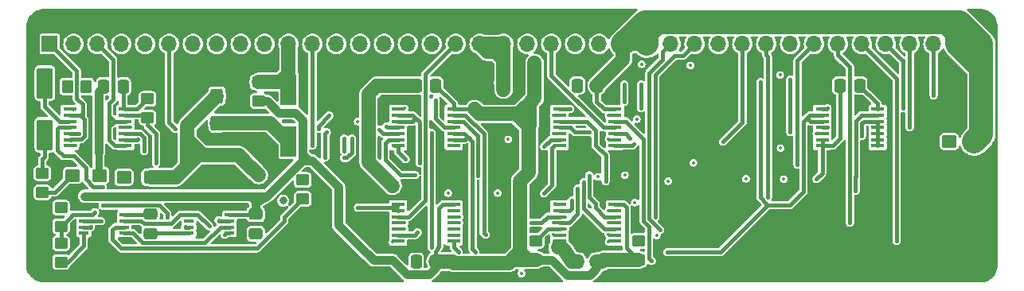
<source format=gbr>
%TF.GenerationSoftware,KiCad,Pcbnew,8.0.5*%
%TF.CreationDate,2025-02-16T00:46:45-05:00*%
%TF.ProjectId,C128A,43313238-412e-46b6-9963-61645f706362,rev?*%
%TF.SameCoordinates,Original*%
%TF.FileFunction,Copper,L1,Top*%
%TF.FilePolarity,Positive*%
%FSLAX46Y46*%
G04 Gerber Fmt 4.6, Leading zero omitted, Abs format (unit mm)*
G04 Created by KiCad (PCBNEW 8.0.5) date 2025-02-16 00:46:45*
%MOMM*%
%LPD*%
G01*
G04 APERTURE LIST*
G04 Aperture macros list*
%AMRoundRect*
0 Rectangle with rounded corners*
0 $1 Rounding radius*
0 $2 $3 $4 $5 $6 $7 $8 $9 X,Y pos of 4 corners*
0 Add a 4 corners polygon primitive as box body*
4,1,4,$2,$3,$4,$5,$6,$7,$8,$9,$2,$3,0*
0 Add four circle primitives for the rounded corners*
1,1,$1+$1,$2,$3*
1,1,$1+$1,$4,$5*
1,1,$1+$1,$6,$7*
1,1,$1+$1,$8,$9*
0 Add four rect primitives between the rounded corners*
20,1,$1+$1,$2,$3,$4,$5,0*
20,1,$1+$1,$4,$5,$6,$7,0*
20,1,$1+$1,$6,$7,$8,$9,0*
20,1,$1+$1,$8,$9,$2,$3,0*%
G04 Aperture macros list end*
%TA.AperFunction,SMDPad,CuDef*%
%ADD10RoundRect,0.250000X-0.450000X0.350000X-0.450000X-0.350000X0.450000X-0.350000X0.450000X0.350000X0*%
%TD*%
%TA.AperFunction,SMDPad,CuDef*%
%ADD11RoundRect,0.250000X0.337500X0.475000X-0.337500X0.475000X-0.337500X-0.475000X0.337500X-0.475000X0*%
%TD*%
%TA.AperFunction,SMDPad,CuDef*%
%ADD12RoundRect,0.250000X0.450000X-0.350000X0.450000X0.350000X-0.450000X0.350000X-0.450000X-0.350000X0*%
%TD*%
%TA.AperFunction,SMDPad,CuDef*%
%ADD13RoundRect,0.250000X-0.537500X-0.425000X0.537500X-0.425000X0.537500X0.425000X-0.537500X0.425000X0*%
%TD*%
%TA.AperFunction,SMDPad,CuDef*%
%ADD14R,1.700000X3.300000*%
%TD*%
%TA.AperFunction,SMDPad,CuDef*%
%ADD15R,1.450000X0.450000*%
%TD*%
%TA.AperFunction,SMDPad,CuDef*%
%ADD16RoundRect,0.250000X0.537500X0.425000X-0.537500X0.425000X-0.537500X-0.425000X0.537500X-0.425000X0*%
%TD*%
%TA.AperFunction,ComponentPad*%
%ADD17R,1.700000X1.700000*%
%TD*%
%TA.AperFunction,ComponentPad*%
%ADD18O,1.700000X1.700000*%
%TD*%
%TA.AperFunction,SMDPad,CuDef*%
%ADD19RoundRect,0.250000X-0.475000X0.337500X-0.475000X-0.337500X0.475000X-0.337500X0.475000X0.337500X0*%
%TD*%
%TA.AperFunction,SMDPad,CuDef*%
%ADD20RoundRect,0.250000X0.350000X0.450000X-0.350000X0.450000X-0.350000X-0.450000X0.350000X-0.450000X0*%
%TD*%
%TA.AperFunction,SMDPad,CuDef*%
%ADD21R,1.100000X0.400000*%
%TD*%
%TA.AperFunction,SMDPad,CuDef*%
%ADD22RoundRect,0.250000X0.425000X-0.537500X0.425000X0.537500X-0.425000X0.537500X-0.425000X-0.537500X0*%
%TD*%
%TA.AperFunction,SMDPad,CuDef*%
%ADD23RoundRect,0.250000X-0.600000X1.400000X-0.600000X-1.400000X0.600000X-1.400000X0.600000X1.400000X0*%
%TD*%
%TA.AperFunction,ViaPad*%
%ADD24C,0.350000*%
%TD*%
%TA.AperFunction,ViaPad*%
%ADD25C,0.800000*%
%TD*%
%TA.AperFunction,Conductor*%
%ADD26C,0.400000*%
%TD*%
%TA.AperFunction,Conductor*%
%ADD27C,1.500000*%
%TD*%
%TA.AperFunction,Conductor*%
%ADD28C,0.920000*%
%TD*%
%TA.AperFunction,Conductor*%
%ADD29C,0.800000*%
%TD*%
%TA.AperFunction,Conductor*%
%ADD30C,2.500000*%
%TD*%
G04 APERTURE END LIST*
D10*
%TO.P,R107,1*%
%TO.N,+5V*%
X99875500Y-104215000D03*
%TO.P,R107,2*%
%TO.N,Net-(C9-Pad1)*%
X99875500Y-106215000D03*
%TD*%
D11*
%TO.P,CU2,1*%
%TO.N,+5V*%
X184796500Y-91245000D03*
%TO.P,CU2,2*%
%TO.N,GND*%
X182721500Y-91245000D03*
%TD*%
D12*
%TO.P,R94,1*%
%TO.N,Net-(D95-K)*%
X125593000Y-103294000D03*
%TO.P,R94,2*%
%TO.N,/P4080*%
X125593000Y-101294000D03*
%TD*%
D13*
%TO.P,C7,1*%
%TO.N,Net-(D103-K)*%
X101100000Y-100800000D03*
%TO.P,C7,2*%
%TO.N,GND*%
X103975000Y-100800000D03*
%TD*%
D12*
%TO.P,R12,1*%
%TO.N,+5V*%
X120894000Y-92880000D03*
%TO.P,R12,2*%
%TO.N,/P4080*%
X120894000Y-90880000D03*
%TD*%
D14*
%TO.P,D95,1,K*%
%TO.N,Net-(D95-K)*%
X124069000Y-97170000D03*
%TO.P,D95,2,A*%
%TO.N,/P4080*%
X124069000Y-91670000D03*
%TD*%
D12*
%TO.P,R108,1*%
%TO.N,+5V*%
X150358000Y-109771000D03*
%TO.P,R108,2*%
%TO.N,/~{PushF2}*%
X150358000Y-107771000D03*
%TD*%
%TO.P,R109,1*%
%TO.N,+5V*%
X161280000Y-109771000D03*
%TO.P,R109,2*%
%TO.N,/~{PushF4}*%
X161280000Y-107771000D03*
%TD*%
D15*
%TO.P,U5,1*%
%TO.N,/PULLUP*%
X135724000Y-103900000D03*
%TO.P,U5,2*%
X135724000Y-104550000D03*
%TO.P,U5,3*%
%TO.N,/~{PushCL}*%
X135724000Y-105200000D03*
%TO.P,U5,4*%
%TO.N,/~{PushCU}*%
X135724000Y-105850000D03*
%TO.P,U5,5*%
%TO.N,/~{PushF2}*%
X135724000Y-106500000D03*
%TO.P,U5,6*%
%TO.N,/~{PushF4}*%
X135724000Y-107150000D03*
%TO.P,U5,7,GND*%
%TO.N,GND*%
X135724000Y-107800000D03*
%TO.P,U5,8*%
%TO.N,Net-(U1-Pad12)*%
X141624000Y-107800000D03*
%TO.P,U5,9*%
%TO.N,N/C*%
X141624000Y-107150000D03*
%TO.P,U5,10*%
X141624000Y-106500000D03*
%TO.P,U5,11*%
%TO.N,/~{PushF6}*%
X141624000Y-105850000D03*
%TO.P,U5,12*%
%TO.N,/~{PushF8}*%
X141624000Y-105200000D03*
%TO.P,U5,13*%
%TO.N,N/C*%
X141624000Y-104550000D03*
%TO.P,U5,14,VCC*%
%TO.N,+5V*%
X141624000Y-103900000D03*
%TD*%
D16*
%TO.P,C5,1*%
%TO.N,+5V*%
X197198000Y-97214000D03*
%TO.P,C5,2*%
%TO.N,GND*%
X194323000Y-97214000D03*
%TD*%
D17*
%TO.P,J2,1,Pin_1*%
%TO.N,/~{QCL}*%
X98669000Y-86800000D03*
D18*
%TO.P,J2,2,Pin_2*%
%TO.N,/DCL*%
X101209000Y-86800000D03*
%TO.P,J2,3,Pin_3*%
%TO.N,/~{Q4080}*%
X103749000Y-86800000D03*
%TO.P,J2,4,Pin_4*%
%TO.N,unconnected-(J2-Pin_4-Pad4)*%
X106289000Y-86800000D03*
%TO.P,J2,5,Pin_5*%
%TO.N,/P07*%
X108829000Y-86800000D03*
%TO.P,J2,6,Pin_6*%
%TO.N,/P19*%
X111369000Y-86800000D03*
%TO.P,J2,7,Pin_7*%
%TO.N,unconnected-(J2-Pin_7-Pad7)*%
X113909000Y-86800000D03*
%TO.P,J2,8,Pin_8*%
%TO.N,unconnected-(J2-Pin_8-Pad8)*%
X116449000Y-86800000D03*
%TO.P,J2,9,Pin_9*%
%TO.N,unconnected-(J2-Pin_9-Pad9)*%
X118989000Y-86800000D03*
%TO.P,J2,10,Pin_10*%
%TO.N,unconnected-(J2-Pin_10-Pad10)*%
X121529000Y-86800000D03*
%TO.P,J2,11,Pin_11*%
%TO.N,/P4080*%
X124069000Y-86800000D03*
%TO.P,J2,12,Pin_12*%
%TO.N,/P06*%
X126609000Y-86800000D03*
%TO.P,J2,13,Pin_13*%
%TO.N,unconnected-(J2-Pin_13-Pad13)*%
X129149000Y-86800000D03*
%TO.P,J2,14,Pin_14*%
%TO.N,unconnected-(J2-Pin_14-Pad14)*%
X131689000Y-86800000D03*
%TO.P,J2,15,Pin_15*%
%TO.N,unconnected-(J2-Pin_15-Pad15)*%
X134229000Y-86800000D03*
%TO.P,J2,16,Pin_16*%
%TO.N,unconnected-(J2-Pin_16-Pad16)*%
X136769000Y-86800000D03*
%TO.P,J2,17,Pin_17*%
%TO.N,unconnected-(J2-Pin_17-Pad17)*%
X139309000Y-86800000D03*
%TO.P,J2,18,Pin_18*%
%TO.N,/~{PushCL}*%
X141849000Y-86800000D03*
%TO.P,J2,19,Pin_19*%
%TO.N,GND*%
X144389000Y-86800000D03*
%TO.P,J2,20,Pin_20*%
X146929000Y-86800000D03*
%TO.P,J2,21,Pin_21*%
%TO.N,unconnected-(J2-Pin_21-Pad21)*%
X149469000Y-86800000D03*
%TO.P,J2,22,Pin_22*%
%TO.N,/P08*%
X152009000Y-86800000D03*
%TO.P,J2,23,Pin_23*%
%TO.N,unconnected-(J2-Pin_23-Pad23)*%
X154549000Y-86800000D03*
%TO.P,J2,24,Pin_24*%
%TO.N,unconnected-(J2-Pin_24-Pad24)*%
X157089000Y-86800000D03*
%TO.P,J2,25,Pin_25*%
%TO.N,+5V*%
X159629000Y-86800000D03*
%TO.P,J2,26,Pin_26*%
X162169000Y-86800000D03*
%TO.P,J2,27,Pin_27*%
%TO.N,/~{PushF2}*%
X164709000Y-86800000D03*
%TO.P,J2,28,Pin_28*%
%TO.N,/~{PushCU}*%
X167249000Y-86800000D03*
%TO.P,J2,29,Pin_29*%
%TO.N,/P13*%
X169789000Y-86800000D03*
%TO.P,J2,30,Pin_30*%
%TO.N,/P14*%
X172329000Y-86800000D03*
%TO.P,J2,31,Pin_31*%
%TO.N,/~{PushF8}*%
X174869000Y-86800000D03*
%TO.P,J2,32,Pin_32*%
%TO.N,/P25*%
X177409000Y-86800000D03*
%TO.P,J2,33,Pin_33*%
%TO.N,/P24*%
X179949000Y-86800000D03*
%TO.P,J2,34,Pin_34*%
%TO.N,/~{PushF6}*%
X182489000Y-86800000D03*
%TO.P,J2,35,Pin_35*%
%TO.N,/~{PushF4}*%
X185029000Y-86800000D03*
%TO.P,J2,36,Pin_36*%
%TO.N,/P10*%
X187569000Y-86800000D03*
%TO.P,J2,37,Pin_37*%
%TO.N,/P09*%
X190109000Y-86800000D03*
%TO.P,J2,38,Pin_38*%
%TO.N,/P05*%
X192649000Y-86800000D03*
%TO.P,J2,39,Pin_39*%
%TO.N,+5V*%
X195189000Y-86800000D03*
%TO.P,J2,40,Pin_40*%
X197729000Y-86800000D03*
%TD*%
D11*
%TO.P,CU6,1*%
%TO.N,+5V*%
X156856500Y-109977500D03*
%TO.P,CU6,2*%
%TO.N,GND*%
X154781500Y-109977500D03*
%TD*%
D19*
%TO.P,CU8,1*%
%TO.N,+5V*%
X120576500Y-104939500D03*
%TO.P,CU8,2*%
%TO.N,GND*%
X120576500Y-107014500D03*
%TD*%
D20*
%TO.P,R93,1*%
%TO.N,+5V*%
X102554500Y-91333000D03*
%TO.P,R93,2*%
%TO.N,/DCL*%
X100554500Y-91333000D03*
%TD*%
D21*
%TO.P,U7,1*%
%TO.N,Net-(C9-Pad1)*%
X102297500Y-105002000D03*
%TO.P,U7,2*%
%TO.N,Net-(U7-Pad2)*%
X102297500Y-105652000D03*
%TO.P,U7,3*%
%TO.N,Net-(D103-K)*%
X102297500Y-106302000D03*
%TO.P,U7,4,GND*%
%TO.N,GND*%
X102297500Y-106952000D03*
%TO.P,U7,5*%
%TO.N,Net-(U7-Pad5)*%
X106597500Y-106952000D03*
%TO.P,U7,6*%
%TO.N,Net-(D95-K)*%
X106597500Y-106302000D03*
%TO.P,U7,7*%
%TO.N,/~{SRS}*%
X106597500Y-105652000D03*
%TO.P,U7,8,VCC*%
%TO.N,+5V*%
X106597500Y-105002000D03*
%TD*%
D22*
%TO.P,C6,1*%
%TO.N,Net-(D95-K)*%
X116449000Y-95222500D03*
%TO.P,C6,2*%
%TO.N,GND*%
X116449000Y-92347500D03*
%TD*%
D11*
%TO.P,CU4,1*%
%TO.N,+5V*%
X106492000Y-91333000D03*
%TO.P,CU4,2*%
%TO.N,GND*%
X104417000Y-91333000D03*
%TD*%
D15*
%TO.P,U4,1,~{R}*%
%TO.N,/PULLUP*%
X100799000Y-93740000D03*
%TO.P,U4,2,D*%
%TO.N,/~{QCL}*%
X100799000Y-94390000D03*
%TO.P,U4,3,C*%
%TO.N,Net-(D103-K)*%
X100799000Y-95040000D03*
%TO.P,U4,4,~{S}*%
%TO.N,Net-(U4A-~{S})*%
X100799000Y-95690000D03*
%TO.P,U4,5,Q*%
%TO.N,Net-(U4A-Q)*%
X100799000Y-96340000D03*
%TO.P,U4,6,~{Q}*%
%TO.N,/~{QCL}*%
X100799000Y-96990000D03*
%TO.P,U4,7,GND*%
%TO.N,GND*%
X100799000Y-97640000D03*
%TO.P,U4,8,~{Q}*%
%TO.N,/~{Q4080}*%
X106699000Y-97640000D03*
%TO.P,U4,9,Q*%
%TO.N,Net-(U4B-Q)*%
X106699000Y-96990000D03*
%TO.P,U4,10,~{S}*%
%TO.N,Net-(U4B-~{S})*%
X106699000Y-96340000D03*
%TO.P,U4,11,C*%
%TO.N,Net-(D95-K)*%
X106699000Y-95690000D03*
%TO.P,U4,12,D*%
%TO.N,/~{Q4080}*%
X106699000Y-95040000D03*
%TO.P,U4,13,~{R}*%
%TO.N,/PULLUP*%
X106699000Y-94390000D03*
%TO.P,U4,14,VCC*%
%TO.N,+5V*%
X106699000Y-93740000D03*
%TD*%
D10*
%TO.P,R11,1*%
%TO.N,+5V*%
X109083000Y-92658000D03*
%TO.P,R11,2*%
%TO.N,/PULLUP*%
X109083000Y-94658000D03*
%TD*%
D23*
%TO.P,D103,1,K*%
%TO.N,Net-(D103-K)*%
X98154500Y-90983000D03*
%TO.P,D103,2,A*%
%TO.N,/DCL*%
X98154500Y-96483000D03*
%TD*%
D12*
%TO.P,R95,1*%
%TO.N,Net-(D103-K)*%
X97900000Y-102600000D03*
%TO.P,R95,2*%
%TO.N,/DCL*%
X97900000Y-100600000D03*
%TD*%
D15*
%TO.P,U2,1*%
%TO.N,/P10*%
X180809000Y-93740000D03*
%TO.P,U2,2*%
%TO.N,/P13*%
X180809000Y-94390000D03*
%TO.P,U2,3*%
X180809000Y-95040000D03*
%TO.P,U2,4*%
%TO.N,/P09*%
X180809000Y-95690000D03*
%TO.P,U2,5*%
%TO.N,Net-(U2-Pad5)*%
X180809000Y-96340000D03*
%TO.P,U2,6*%
%TO.N,GND*%
X180809000Y-96990000D03*
%TO.P,U2,7,VSS*%
X180809000Y-97640000D03*
%TO.P,U2,8*%
X186709000Y-97640000D03*
%TO.P,U2,9*%
X186709000Y-96990000D03*
%TO.P,U2,10*%
X186709000Y-96340000D03*
%TO.P,U2,11*%
X186709000Y-95690000D03*
%TO.P,U2,12*%
X186709000Y-95040000D03*
%TO.P,U2,13*%
%TO.N,Net-(U2-Pad13)*%
X186709000Y-94390000D03*
%TO.P,U2,14,VDD*%
%TO.N,+5V*%
X186709000Y-93740000D03*
%TD*%
D11*
%TO.P,CU1,1*%
%TO.N,+5V*%
X156856500Y-91245000D03*
%TO.P,CU1,2*%
%TO.N,GND*%
X154781500Y-91245000D03*
%TD*%
D21*
%TO.P,U8,1*%
%TO.N,/~{SRS}*%
X113473500Y-105002000D03*
%TO.P,U8,2*%
%TO.N,Net-(U7-Pad2)*%
X113473500Y-105652000D03*
%TO.P,U8,3*%
%TO.N,Net-(U4A-~{S})*%
X113473500Y-106302000D03*
%TO.P,U8,4,GND*%
%TO.N,GND*%
X113473500Y-106952000D03*
%TO.P,U8,5*%
%TO.N,/~{SRS}*%
X117773500Y-106952000D03*
%TO.P,U8,6*%
%TO.N,Net-(U7-Pad5)*%
X117773500Y-106302000D03*
%TO.P,U8,7*%
%TO.N,Net-(U4B-~{S})*%
X117773500Y-105652000D03*
%TO.P,U8,8,VCC*%
%TO.N,+5V*%
X117773500Y-105002000D03*
%TD*%
D11*
%TO.P,CU3,1*%
%TO.N,+5V*%
X139711500Y-91245000D03*
%TO.P,CU3,2*%
%TO.N,GND*%
X137636500Y-91245000D03*
%TD*%
D13*
%TO.P,C9,1*%
%TO.N,Net-(C9-Pad1)*%
X106562500Y-101000000D03*
%TO.P,C9,2*%
%TO.N,GND*%
X109437500Y-101000000D03*
%TD*%
D15*
%TO.P,U3,1*%
%TO.N,/P08*%
X135724000Y-93740000D03*
%TO.P,U3,2*%
%TO.N,/P13*%
X135724000Y-94390000D03*
%TO.P,U3,3*%
X135724000Y-95040000D03*
%TO.P,U3,4*%
%TO.N,/P07*%
X135724000Y-95690000D03*
%TO.P,U3,5*%
%TO.N,Net-(U3-Pad5)*%
X135724000Y-96340000D03*
%TO.P,U3,6*%
%TO.N,Net-(U3-Pad6)*%
X135724000Y-96990000D03*
%TO.P,U3,7,VSS*%
%TO.N,GND*%
X135724000Y-97640000D03*
%TO.P,U3,8*%
%TO.N,/P06*%
X141624000Y-97640000D03*
%TO.P,U3,9*%
%TO.N,/P13*%
X141624000Y-96990000D03*
%TO.P,U3,10*%
X141624000Y-96340000D03*
%TO.P,U3,11*%
%TO.N,/P05*%
X141624000Y-95690000D03*
%TO.P,U3,12*%
%TO.N,Net-(U3-Pad12)*%
X141624000Y-95040000D03*
%TO.P,U3,13*%
%TO.N,Net-(U3-Pad13)*%
X141624000Y-94390000D03*
%TO.P,U3,14,VDD*%
%TO.N,+5V*%
X141624000Y-93740000D03*
%TD*%
D10*
%TO.P,R97,1*%
%TO.N,Net-(C9-Pad1)*%
X99875500Y-108025000D03*
%TO.P,R97,2*%
%TO.N,GND*%
X99875500Y-110025000D03*
%TD*%
D11*
%TO.P,CU5,1*%
%TO.N,+5V*%
X139711500Y-109977500D03*
%TO.P,CU5,2*%
%TO.N,GND*%
X137636500Y-109977500D03*
%TD*%
D19*
%TO.P,CU7,1*%
%TO.N,+5V*%
X109400500Y-104939500D03*
%TO.P,CU7,2*%
%TO.N,GND*%
X109400500Y-107014500D03*
%TD*%
D15*
%TO.P,U6,1*%
%TO.N,/~{PushCL}*%
X152869000Y-103900000D03*
%TO.P,U6,2*%
%TO.N,Net-(U2-Pad13)*%
X152869000Y-104550000D03*
%TO.P,U6,3*%
%TO.N,/~{PushCU}*%
X152869000Y-105200000D03*
%TO.P,U6,4*%
%TO.N,Net-(U2-Pad5)*%
X152869000Y-105850000D03*
%TO.P,U6,5*%
%TO.N,/~{PushF2}*%
X152869000Y-106500000D03*
%TO.P,U6,6*%
%TO.N,Net-(U3-Pad13)*%
X152869000Y-107150000D03*
%TO.P,U6,7,GND*%
%TO.N,GND*%
X152869000Y-107800000D03*
%TO.P,U6,8*%
%TO.N,Net-(U3-Pad5)*%
X158769000Y-107800000D03*
%TO.P,U6,9*%
%TO.N,/~{PushF4}*%
X158769000Y-107150000D03*
%TO.P,U6,10*%
%TO.N,Net-(U3-Pad6)*%
X158769000Y-106500000D03*
%TO.P,U6,11*%
%TO.N,/~{PushF6}*%
X158769000Y-105850000D03*
%TO.P,U6,12*%
%TO.N,Net-(U3-Pad12)*%
X158769000Y-105200000D03*
%TO.P,U6,13*%
%TO.N,/~{PushF8}*%
X158769000Y-104550000D03*
%TO.P,U6,14,VCC*%
%TO.N,+5V*%
X158769000Y-103900000D03*
%TD*%
%TO.P,U1,1*%
%TO.N,Net-(JP1-B)*%
X152869000Y-93740000D03*
%TO.P,U1,2*%
%TO.N,/P19*%
X152869000Y-94390000D03*
%TO.P,U1,3*%
%TO.N,GND*%
X152869000Y-95040000D03*
%TO.P,U1,4*%
%TO.N,Net-(JP2-B)*%
X152869000Y-95690000D03*
%TO.P,U1,5*%
%TO.N,Net-(U4A-Q)*%
X152869000Y-96340000D03*
%TO.P,U1,6*%
%TO.N,Net-(U4B-Q)*%
X152869000Y-96990000D03*
%TO.P,U1,7,VSS*%
%TO.N,GND*%
X152869000Y-97640000D03*
%TO.P,U1,8*%
%TO.N,/P24*%
X158769000Y-97640000D03*
%TO.P,U1,9*%
%TO.N,GND*%
X158769000Y-96990000D03*
%TO.P,U1,10*%
%TO.N,/P14*%
X158769000Y-96340000D03*
%TO.P,U1,11*%
%TO.N,/P08*%
X158769000Y-95690000D03*
%TO.P,U1,12*%
%TO.N,Net-(U1-Pad12)*%
X158769000Y-95040000D03*
%TO.P,U1,13*%
%TO.N,Net-(U4A-Q)*%
X158769000Y-94390000D03*
%TO.P,U1,14,VDD*%
%TO.N,+5V*%
X158769000Y-93740000D03*
%TD*%
D24*
%TO.N,*%
X131435000Y-95055000D03*
X176393000Y-97912500D03*
X176329500Y-90102000D03*
X160899000Y-103691000D03*
X166804500Y-89086000D03*
X163210400Y-107170800D03*
X159819500Y-100770000D03*
X161597500Y-88959000D03*
X156962000Y-100960500D03*
X161089500Y-94801000D03*
X167096600Y-99449200D03*
%TO.N,/P14*%
X160391000Y-96833000D03*
X170290000Y-97200000D03*
%TO.N,/P13*%
X164328000Y-108961500D03*
X138024000Y-99500000D03*
X143627000Y-98357000D03*
X174234000Y-90864000D03*
X143944500Y-108961500D03*
%TO.N,GND*%
X156710000Y-96960000D03*
X176727980Y-101197020D03*
X113274000Y-98357000D03*
X135118000Y-107882000D03*
X151247000Y-102675000D03*
X146548000Y-90300000D03*
X135118000Y-102294000D03*
X182734000Y-96588000D03*
X137800000Y-91300000D03*
D25*
X99875500Y-110041000D03*
X103876000Y-98357000D03*
D24*
X158105000Y-96960000D03*
X136515000Y-99056000D03*
X136900000Y-90700000D03*
X137600000Y-90700000D03*
X146300000Y-90900000D03*
X115031750Y-93764750D03*
X141023500Y-102675000D03*
X157787500Y-101405000D03*
X147437000Y-96960000D03*
X152263000Y-97722000D03*
X180203000Y-101151000D03*
D25*
X194415250Y-97265750D03*
D24*
X101463000Y-97595000D03*
X118701010Y-98644990D03*
X154422000Y-90737000D03*
X147500000Y-90900000D03*
X137023000Y-91245000D03*
X146294000Y-102675000D03*
X137277000Y-109787000D03*
X164455000Y-101405000D03*
X121000000Y-100900000D03*
X120581500Y-100447500D03*
X135118000Y-101151000D03*
X135118000Y-101913000D03*
X154422000Y-110422000D03*
X147310000Y-90300000D03*
D25*
X120576500Y-107056500D03*
D24*
X172710000Y-101151000D03*
X148834000Y-111247500D03*
D25*
X123497500Y-103500500D03*
D24*
X152318561Y-107775001D03*
D25*
X109400000Y-101000000D03*
D24*
X185029000Y-96579000D03*
X146929000Y-91100000D03*
X135118000Y-101532000D03*
D25*
X109400500Y-107056500D03*
%TO.N,+5V*%
X109400500Y-104952000D03*
X196967000Y-97214000D03*
D24*
X185156000Y-90864000D03*
D25*
X108882999Y-103002001D03*
D24*
X150000000Y-88600000D03*
X102754500Y-91333000D03*
X109464000Y-92261000D03*
X150100000Y-89300000D03*
X100256500Y-103945000D03*
X102361501Y-103002001D03*
X106754500Y-91333000D03*
X150612000Y-88832000D03*
X120386000Y-92515000D03*
%TO.N,/PULLUP*%
X131435000Y-104199000D03*
X101209000Y-93785000D03*
X106289000Y-94420000D03*
X109972000Y-99500000D03*
%TO.N,/P4080*%
X126101000Y-101024000D03*
X127958001Y-98912999D03*
X128133000Y-96198000D03*
X124577000Y-93023000D03*
%TO.N,/P19*%
X152263000Y-94420000D03*
X127244000Y-95817000D03*
X128393513Y-94420000D03*
X112004000Y-95817000D03*
%TO.N,/~{PushF8}*%
X175039271Y-103099271D03*
X158105000Y-104580000D03*
X142230000Y-105215000D03*
%TO.N,/DCL*%
X100354500Y-91333000D03*
X98100000Y-95400000D03*
%TO.N,Net-(D95-K)*%
X107241500Y-95690000D03*
X125910500Y-102929000D03*
X116131500Y-94801000D03*
X124196000Y-98611000D03*
%TO.N,Net-(D103-K)*%
X100634500Y-100400000D03*
X103050500Y-106294500D03*
X100634500Y-95043000D03*
%TO.N,Net-(C9-Pad1)*%
X106562500Y-101000000D03*
X103500000Y-104700000D03*
%TO.N,/~{PushCL}*%
X152390000Y-103818000D03*
X138071500Y-103977500D03*
%TO.N,/~{PushCU}*%
X149850000Y-105850000D03*
X163058000Y-105215000D03*
X136388000Y-105850000D03*
X153533000Y-105215000D03*
%TO.N,/~{PushF2}*%
X136388000Y-106485000D03*
X163566000Y-106571542D03*
X153533000Y-106485000D03*
X149850000Y-107755000D03*
%TO.N,/~{PushF4}*%
X161407000Y-107755000D03*
X137785000Y-106866000D03*
X158105000Y-107120000D03*
X188712000Y-107755000D03*
%TO.N,/~{PushF6}*%
X142230000Y-105850000D03*
X183759000Y-105850000D03*
X158105000Y-105850000D03*
%TO.N,/~{SRS}*%
X115623500Y-106202000D03*
X117274500Y-107120000D03*
%TO.N,Net-(U4A-~{S})*%
X104320500Y-104008500D03*
X111178500Y-105215000D03*
X113083500Y-106294500D03*
X104320500Y-102040000D03*
%TO.N,Net-(U4B-~{S})*%
X108702000Y-98230000D03*
X116639500Y-105596000D03*
%TO.N,Net-(U7-Pad2)*%
X113147000Y-105659500D03*
X104122500Y-105652000D03*
%TO.N,Net-(JP1-B)*%
X154022500Y-93740000D03*
X159756000Y-91118000D03*
X159756000Y-92959500D03*
%TO.N,Net-(U4B-Q)*%
X151247000Y-97722000D03*
X129974500Y-96833000D03*
X129974500Y-98195010D03*
X108003500Y-96960000D03*
%TO.N,Net-(U4A-Q)*%
X158105000Y-94420000D03*
X130787300Y-96840008D03*
X101778200Y-96340000D03*
X152263000Y-96325000D03*
X129974500Y-98928500D03*
%TO.N,/P08*%
X154803000Y-92896000D03*
X136388000Y-93658000D03*
%TO.N,/P24*%
X178171000Y-99627000D03*
X160772000Y-97468000D03*
%TO.N,Net-(U1-Pad12)*%
X162677000Y-109914000D03*
X142163500Y-108964500D03*
%TO.N,Net-(U2-Pad13)*%
X184359010Y-102455990D03*
X154168000Y-103437000D03*
%TO.N,/P10*%
X189435900Y-93658000D03*
X181346000Y-93658000D03*
%TO.N,/P09*%
X161534000Y-93658000D03*
X181346000Y-95690000D03*
X190109000Y-95690000D03*
X161534000Y-91118000D03*
%TO.N,Net-(U2-Pad5)*%
X152263000Y-105850000D03*
X180203000Y-96325000D03*
X154803000Y-102167000D03*
%TO.N,/P06*%
X126609000Y-97595000D03*
X141849000Y-97595000D03*
%TO.N,Net-(U3-Pad12)*%
X156038010Y-100804990D03*
X144227010Y-100804990D03*
%TO.N,/P05*%
X192649000Y-92261000D03*
X139690000Y-92769000D03*
%TO.N,Net-(U3-Pad13)*%
X145024000Y-107120000D03*
X152263000Y-107120000D03*
%TO.N,Net-(U3-Pad6)*%
X155438000Y-101532000D03*
X137531000Y-100770000D03*
%TO.N,/P07*%
X134477500Y-95568500D03*
%TO.N,Net-(U3-Pad5)*%
X139249001Y-96257999D03*
X139249001Y-108457001D03*
X158105000Y-107882000D03*
X133721000Y-95944000D03*
%TO.N,Net-(JP2-B)*%
X156073000Y-96198000D03*
X177409000Y-96198000D03*
X177410000Y-90610000D03*
%TD*%
D26*
%TO.N,/P14*%
X159894000Y-96340000D02*
X160391000Y-96833000D01*
X172329000Y-95161000D02*
X170290000Y-97200000D01*
X172329000Y-86800000D02*
X172329000Y-95161000D01*
X158769000Y-96340000D02*
X159894000Y-96340000D01*
X160391000Y-96833000D02*
X160387000Y-96833000D01*
%TO.N,/P13*%
X135724000Y-94390000D02*
X137247000Y-94390000D01*
X143627000Y-97218000D02*
X143627000Y-98357000D01*
X174870736Y-103779264D02*
X174234000Y-103142528D01*
X175036472Y-103945000D02*
X174870736Y-103779264D01*
X164328000Y-108961500D02*
X170019972Y-108961500D01*
X180809000Y-95040000D02*
X179550000Y-95040000D01*
X170019972Y-108961500D02*
X174765736Y-104215736D01*
X177409000Y-103945000D02*
X175036472Y-103945000D01*
X174870736Y-104110736D02*
X174870736Y-103779264D01*
X136849000Y-95040000D02*
X137260000Y-95040000D01*
X143627000Y-97218000D02*
X143214500Y-96805500D01*
X137453500Y-94846500D02*
X137453500Y-94596500D01*
X141624000Y-96990000D02*
X142800000Y-96990000D01*
X137888500Y-95031500D02*
X137703500Y-94846500D01*
X179550000Y-95040000D02*
X179305500Y-94795500D01*
X179305500Y-94795500D02*
X179305500Y-94555500D01*
X135724000Y-95040000D02*
X136849000Y-95040000D01*
X143627000Y-98357000D02*
X143627000Y-108644000D01*
X177409000Y-103945000D02*
X178806000Y-102548000D01*
X143214500Y-96805500D02*
X142984500Y-96805500D01*
X137703500Y-94846500D02*
X137453500Y-94846500D01*
X178806000Y-95055000D02*
X179065500Y-94795500D01*
X142984500Y-96575500D02*
X143627000Y-97218000D01*
X142800000Y-96990000D02*
X142984500Y-96805500D01*
X142984500Y-96805500D02*
X142984500Y-96575500D01*
X174234000Y-90864000D02*
X174234000Y-103056000D01*
X179065500Y-94795500D02*
X179305500Y-94795500D01*
X178806000Y-99840542D02*
X178806000Y-99754000D01*
X178806000Y-95055000D02*
X179305500Y-94555500D01*
X138024000Y-99388000D02*
X138024000Y-99500000D01*
X141624000Y-96340000D02*
X142749000Y-96340000D01*
X137247000Y-94390000D02*
X137453500Y-94596500D01*
X178806000Y-102548000D02*
X178806000Y-99754000D01*
X137888500Y-95031500D02*
X138024000Y-95167000D01*
X138024000Y-95167000D02*
X138024000Y-99388000D01*
X174765736Y-104215736D02*
X174870736Y-104110736D01*
X174234000Y-103142528D02*
X174234000Y-103056000D01*
X143627000Y-108644000D02*
X143944500Y-108961500D01*
X179305500Y-94555500D02*
X179471000Y-94390000D01*
X137260000Y-95040000D02*
X137453500Y-94846500D01*
X174765736Y-104215736D02*
X175036472Y-103945000D01*
X179471000Y-94390000D02*
X180809000Y-94390000D01*
X178806000Y-99754000D02*
X178806000Y-95055000D01*
X137453500Y-94596500D02*
X137888500Y-95031500D01*
X142749000Y-96340000D02*
X142984500Y-96575500D01*
%TO.N,GND*%
X181934000Y-97640000D02*
X182734000Y-96840000D01*
X113473500Y-106952000D02*
X109505000Y-106952000D01*
X185029000Y-96579000D02*
X185029000Y-95245500D01*
D27*
X154794000Y-109977500D02*
X154219000Y-109977500D01*
D28*
X103876000Y-93257492D02*
X103876000Y-95690000D01*
D29*
X103876000Y-100701000D02*
X103975000Y-100800000D01*
D27*
X144389000Y-86800000D02*
X145238999Y-87649999D01*
X113262372Y-99814554D02*
X114431936Y-98644990D01*
X119758503Y-99624503D02*
X120581500Y-100447500D01*
D26*
X100575500Y-110050000D02*
X102297500Y-108328000D01*
D27*
X120581500Y-100447500D02*
X120899000Y-100765000D01*
D26*
X102297500Y-107552000D02*
X102297500Y-106952000D01*
X135724000Y-97640000D02*
X135724000Y-98265000D01*
X152869000Y-95040000D02*
X155763542Y-95040000D01*
D27*
X133467000Y-91245000D02*
X132570992Y-92141008D01*
D26*
X186709000Y-95040000D02*
X186709000Y-97640000D01*
X152318561Y-107775001D02*
X152844001Y-107775001D01*
X156708000Y-95984458D02*
X156708000Y-97595000D01*
X155763542Y-95040000D02*
X156708000Y-95984458D01*
X102297500Y-108328000D02*
X102297500Y-107552000D01*
D27*
X115031750Y-93764750D02*
X113274000Y-95522500D01*
X114431936Y-98117936D02*
X113274000Y-96960000D01*
X114431936Y-98644990D02*
X114431936Y-98117936D01*
D26*
X157787500Y-98674500D02*
X157787500Y-101405000D01*
X185234500Y-95040000D02*
X186709000Y-95040000D01*
D28*
X103876000Y-91886500D02*
X104429500Y-91333000D01*
D26*
X152088001Y-97896999D02*
X152088001Y-101833999D01*
D27*
X120899000Y-100765000D02*
X120904000Y-100770000D01*
D26*
X180809000Y-100545000D02*
X180203000Y-101151000D01*
X156708000Y-97595000D02*
X157787500Y-98674500D01*
D27*
X118778990Y-98644990D02*
X119758503Y-99624503D01*
D26*
X99875500Y-110050000D02*
X100575500Y-110050000D01*
D27*
X146929000Y-88451000D02*
X146929000Y-91670000D01*
X133721000Y-91245000D02*
X137023000Y-91245000D01*
X132570992Y-99365992D02*
X135118000Y-101913000D01*
X114431936Y-98644990D02*
X116600000Y-98644990D01*
D26*
X135724000Y-98265000D02*
X136515000Y-99056000D01*
D27*
X113274000Y-99802926D02*
X113262372Y-99814554D01*
D26*
X152263000Y-97722000D02*
X152088001Y-97896999D01*
X109505000Y-106952000D02*
X109400500Y-107056500D01*
D27*
X153101000Y-108466000D02*
X153406000Y-108771000D01*
D26*
X180809000Y-97640000D02*
X181934000Y-97640000D01*
X182734000Y-96840000D02*
X182734000Y-96588000D01*
X152088001Y-101833999D02*
X151247000Y-102675000D01*
D27*
X146929000Y-86800000D02*
X146929000Y-88451000D01*
D26*
X180809000Y-97640000D02*
X180809000Y-100545000D01*
D27*
X133721000Y-91245000D02*
X133467000Y-91245000D01*
D26*
X152844001Y-107775001D02*
X152869000Y-107800000D01*
D27*
X145238999Y-87649999D02*
X146127999Y-87649999D01*
D26*
X182734000Y-96588000D02*
X182734000Y-92045000D01*
D27*
X152707500Y-108466000D02*
X153101000Y-108466000D01*
X118701010Y-98644990D02*
X118778990Y-98644990D01*
X113274000Y-98357000D02*
X113274000Y-99802926D01*
X113262372Y-99814554D02*
X112076926Y-101000000D01*
X116600000Y-98644990D02*
X118701010Y-98644990D01*
D26*
X152318561Y-107775001D02*
X152318561Y-107775001D01*
D27*
X132570992Y-92141008D02*
X132570992Y-99365992D01*
X114958990Y-98644990D02*
X114431936Y-98117936D01*
D29*
X103876000Y-98357000D02*
X103876000Y-100701000D01*
D26*
X182734000Y-92045000D02*
X182734000Y-91245000D01*
D27*
X113274000Y-96960000D02*
X113274000Y-98357000D01*
X144389000Y-86800000D02*
X146929000Y-86800000D01*
D26*
X135724000Y-97640000D02*
X135327000Y-97640000D01*
D27*
X146127999Y-87649999D02*
X146929000Y-88451000D01*
X116449000Y-92347500D02*
X115031750Y-93764750D01*
D28*
X103876000Y-93257492D02*
X103876000Y-91886500D01*
D27*
X112076926Y-101000000D02*
X109437500Y-101000000D01*
X116600000Y-98644990D02*
X114958990Y-98644990D01*
X113274000Y-95522500D02*
X113274000Y-96960000D01*
D26*
X180809000Y-96990000D02*
X180809000Y-97640000D01*
X185029000Y-95245500D02*
X185234500Y-95040000D01*
D27*
X154219000Y-109977500D02*
X153406000Y-108771000D01*
X137023000Y-91245000D02*
X137474000Y-91245000D01*
D28*
X103876000Y-95690000D02*
X103876000Y-98357000D01*
%TO.N,+5V*%
X118935001Y-103002001D02*
X120014501Y-103002001D01*
X156844000Y-110677500D02*
X156844000Y-109977500D01*
X132462628Y-109172628D02*
X133086000Y-109796000D01*
D30*
X195189000Y-85597919D02*
X194091080Y-84499999D01*
D26*
X158769000Y-103900000D02*
X159711000Y-103900000D01*
D27*
X148699990Y-108937990D02*
X149558000Y-109796000D01*
X149558000Y-109796000D02*
X150358000Y-109796000D01*
D28*
X133086000Y-109796000D02*
X135088050Y-109796000D01*
X125579001Y-94914001D02*
X125579001Y-98597001D01*
X126203049Y-99221049D02*
X125878750Y-98896750D01*
D30*
X163266920Y-84499999D02*
X164440999Y-84499999D01*
X190221999Y-84499999D02*
X195428999Y-84499999D01*
X162169000Y-85597919D02*
X163266920Y-84499999D01*
D28*
X153634955Y-111387510D02*
X156133990Y-111387510D01*
D30*
X159629000Y-86800000D02*
X161929001Y-84499999D01*
D27*
X148239003Y-94270001D02*
X149596000Y-95626998D01*
D28*
X136629560Y-111337510D02*
X139038990Y-111337510D01*
D26*
X106479500Y-93520500D02*
X106699000Y-93740000D01*
D27*
X156844000Y-91245000D02*
X159629000Y-88460000D01*
D26*
X156844000Y-92940000D02*
X156844000Y-91245000D01*
D30*
X164440999Y-84499999D02*
X190221999Y-84499999D01*
D28*
X139699000Y-110677500D02*
X139699000Y-109977500D01*
D27*
X163125919Y-84641000D02*
X162169000Y-85597919D01*
D30*
X196967000Y-97214000D02*
X196967000Y-97214000D01*
D27*
X144366001Y-94270001D02*
X148239003Y-94270001D01*
D26*
X141624000Y-103900000D02*
X140499000Y-103900000D01*
D27*
X147490492Y-110114508D02*
X148699990Y-108905010D01*
D26*
X109350500Y-105002000D02*
X109400500Y-104952000D01*
D27*
X143836000Y-93740000D02*
X144366001Y-94270001D01*
D28*
X124831000Y-94166000D02*
X125579001Y-94914001D01*
D27*
X148699990Y-101412010D02*
X148699990Y-108905010D01*
D28*
X129394000Y-102040000D02*
X129394000Y-106115950D01*
X156133990Y-111387510D02*
X156844000Y-110677500D01*
X102361501Y-103002001D02*
X102361501Y-103002001D01*
X126575049Y-99221049D02*
X125579001Y-99221049D01*
D30*
X161929001Y-84499999D02*
X164440999Y-84499999D01*
D27*
X139699000Y-109977500D02*
X141511498Y-109977500D01*
X159629000Y-88460000D02*
X159629000Y-86800000D01*
D26*
X140071000Y-104328000D02*
X140071000Y-108390000D01*
X139849011Y-108611989D02*
X139849011Y-108705533D01*
X158769000Y-93740000D02*
X157644000Y-93740000D01*
X141624000Y-93740000D02*
X141624000Y-93170000D01*
D28*
X150358000Y-109796000D02*
X152043445Y-109796000D01*
X123059055Y-94166000D02*
X124831000Y-94166000D01*
X121798055Y-92905000D02*
X123059055Y-94166000D01*
X120014501Y-103002001D02*
X120640000Y-103627500D01*
X108882999Y-103002001D02*
X102361501Y-103002001D01*
D27*
X148239003Y-94270001D02*
X148539001Y-94270001D01*
D30*
X195189000Y-86800000D02*
X197729000Y-86800000D01*
D27*
X149596000Y-95626998D02*
X149596000Y-100516000D01*
X157600500Y-109796000D02*
X161230000Y-109796000D01*
D28*
X118935001Y-103002001D02*
X111071301Y-103002001D01*
X135088050Y-109796000D02*
X136629560Y-111337510D01*
D26*
X141624000Y-93170000D02*
X139699000Y-91245000D01*
D27*
X149691001Y-93118001D02*
X149691001Y-95531997D01*
X149596000Y-100516000D02*
X148699990Y-101412010D01*
D30*
X195428999Y-84499999D02*
X196879001Y-85950001D01*
D27*
X149691001Y-93118001D02*
X150231000Y-92578002D01*
X147490492Y-110114508D02*
X147809000Y-109796000D01*
D28*
X152043445Y-109796000D02*
X153634955Y-111387510D01*
X126575049Y-99221049D02*
X129394000Y-102040000D01*
D26*
X140499000Y-103900000D02*
X140071000Y-104328000D01*
D27*
X194232081Y-84641000D02*
X195189000Y-85597919D01*
D28*
X121773499Y-103002001D02*
X120640000Y-103627500D01*
X125878750Y-98896750D02*
X125579001Y-98597001D01*
D26*
X109400500Y-104952000D02*
X109400500Y-104952000D01*
D27*
X157419000Y-109977500D02*
X157600500Y-109796000D01*
D28*
X111071301Y-103002001D02*
X108882999Y-103002001D01*
D30*
X194091080Y-84499999D02*
X190221999Y-84499999D01*
D27*
X141511498Y-109977500D02*
X141648506Y-110114508D01*
D30*
X195189000Y-86800000D02*
X195189000Y-85597919D01*
D28*
X139038990Y-111337510D02*
X139699000Y-110677500D01*
D26*
X159711000Y-103900000D02*
X160010000Y-104199000D01*
X106699000Y-93740000D02*
X107976000Y-93740000D01*
X140071000Y-108390000D02*
X139849011Y-108611989D01*
X120526500Y-105002000D02*
X120576500Y-104952000D01*
D27*
X150231000Y-92578002D02*
X150231000Y-89213000D01*
D26*
X186709000Y-93170000D02*
X184784000Y-91245000D01*
D28*
X120576500Y-104952000D02*
X120576500Y-103691000D01*
X132450678Y-109172628D02*
X132462628Y-109172628D01*
D27*
X149691001Y-95531997D02*
X149596000Y-95626998D01*
D26*
X106479500Y-91333000D02*
X106479500Y-93520500D01*
D30*
X197602000Y-89213000D02*
X197729000Y-89213000D01*
D26*
X139849011Y-108705533D02*
X139699000Y-108855544D01*
D28*
X121773499Y-103002001D02*
X118935001Y-103002001D01*
D26*
X157644000Y-93740000D02*
X156844000Y-92940000D01*
D28*
X125878750Y-98896750D02*
X121773499Y-103002001D01*
D26*
X160010000Y-104199000D02*
X160010000Y-108526000D01*
D28*
X120576500Y-103691000D02*
X120640000Y-103627500D01*
D26*
X141624000Y-93740000D02*
X143836000Y-93740000D01*
D30*
X195189000Y-86800000D02*
X197602000Y-89213000D01*
D28*
X125579001Y-98597001D02*
X125579001Y-99221049D01*
D27*
X148699990Y-108905010D02*
X148699990Y-108937990D01*
D26*
X107976000Y-93740000D02*
X109083000Y-92633000D01*
D27*
X148539001Y-94270001D02*
X149691001Y-93118001D01*
X150231000Y-89213000D02*
X150231000Y-88832000D01*
D30*
X196879001Y-85950001D02*
X197729000Y-86800000D01*
X162169000Y-86800000D02*
X162169000Y-85597919D01*
D27*
X159629000Y-86800000D02*
X162169000Y-86800000D01*
D26*
X186709000Y-93740000D02*
X186709000Y-93170000D01*
X160010000Y-108526000D02*
X161280000Y-109796000D01*
D30*
X197729000Y-96452000D02*
X196967000Y-97214000D01*
D27*
X147809000Y-109796000D02*
X150358000Y-109796000D01*
X156844000Y-109977500D02*
X157419000Y-109977500D01*
D30*
X197729000Y-89213000D02*
X197729000Y-96452000D01*
X197729000Y-86800000D02*
X197729000Y-89213000D01*
D28*
X126575049Y-99221049D02*
X126203049Y-99221049D01*
D26*
X139699000Y-108855544D02*
X139699000Y-109977500D01*
D28*
X120894000Y-92905000D02*
X121798055Y-92905000D01*
D26*
X117773500Y-105002000D02*
X120526500Y-105002000D01*
D28*
X129394000Y-106115950D02*
X132450678Y-109172628D01*
D26*
X106597500Y-105002000D02*
X109350500Y-105002000D01*
D27*
X141648506Y-110114508D02*
X147490492Y-110114508D01*
D26*
%TO.N,/PULLUP*%
X135724000Y-104550000D02*
X135562500Y-104199000D01*
X109972000Y-99500000D02*
X109972000Y-96342416D01*
X131435000Y-104199000D02*
X135562500Y-104199000D01*
X108790000Y-94390000D02*
X109083000Y-94683000D01*
X135562500Y-104199000D02*
X135724000Y-103900000D01*
X109083000Y-95453416D02*
X109083000Y-94683000D01*
X109972000Y-96342416D02*
X109083000Y-95453416D01*
X109972000Y-99500000D02*
X109972000Y-99500000D01*
X106699000Y-94390000D02*
X108790000Y-94390000D01*
D27*
%TO.N,/P4080*%
X124069000Y-89975000D02*
X124069000Y-91670000D01*
D26*
X128133000Y-96198000D02*
X127958001Y-96372999D01*
D27*
X124069000Y-86800000D02*
X124069000Y-89975000D01*
X120894000Y-90855000D02*
X123189000Y-90855000D01*
D26*
X127958001Y-96372999D02*
X127958001Y-98912999D01*
D27*
X123189000Y-90855000D02*
X124069000Y-89975000D01*
D26*
%TO.N,/P19*%
X127244000Y-95569513D02*
X128393513Y-94420000D01*
X111369000Y-86800000D02*
X111369000Y-95182000D01*
X127244000Y-95817000D02*
X127244000Y-95569513D01*
X111369000Y-95182000D02*
X112004000Y-95817000D01*
%TO.N,/~{PushF8}*%
X175039271Y-88172352D02*
X174869000Y-88002081D01*
X174869000Y-88002081D02*
X174869000Y-86800000D01*
X175039271Y-103099271D02*
X175039271Y-88172352D01*
%TO.N,/DCL*%
X98154500Y-98845500D02*
X97900000Y-99100000D01*
X97900000Y-99100000D02*
X97900000Y-100600000D01*
X98154500Y-96483000D02*
X98154500Y-98845500D01*
%TO.N,Net-(D95-K)*%
X123624500Y-105648256D02*
X120695736Y-108577020D01*
X105336500Y-106613000D02*
X105647500Y-106302000D01*
X125593000Y-103319000D02*
X125520500Y-103319000D01*
X105336500Y-107628000D02*
X105336500Y-106613000D01*
D27*
X122121500Y-95222500D02*
X124069000Y-97170000D01*
X116449000Y-95222500D02*
X122121500Y-95222500D01*
D26*
X105647500Y-106302000D02*
X106597500Y-106302000D01*
X106285520Y-108577020D02*
X105336500Y-107628000D01*
X123624500Y-105215000D02*
X123624500Y-105648256D01*
X125520500Y-103319000D02*
X123624500Y-105215000D01*
X120695736Y-108577020D02*
X106285520Y-108577020D01*
%TO.N,Net-(D103-K)*%
X98154500Y-93495500D02*
X98154500Y-90983000D01*
X99200000Y-102600000D02*
X97900000Y-102600000D01*
X100634500Y-100400000D02*
X100634500Y-101165500D01*
X100634500Y-101165500D02*
X99200000Y-102600000D01*
X100634500Y-95043000D02*
X99702000Y-95043000D01*
X103043000Y-106302000D02*
X103050500Y-106294500D01*
X99702000Y-95043000D02*
X98154500Y-93495500D01*
X102297500Y-106302000D02*
X103043000Y-106302000D01*
%TO.N,Net-(C9-Pad1)*%
X99875500Y-106215000D02*
X99891500Y-106215000D01*
X102297500Y-105002000D02*
X101694500Y-105002000D01*
X101567500Y-105002000D02*
X101694500Y-105002000D01*
X99875500Y-108000000D02*
X99875500Y-106240000D01*
X101113500Y-105002000D02*
X100891500Y-105215000D01*
X99891500Y-106215000D02*
X100891500Y-105215000D01*
X102297500Y-105002000D02*
X103198000Y-105002000D01*
X101104500Y-105002000D02*
X100891500Y-105215000D01*
X103198000Y-105002000D02*
X103500000Y-104700000D01*
X101694500Y-105002000D02*
X101104500Y-105002000D01*
%TO.N,/~{PushCL}*%
X141849000Y-86800000D02*
X138624010Y-90024990D01*
X138624010Y-90024990D02*
X138624010Y-103424990D01*
X136849000Y-105200000D02*
X135724000Y-105200000D01*
X138071500Y-103977500D02*
X136849000Y-105200000D01*
X138624010Y-103424990D02*
X138071500Y-103977500D01*
%TO.N,/~{PushCU}*%
X152869000Y-105200000D02*
X151744000Y-105200000D01*
X167249000Y-86800000D02*
X165998999Y-88050001D01*
X163058000Y-90100998D02*
X163058000Y-105215000D01*
X151643000Y-105200000D02*
X150993000Y-105850000D01*
X150993000Y-105850000D02*
X149850000Y-105850000D01*
X165998999Y-88050001D02*
X165108997Y-88050001D01*
X151744000Y-105200000D02*
X151643000Y-105200000D01*
X165108997Y-88050001D02*
X163058000Y-90100998D01*
%TO.N,/~{PushF2}*%
X163859001Y-87649999D02*
X163859001Y-88451455D01*
X151604000Y-106500000D02*
X152869000Y-106500000D01*
X162423000Y-89887456D02*
X162423000Y-89975000D01*
X162423000Y-105428542D02*
X163566000Y-106571542D01*
X163859001Y-88451455D02*
X162423000Y-89887456D01*
X150358000Y-107746000D02*
X151604000Y-106500000D01*
X164709000Y-86800000D02*
X163859001Y-87649999D01*
X162423000Y-89975000D02*
X162423000Y-105428542D01*
%TO.N,/~{PushF4}*%
X188712000Y-90483000D02*
X188712000Y-98611000D01*
X188712000Y-98611000D02*
X188712000Y-107755000D01*
X185029000Y-86800000D02*
X187442000Y-89213000D01*
X136442999Y-107174999D02*
X137476001Y-107174999D01*
X136418000Y-107150000D02*
X136442999Y-107174999D01*
X135724000Y-107150000D02*
X136418000Y-107150000D01*
X137476001Y-107174999D02*
X137785000Y-106866000D01*
X187442000Y-89213000D02*
X188585000Y-90356000D01*
X188585000Y-90356000D02*
X188712000Y-90483000D01*
%TO.N,/~{PushF6}*%
X182489000Y-86800000D02*
X182489000Y-88002081D01*
X182489000Y-88002081D02*
X183759000Y-89272081D01*
X183759000Y-89272081D02*
X183759000Y-105850000D01*
%TO.N,/~{SRS}*%
X117773500Y-106952000D02*
X117442500Y-106952000D01*
X114423500Y-105002000D02*
X115623500Y-106202000D01*
X112523500Y-105002000D02*
X113473500Y-105002000D01*
X111598490Y-105927010D02*
X112523500Y-105002000D01*
X113473500Y-105002000D02*
X114423500Y-105002000D01*
X115623500Y-106202000D02*
X115623500Y-106202000D01*
X117442500Y-106952000D02*
X117274500Y-107120000D01*
X108406244Y-105652000D02*
X108681254Y-105927010D01*
X108681254Y-105927010D02*
X111598490Y-105927010D01*
X106597500Y-105652000D02*
X108406244Y-105652000D01*
%TO.N,Net-(U7-Pad5)*%
X108572510Y-107977010D02*
X115148490Y-107977010D01*
X107547500Y-106952000D02*
X108572510Y-107977010D01*
X106597500Y-106952000D02*
X107547500Y-106952000D01*
X116823500Y-106302000D02*
X117773500Y-106302000D01*
X115148490Y-107977010D02*
X116823500Y-106302000D01*
%TO.N,Net-(U4A-~{S})*%
X101232333Y-98738000D02*
X102500000Y-100005667D01*
X100129500Y-98738000D02*
X101232333Y-98738000D01*
X113473500Y-106302000D02*
X113091000Y-106302000D01*
X99494500Y-98103000D02*
X100129500Y-98738000D01*
X99494500Y-95869500D02*
X99494500Y-98103000D01*
X111178500Y-105215000D02*
X111178500Y-105215000D01*
X113091000Y-106302000D02*
X113083500Y-106294500D01*
X102500000Y-100005667D02*
X102500000Y-101213666D01*
X108649744Y-104008500D02*
X108681254Y-103976990D01*
X99674000Y-95690000D02*
X99494500Y-95869500D01*
X108681254Y-103976990D02*
X110321490Y-103976990D01*
X104320500Y-104008500D02*
X108649744Y-104008500D01*
X100799000Y-95690000D02*
X99674000Y-95690000D01*
X110321490Y-103976990D02*
X111178500Y-104834000D01*
X103326334Y-102040000D02*
X104320500Y-102040000D01*
X102500000Y-101213666D02*
X103326334Y-102040000D01*
X111178500Y-104834000D02*
X111178500Y-105215000D01*
%TO.N,Net-(U4B-~{S})*%
X106761200Y-96340000D02*
X106786199Y-96364999D01*
X106786199Y-96364999D02*
X108297499Y-96364999D01*
X108702000Y-98230000D02*
X108702000Y-98230000D01*
X108297499Y-96364999D02*
X108702000Y-96769500D01*
X108702000Y-96769500D02*
X108702000Y-98230000D01*
X117773500Y-105652000D02*
X116695500Y-105652000D01*
X116695500Y-105652000D02*
X116639500Y-105596000D01*
X106699000Y-96340000D02*
X106761200Y-96340000D01*
%TO.N,Net-(U7-Pad2)*%
X104122500Y-105652000D02*
X104122500Y-105652000D01*
X104122500Y-105652000D02*
X102297500Y-105652000D01*
%TO.N,Net-(JP1-B)*%
X159756000Y-92959500D02*
X159756000Y-91118000D01*
X152869000Y-93740000D02*
X154022500Y-93740000D01*
X154022500Y-93740000D02*
X154022500Y-93740000D01*
%TO.N,Net-(U4B-Q)*%
X151979000Y-96990000D02*
X152869000Y-96990000D01*
X151247000Y-97722000D02*
X151979000Y-96990000D01*
X107973500Y-96990000D02*
X107998491Y-96965009D01*
X106699000Y-96990000D02*
X107973500Y-96990000D01*
X107046400Y-96990000D02*
X107054500Y-96998100D01*
X106699000Y-96990000D02*
X107046400Y-96990000D01*
X107998491Y-96965009D02*
X108003500Y-96965009D01*
X129974500Y-96833000D02*
X129974500Y-96833000D01*
X129974500Y-98195010D02*
X129974500Y-96833000D01*
%TO.N,Net-(U4A-Q)*%
X130203100Y-98928500D02*
X129974500Y-98928500D01*
X130787300Y-96840008D02*
X130787300Y-98344300D01*
X130787300Y-98344300D02*
X130203100Y-98928500D01*
X101778200Y-96340000D02*
X101778200Y-96340000D01*
X130787300Y-98344300D02*
X130787300Y-98344300D01*
X100799000Y-96340000D02*
X101778200Y-96340000D01*
X129974500Y-98928500D02*
X129974500Y-98928500D01*
%TO.N,/P08*%
X157544744Y-95690000D02*
X157644000Y-95690000D01*
X157644000Y-95690000D02*
X158769000Y-95690000D01*
X152009000Y-90154256D02*
X157544744Y-95690000D01*
X152009000Y-86800000D02*
X152009000Y-90154256D01*
%TO.N,/P24*%
X178171000Y-99627000D02*
X178171000Y-88578000D01*
X160600000Y-97640000D02*
X160772000Y-97468000D01*
X158769000Y-97640000D02*
X160600000Y-97640000D01*
X178171000Y-88578000D02*
X179949000Y-86800000D01*
%TO.N,Net-(U1-Pad12)*%
X162677000Y-109914000D02*
X162380010Y-109617010D01*
X161822990Y-96968990D02*
X159894000Y-95040000D01*
X162380010Y-109617010D02*
X162380010Y-106234094D01*
X141624000Y-108425000D02*
X142163500Y-108964500D01*
X141624000Y-107800000D02*
X141624000Y-108425000D01*
X159894000Y-95040000D02*
X158769000Y-95040000D01*
X161822990Y-105677074D02*
X161822990Y-96968990D01*
X162380010Y-106234094D02*
X161822990Y-105677074D01*
%TO.N,Net-(U2-Pad13)*%
X184394000Y-100897000D02*
X184394000Y-94962990D01*
X184359010Y-102455990D02*
X184359010Y-100931990D01*
X153587999Y-104525001D02*
X153914001Y-104525001D01*
X184394000Y-94962990D02*
X184966990Y-94390000D01*
X153914001Y-104525001D02*
X154168000Y-104271002D01*
X154168000Y-104271002D02*
X154168000Y-103437000D01*
X184966990Y-94390000D02*
X186709000Y-94390000D01*
X153563000Y-104550000D02*
X153587999Y-104525001D01*
X184359010Y-100931990D02*
X184394000Y-100897000D01*
X152869000Y-104550000D02*
X153563000Y-104550000D01*
%TO.N,/P10*%
X189435900Y-91790000D02*
X189435900Y-93658000D01*
X189435900Y-93658000D02*
X189435900Y-93658000D01*
X181264000Y-93740000D02*
X181346000Y-93658000D01*
X180809000Y-93740000D02*
X181264000Y-93740000D01*
X189435900Y-88578000D02*
X189435900Y-91790000D01*
X187569000Y-86800000D02*
X189347000Y-88578000D01*
%TO.N,/P09*%
X190109000Y-93658000D02*
X190109000Y-86800000D01*
X190109000Y-93658000D02*
X190109000Y-95690000D01*
X161534000Y-93658000D02*
X161534000Y-91118000D01*
X190109000Y-95690000D02*
X190109000Y-95690000D01*
X180809000Y-95690000D02*
X181346000Y-95690000D01*
%TO.N,Net-(U2-Pad5)*%
X154803000Y-104936002D02*
X154803000Y-104072000D01*
X152869000Y-105850000D02*
X153889002Y-105850000D01*
X154803000Y-104072000D02*
X154803000Y-102167000D01*
X153889002Y-105850000D02*
X154803000Y-104936002D01*
%TO.N,/P06*%
X126609000Y-88002081D02*
X126609000Y-86800000D01*
X126609000Y-88002081D02*
X126609000Y-97595000D01*
%TO.N,Net-(U3-Pad12)*%
X144227010Y-96623008D02*
X144227010Y-100804990D01*
X141624000Y-95040000D02*
X142644002Y-95040000D01*
X157644000Y-105200000D02*
X156708000Y-104264000D01*
X142644002Y-95040000D02*
X143548002Y-95944000D01*
X156038010Y-103148010D02*
X156038010Y-100804990D01*
X156708000Y-104264000D02*
X156708000Y-103818000D01*
X143548002Y-95944000D02*
X144227010Y-96623008D01*
X158769000Y-105200000D02*
X157644000Y-105200000D01*
X156708000Y-103818000D02*
X156038010Y-103148010D01*
%TO.N,/P05*%
X139690000Y-94776002D02*
X139690000Y-92769000D01*
X141624000Y-95690000D02*
X140603998Y-95690000D01*
X192649000Y-92261000D02*
X192649000Y-86800000D01*
X140603998Y-95690000D02*
X139690000Y-94776002D01*
%TO.N,Net-(U3-Pad13)*%
X144827020Y-96374476D02*
X144827020Y-106923020D01*
X142842544Y-94390000D02*
X144827020Y-96374476D01*
X144827020Y-106923020D02*
X145024000Y-107120000D01*
X141624000Y-94390000D02*
X142842544Y-94390000D01*
%TO.N,Net-(U3-Pad6)*%
X134356000Y-98865000D02*
X134356000Y-99119000D01*
X157644000Y-106500000D02*
X155438000Y-104294000D01*
X134356000Y-99119000D02*
X136007000Y-100770000D01*
X155438000Y-104294000D02*
X155438000Y-103818000D01*
X155438000Y-103818000D02*
X155438000Y-101532000D01*
X158769000Y-106500000D02*
X157644000Y-106500000D01*
X135724000Y-96990000D02*
X134703998Y-96990000D01*
X134356000Y-97337998D02*
X134356000Y-98865000D01*
X134703998Y-96990000D02*
X134356000Y-97337998D01*
X136007000Y-100770000D02*
X137531000Y-100770000D01*
%TO.N,/P07*%
X134599000Y-95690000D02*
X134477500Y-95568500D01*
X135724000Y-95690000D02*
X134599000Y-95690000D01*
%TO.N,Net-(U3-Pad5)*%
X135724000Y-96340000D02*
X134117000Y-96340000D01*
X134117000Y-96340000D02*
X133721000Y-95944000D01*
X139249001Y-108457001D02*
X139249001Y-96257999D01*
%TO.N,/~{QCL}*%
X100799000Y-94390000D02*
X101924000Y-94390000D01*
X100934200Y-96990000D02*
X100799000Y-96990000D01*
X102026732Y-96940010D02*
X101724290Y-96940010D01*
X102154500Y-93233000D02*
X102154500Y-94159500D01*
X101724290Y-96940010D02*
X101711999Y-96952301D01*
X102378210Y-94844210D02*
X102378210Y-96588532D01*
X101554500Y-92633000D02*
X102154500Y-93233000D01*
X101711999Y-96965001D02*
X100959199Y-96965001D01*
X101554500Y-89685500D02*
X101554500Y-92633000D01*
X102154500Y-94159500D02*
X101924000Y-94390000D01*
X102210750Y-94676750D02*
X102378210Y-94844210D01*
X102154500Y-94159500D02*
X102154500Y-94620500D01*
X102154500Y-94620500D02*
X102210750Y-94676750D01*
X101711999Y-96952301D02*
X101711999Y-96965001D01*
X102378210Y-96588532D02*
X102026732Y-96940010D01*
X101924000Y-94390000D02*
X102210750Y-94676750D01*
X100959199Y-96965001D02*
X100934200Y-96990000D01*
X98669000Y-86800000D02*
X101554500Y-89685500D01*
%TO.N,/~{Q4080}*%
X105404500Y-92730244D02*
X104984744Y-93150000D01*
X104984744Y-95629256D02*
X104984744Y-97050744D01*
X104984744Y-97050744D02*
X105574000Y-97640000D01*
X104984744Y-93150000D02*
X104984744Y-94450744D01*
X105574000Y-97640000D02*
X106699000Y-97640000D01*
X104984744Y-94450744D02*
X104984744Y-97050744D01*
X103749000Y-86800000D02*
X105404500Y-88455500D01*
X105404500Y-88455500D02*
X105404500Y-92730244D01*
X105574000Y-95040000D02*
X104984744Y-95629256D01*
X106699000Y-95040000D02*
X105574000Y-95040000D01*
X104984744Y-94450744D02*
X105574000Y-95040000D01*
%TO.N,Net-(JP2-B)*%
X177409000Y-90611000D02*
X177410000Y-90610000D01*
X153994000Y-95690000D02*
X154502000Y-96198000D01*
X177409000Y-91131000D02*
X177409000Y-90611000D01*
X177409000Y-91131000D02*
X177410000Y-91130000D01*
X152869000Y-95690000D02*
X153994000Y-95690000D01*
X154502000Y-96198000D02*
X156073000Y-96198000D01*
X177409000Y-96198000D02*
X177409000Y-91131000D01*
%TD*%
%TA.AperFunction,NonConductor*%
G36*
X166324632Y-86007231D02*
G01*
X166368173Y-86057480D01*
X166377635Y-86123292D01*
X166355002Y-86177610D01*
X166319571Y-86224527D01*
X166229656Y-86405102D01*
X166174452Y-86599123D01*
X166174451Y-86599126D01*
X166174450Y-86599132D01*
X166155837Y-86800000D01*
X166174450Y-87000868D01*
X166211634Y-87131556D01*
X166211635Y-87131558D01*
X166211076Y-87198045D01*
X166181578Y-87247288D01*
X165851928Y-87576939D01*
X165793572Y-87608804D01*
X165768489Y-87611501D01*
X165697164Y-87611501D01*
X165633368Y-87592769D01*
X165589827Y-87542520D01*
X165580365Y-87476708D01*
X165602998Y-87422390D01*
X165638426Y-87375476D01*
X165728344Y-87194896D01*
X165783550Y-87000868D01*
X165802163Y-86800000D01*
X165783550Y-86599132D01*
X165728344Y-86405104D01*
X165676970Y-86301930D01*
X165638428Y-86224527D01*
X165602998Y-86177610D01*
X165579501Y-86115412D01*
X165593361Y-86050383D01*
X165640178Y-86003171D01*
X165697164Y-85988499D01*
X166260836Y-85988499D01*
X166324632Y-86007231D01*
G37*
%TD.AperFunction*%
%TA.AperFunction,NonConductor*%
G36*
X189184632Y-86007231D02*
G01*
X189228173Y-86057480D01*
X189237635Y-86123292D01*
X189215002Y-86177610D01*
X189179571Y-86224527D01*
X189089656Y-86405102D01*
X189034452Y-86599123D01*
X189034451Y-86599126D01*
X189034450Y-86599132D01*
X189026692Y-86682858D01*
X189015837Y-86800000D01*
X189034450Y-87000866D01*
X189034452Y-87000876D01*
X189089656Y-87194897D01*
X189179571Y-87375472D01*
X189301146Y-87536463D01*
X189450220Y-87672361D01*
X189450219Y-87672361D01*
X189450221Y-87672362D01*
X189450222Y-87672363D01*
X189614620Y-87774154D01*
X189658998Y-87823662D01*
X189670500Y-87874478D01*
X189670500Y-87996489D01*
X189651768Y-88060285D01*
X189601519Y-88103826D01*
X189535707Y-88113288D01*
X189475226Y-88085667D01*
X189469061Y-88079928D01*
X188636421Y-87247288D01*
X188604557Y-87188932D01*
X188606365Y-87131558D01*
X188643550Y-87000868D01*
X188662163Y-86800000D01*
X188643550Y-86599132D01*
X188588344Y-86405104D01*
X188536970Y-86301930D01*
X188498428Y-86224527D01*
X188462998Y-86177610D01*
X188439501Y-86115412D01*
X188453361Y-86050383D01*
X188500178Y-86003171D01*
X188557164Y-85988499D01*
X189120836Y-85988499D01*
X189184632Y-86007231D01*
G37*
%TD.AperFunction*%
%TA.AperFunction,NonConductor*%
G36*
X186644632Y-86007231D02*
G01*
X186688173Y-86057480D01*
X186697635Y-86123292D01*
X186675002Y-86177610D01*
X186639571Y-86224527D01*
X186549656Y-86405102D01*
X186494452Y-86599123D01*
X186494451Y-86599126D01*
X186494450Y-86599132D01*
X186486692Y-86682858D01*
X186475837Y-86800000D01*
X186494450Y-87000866D01*
X186494452Y-87000876D01*
X186549656Y-87194897D01*
X186639571Y-87375472D01*
X186761146Y-87536463D01*
X186883745Y-87648226D01*
X186910222Y-87672363D01*
X187081735Y-87778559D01*
X187269842Y-87851432D01*
X187468136Y-87888500D01*
X187468139Y-87888500D01*
X187669861Y-87888500D01*
X187669864Y-87888500D01*
X187868158Y-87851432D01*
X187891705Y-87842309D01*
X187957955Y-87836730D01*
X188016708Y-87867855D01*
X188017769Y-87868902D01*
X188962839Y-88813972D01*
X188994703Y-88872328D01*
X188997400Y-88897411D01*
X188997400Y-89863389D01*
X188978668Y-89927185D01*
X188928419Y-89970726D01*
X188862607Y-89980188D01*
X188802126Y-89952567D01*
X188795961Y-89946828D01*
X187707129Y-88857996D01*
X187707118Y-88857986D01*
X186096421Y-87247288D01*
X186064557Y-87188932D01*
X186066365Y-87131558D01*
X186103550Y-87000868D01*
X186122163Y-86800000D01*
X186103550Y-86599132D01*
X186048344Y-86405104D01*
X185996970Y-86301930D01*
X185958428Y-86224527D01*
X185922998Y-86177610D01*
X185899501Y-86115412D01*
X185913361Y-86050383D01*
X185960178Y-86003171D01*
X186017164Y-85988499D01*
X186580836Y-85988499D01*
X186644632Y-86007231D01*
G37*
%TD.AperFunction*%
%TA.AperFunction,NonConductor*%
G36*
X139221739Y-92184581D02*
G01*
X139269094Y-92202244D01*
X139327281Y-92208500D01*
X139346309Y-92208499D01*
X139410102Y-92227228D01*
X139453645Y-92277475D01*
X139463111Y-92343287D01*
X139435493Y-92403769D01*
X139426151Y-92412572D01*
X139426224Y-92412645D01*
X139420757Y-92418111D01*
X139420755Y-92418113D01*
X139339113Y-92499755D01*
X139290845Y-92583358D01*
X139282701Y-92597463D01*
X139234580Y-92643345D01*
X139169293Y-92655928D01*
X139107567Y-92631216D01*
X139069000Y-92577055D01*
X139062510Y-92538462D01*
X139062510Y-92295144D01*
X139081242Y-92231348D01*
X139131491Y-92187807D01*
X139197303Y-92178345D01*
X139221739Y-92184581D01*
G37*
%TD.AperFunction*%
%TA.AperFunction,NonConductor*%
G36*
X104900817Y-92304630D02*
G01*
X104949481Y-92349936D01*
X104966000Y-92410149D01*
X104966000Y-92499733D01*
X104947268Y-92563529D01*
X104931439Y-92583172D01*
X104775939Y-92738672D01*
X104717583Y-92770536D01*
X104651263Y-92765793D01*
X104598036Y-92725948D01*
X104574801Y-92663651D01*
X104574500Y-92655233D01*
X104574500Y-92414499D01*
X104593232Y-92350703D01*
X104643481Y-92307162D01*
X104692500Y-92296499D01*
X104801216Y-92296499D01*
X104801218Y-92296499D01*
X104835389Y-92292825D01*
X104900817Y-92304630D01*
G37*
%TD.AperFunction*%
%TA.AperFunction,NonConductor*%
G36*
X122926296Y-91862232D02*
G01*
X122969837Y-91912481D01*
X122980500Y-91961500D01*
X122980500Y-92814739D01*
X122961768Y-92878535D01*
X122911519Y-92922076D01*
X122845707Y-92931538D01*
X122785226Y-92903917D01*
X122779061Y-92898178D01*
X122344741Y-92463858D01*
X122344723Y-92463838D01*
X122243325Y-92362440D01*
X122243323Y-92362439D01*
X122225759Y-92350703D01*
X122128919Y-92285997D01*
X122128917Y-92285996D01*
X122128914Y-92285994D01*
X122001799Y-92233342D01*
X121932597Y-92219577D01*
X121866852Y-92206499D01*
X121766274Y-92206499D01*
X121702478Y-92187767D01*
X121695559Y-92182963D01*
X121580519Y-92096844D01*
X121580517Y-92096843D01*
X121514069Y-92072060D01*
X121460842Y-92032215D01*
X121437607Y-91969918D01*
X121451740Y-91904949D01*
X121498754Y-91857934D01*
X121555306Y-91843500D01*
X122862500Y-91843500D01*
X122926296Y-91862232D01*
G37*
%TD.AperFunction*%
%TA.AperFunction,NonConductor*%
G36*
X184346871Y-92200712D02*
G01*
X184346911Y-92200547D01*
X184354091Y-92202243D01*
X184354094Y-92202244D01*
X184412281Y-92208500D01*
X185078488Y-92208499D01*
X185142283Y-92227231D01*
X185161927Y-92243060D01*
X186000298Y-93081431D01*
X186032162Y-93139787D01*
X186027419Y-93206107D01*
X185987574Y-93259334D01*
X185939882Y-93280602D01*
X185890943Y-93290337D01*
X185890940Y-93290339D01*
X185812053Y-93343048D01*
X185812048Y-93343053D01*
X185759339Y-93421940D01*
X185759338Y-93421942D01*
X185750471Y-93466520D01*
X185745500Y-93491512D01*
X185745500Y-93833500D01*
X185726768Y-93897296D01*
X185676519Y-93940837D01*
X185627500Y-93951500D01*
X184909260Y-93951500D01*
X184909257Y-93951500D01*
X184909255Y-93951501D01*
X184797734Y-93981383D01*
X184697745Y-94039112D01*
X184697744Y-94039113D01*
X184398938Y-94337918D01*
X184340582Y-94369782D01*
X184274263Y-94365039D01*
X184221036Y-94325193D01*
X184197801Y-94262897D01*
X184197500Y-94254479D01*
X184197500Y-92313789D01*
X184216232Y-92249993D01*
X184266481Y-92206452D01*
X184332293Y-92196990D01*
X184346871Y-92200712D01*
G37*
%TD.AperFunction*%
%TA.AperFunction,NonConductor*%
G36*
X105983206Y-92841081D02*
G01*
X106028515Y-92889741D01*
X106041000Y-92942566D01*
X106041000Y-93161660D01*
X106022268Y-93225456D01*
X105972019Y-93268997D01*
X105946022Y-93277392D01*
X105880943Y-93290337D01*
X105880940Y-93290339D01*
X105802053Y-93343048D01*
X105802048Y-93343053D01*
X105749339Y-93421940D01*
X105749338Y-93421942D01*
X105740471Y-93466520D01*
X105735500Y-93491512D01*
X105735500Y-93988490D01*
X105746139Y-94041981D01*
X105746139Y-94088019D01*
X105735500Y-94141509D01*
X105735500Y-94296489D01*
X105716768Y-94360285D01*
X105666519Y-94403826D01*
X105600707Y-94413288D01*
X105540226Y-94385667D01*
X105534061Y-94379928D01*
X105457805Y-94303672D01*
X105425941Y-94245316D01*
X105423244Y-94220233D01*
X105423244Y-93380511D01*
X105441976Y-93316715D01*
X105457805Y-93297072D01*
X105596377Y-93158500D01*
X105755388Y-92999489D01*
X105793397Y-92933654D01*
X105813117Y-92899499D01*
X105813119Y-92899491D01*
X105813979Y-92897416D01*
X105815180Y-92895924D01*
X105816986Y-92892798D01*
X105817473Y-92893079D01*
X105855696Y-92845643D01*
X105918781Y-92824641D01*
X105983206Y-92841081D01*
G37*
%TD.AperFunction*%
%TA.AperFunction,NonConductor*%
G36*
X140272775Y-92438956D02*
G01*
X140274785Y-92440918D01*
X140915298Y-93081431D01*
X140947162Y-93139787D01*
X140942419Y-93206107D01*
X140902574Y-93259334D01*
X140854882Y-93280602D01*
X140805943Y-93290337D01*
X140805940Y-93290339D01*
X140727053Y-93343048D01*
X140727048Y-93343053D01*
X140674339Y-93421940D01*
X140674338Y-93421942D01*
X140665471Y-93466520D01*
X140660500Y-93491512D01*
X140660500Y-93988490D01*
X140671139Y-94041981D01*
X140671139Y-94088019D01*
X140660500Y-94141509D01*
X140660500Y-94638490D01*
X140671139Y-94691981D01*
X140671139Y-94738019D01*
X140660500Y-94791509D01*
X140660500Y-94841491D01*
X140641768Y-94905287D01*
X140591519Y-94948828D01*
X140525707Y-94958290D01*
X140465226Y-94930669D01*
X140459061Y-94924930D01*
X140163061Y-94628930D01*
X140131197Y-94570574D01*
X140128500Y-94545491D01*
X140128500Y-92711273D01*
X140128500Y-92711270D01*
X140098617Y-92599745D01*
X140098616Y-92599744D01*
X140098616Y-92599742D01*
X140089156Y-92583358D01*
X140073480Y-92518743D01*
X140095225Y-92455911D01*
X140147489Y-92414810D01*
X140213677Y-92408489D01*
X140272775Y-92438956D01*
G37*
%TD.AperFunction*%
%TA.AperFunction,NonConductor*%
G36*
X124556590Y-94883232D02*
G01*
X124576233Y-94899061D01*
X124757233Y-95080061D01*
X124789097Y-95138417D01*
X124784354Y-95204737D01*
X124744509Y-95257964D01*
X124682212Y-95281199D01*
X124673794Y-95281500D01*
X123627328Y-95281500D01*
X123563532Y-95262768D01*
X123543889Y-95246939D01*
X123362889Y-95065939D01*
X123331025Y-95007583D01*
X123335768Y-94941263D01*
X123375613Y-94888036D01*
X123437910Y-94864801D01*
X123446328Y-94864500D01*
X124492794Y-94864500D01*
X124556590Y-94883232D01*
G37*
%TD.AperFunction*%
%TA.AperFunction,NonConductor*%
G36*
X138120328Y-92216629D02*
G01*
X138168991Y-92261935D01*
X138185510Y-92322148D01*
X138185510Y-94423499D01*
X138166778Y-94487295D01*
X138116529Y-94530836D01*
X138050717Y-94540298D01*
X137990236Y-94512677D01*
X137984071Y-94506938D01*
X137516246Y-94039113D01*
X137516245Y-94039112D01*
X137436464Y-93993051D01*
X137416255Y-93981383D01*
X137304730Y-93951500D01*
X137304726Y-93951500D01*
X136895095Y-93951500D01*
X136831299Y-93932768D01*
X136787758Y-93882519D01*
X136778296Y-93816707D01*
X136784653Y-93796640D01*
X136783295Y-93796199D01*
X136786160Y-93787377D01*
X136786164Y-93787371D01*
X136796718Y-93720735D01*
X136806654Y-93658002D01*
X136806654Y-93657997D01*
X136786165Y-93528635D01*
X136786164Y-93528634D01*
X136786164Y-93528629D01*
X136726698Y-93411921D01*
X136634079Y-93319302D01*
X136634076Y-93319300D01*
X136576712Y-93290072D01*
X136517371Y-93259836D01*
X136517369Y-93259835D01*
X136517364Y-93259834D01*
X136388002Y-93239346D01*
X136387998Y-93239346D01*
X136258631Y-93259834D01*
X136253397Y-93262501D01*
X136251164Y-93263639D01*
X136197595Y-93276500D01*
X134975512Y-93276500D01*
X134905942Y-93290338D01*
X134905940Y-93290338D01*
X134905940Y-93290339D01*
X134827053Y-93343048D01*
X134827048Y-93343053D01*
X134774339Y-93421940D01*
X134774338Y-93421942D01*
X134765471Y-93466520D01*
X134760500Y-93491512D01*
X134760500Y-93988490D01*
X134771139Y-94041981D01*
X134771139Y-94088019D01*
X134760500Y-94141509D01*
X134760500Y-94638490D01*
X134771139Y-94691981D01*
X134771139Y-94738019D01*
X134760500Y-94791509D01*
X134760500Y-95036580D01*
X134741768Y-95100376D01*
X134691519Y-95143917D01*
X134625707Y-95153379D01*
X134611960Y-95150559D01*
X134535236Y-95130001D01*
X134535232Y-95130000D01*
X134535230Y-95130000D01*
X134419770Y-95130000D01*
X134419767Y-95130000D01*
X134419765Y-95130001D01*
X134308245Y-95159883D01*
X134208253Y-95217613D01*
X134126613Y-95299253D01*
X134072086Y-95393699D01*
X134068883Y-95399246D01*
X134053029Y-95458414D01*
X134018423Y-95515187D01*
X133958617Y-95544238D01*
X133897738Y-95537329D01*
X133897724Y-95537385D01*
X133897351Y-95537285D01*
X133893905Y-95536894D01*
X133890262Y-95535385D01*
X133778734Y-95505501D01*
X133778733Y-95505500D01*
X133778730Y-95505500D01*
X133677492Y-95505500D01*
X133613696Y-95486768D01*
X133570155Y-95436519D01*
X133559492Y-95387500D01*
X133559492Y-92599336D01*
X133578224Y-92535540D01*
X133594053Y-92515897D01*
X133841889Y-92268061D01*
X133900245Y-92236197D01*
X133925328Y-92233500D01*
X137571359Y-92233500D01*
X137685650Y-92210766D01*
X137708671Y-92208499D01*
X138020716Y-92208499D01*
X138020718Y-92208499D01*
X138054898Y-92204824D01*
X138120328Y-92216629D01*
G37*
%TD.AperFunction*%
%TA.AperFunction,NonConductor*%
G36*
X155596827Y-95497232D02*
G01*
X155616470Y-95513061D01*
X155661470Y-95558061D01*
X155693334Y-95616417D01*
X155688591Y-95682737D01*
X155648746Y-95735964D01*
X155586449Y-95759199D01*
X155578031Y-95759500D01*
X154732509Y-95759500D01*
X154668713Y-95740768D01*
X154649075Y-95724943D01*
X154604068Y-95679936D01*
X154572206Y-95621583D01*
X154576949Y-95555263D01*
X154616794Y-95502036D01*
X154679091Y-95478801D01*
X154687509Y-95478500D01*
X155533031Y-95478500D01*
X155596827Y-95497232D01*
G37*
%TD.AperFunction*%
%TA.AperFunction,NonConductor*%
G36*
X161067361Y-87807232D02*
G01*
X161087003Y-87823061D01*
X161145429Y-87881486D01*
X161199307Y-87935364D01*
X161388856Y-88073080D01*
X161597614Y-88179447D01*
X161820442Y-88251848D01*
X161820443Y-88251848D01*
X161820446Y-88251849D01*
X161915587Y-88266917D01*
X162051852Y-88288500D01*
X162051858Y-88288500D01*
X162286142Y-88288500D01*
X162286148Y-88288500D01*
X162463532Y-88260404D01*
X162517553Y-88251849D01*
X162517554Y-88251848D01*
X162517558Y-88251848D01*
X162740386Y-88179447D01*
X162949144Y-88073080D01*
X163138693Y-87935364D01*
X163219064Y-87854992D01*
X163277418Y-87823130D01*
X163343738Y-87827873D01*
X163396965Y-87867718D01*
X163420200Y-87930015D01*
X163420501Y-87938433D01*
X163420501Y-88220944D01*
X163401769Y-88284740D01*
X163385940Y-88304383D01*
X162072111Y-89618211D01*
X162039843Y-89674103D01*
X162014384Y-89718198D01*
X162014379Y-89718209D01*
X161984501Y-89829719D01*
X161984500Y-89829729D01*
X161984500Y-90667378D01*
X161965768Y-90731174D01*
X161915519Y-90774715D01*
X161849707Y-90784177D01*
X161807500Y-90769569D01*
X161703255Y-90709383D01*
X161591734Y-90679501D01*
X161591733Y-90679500D01*
X161591730Y-90679500D01*
X161476270Y-90679500D01*
X161476267Y-90679500D01*
X161476265Y-90679501D01*
X161364744Y-90709383D01*
X161264757Y-90767111D01*
X161183111Y-90848757D01*
X161125383Y-90948744D01*
X161124415Y-90952359D01*
X161095500Y-91060270D01*
X161095500Y-93715730D01*
X161095500Y-93715733D01*
X161095501Y-93715734D01*
X161111662Y-93776048D01*
X161125383Y-93827255D01*
X161183113Y-93927245D01*
X161264755Y-94008887D01*
X161364745Y-94066617D01*
X161476270Y-94096500D01*
X161476274Y-94096500D01*
X161591726Y-94096500D01*
X161591730Y-94096500D01*
X161703255Y-94066617D01*
X161803245Y-94008887D01*
X161803247Y-94008884D01*
X161807499Y-94006430D01*
X161872114Y-93990755D01*
X161934946Y-94012501D01*
X161976047Y-94064764D01*
X161984500Y-94108621D01*
X161984500Y-96225489D01*
X161965768Y-96289285D01*
X161915519Y-96332826D01*
X161849707Y-96342288D01*
X161789226Y-96314667D01*
X161783061Y-96308928D01*
X160876116Y-95401983D01*
X160844252Y-95343627D01*
X160848995Y-95277307D01*
X160888840Y-95224080D01*
X160951137Y-95200845D01*
X160978014Y-95201997D01*
X161089498Y-95219654D01*
X161089500Y-95219654D01*
X161089502Y-95219654D01*
X161208257Y-95200845D01*
X161218871Y-95199164D01*
X161335579Y-95139698D01*
X161428198Y-95047079D01*
X161487664Y-94930371D01*
X161506899Y-94808923D01*
X161508154Y-94801002D01*
X161508154Y-94800997D01*
X161487665Y-94671635D01*
X161487664Y-94671634D01*
X161487664Y-94671629D01*
X161428198Y-94554921D01*
X161335579Y-94462302D01*
X161335576Y-94462300D01*
X161252551Y-94419997D01*
X161218871Y-94402836D01*
X161218869Y-94402835D01*
X161218864Y-94402834D01*
X161089502Y-94382346D01*
X161089498Y-94382346D01*
X160960135Y-94402834D01*
X160960129Y-94402836D01*
X160843423Y-94462300D01*
X160750800Y-94554923D01*
X160691336Y-94671629D01*
X160691334Y-94671635D01*
X160670846Y-94800997D01*
X160670846Y-94801003D01*
X160688502Y-94912486D01*
X160679980Y-94978426D01*
X160637161Y-95029291D01*
X160573639Y-95048932D01*
X160509582Y-95031112D01*
X160488516Y-95014383D01*
X160163243Y-94689110D01*
X160075579Y-94638498D01*
X160075576Y-94638497D01*
X160075560Y-94638488D01*
X160063255Y-94631383D01*
X159951730Y-94601500D01*
X159951726Y-94601500D01*
X159850500Y-94601500D01*
X159786704Y-94582768D01*
X159743163Y-94532519D01*
X159732500Y-94483500D01*
X159732500Y-94141508D01*
X159723547Y-94096500D01*
X159721860Y-94088019D01*
X159721860Y-94041978D01*
X159722431Y-94039112D01*
X159728442Y-94008888D01*
X159732500Y-93988491D01*
X159732500Y-93510310D01*
X159751232Y-93446514D01*
X159801481Y-93402973D01*
X159819959Y-93396331D01*
X159825319Y-93394894D01*
X159925255Y-93368117D01*
X160025245Y-93310387D01*
X160106887Y-93228745D01*
X160164617Y-93128755D01*
X160194500Y-93017230D01*
X160194500Y-91060270D01*
X160164617Y-90948745D01*
X160106887Y-90848755D01*
X160025245Y-90767113D01*
X160024505Y-90766686D01*
X159925255Y-90709383D01*
X159813734Y-90679501D01*
X159813733Y-90679500D01*
X159813730Y-90679500D01*
X159698270Y-90679500D01*
X159698267Y-90679500D01*
X159698265Y-90679501D01*
X159586744Y-90709383D01*
X159486757Y-90767111D01*
X159405111Y-90848757D01*
X159347383Y-90948744D01*
X159346415Y-90952359D01*
X159317500Y-91060270D01*
X159317500Y-93017230D01*
X159345444Y-93121520D01*
X159347170Y-93127959D01*
X159345588Y-93194429D01*
X159308321Y-93249492D01*
X159247200Y-93275665D01*
X159233191Y-93276500D01*
X158020512Y-93276500D01*
X157950942Y-93290338D01*
X157945681Y-93292518D01*
X157900524Y-93301500D01*
X157874511Y-93301500D01*
X157810715Y-93282768D01*
X157791072Y-93266939D01*
X157317061Y-92792928D01*
X157285197Y-92734572D01*
X157282500Y-92709489D01*
X157282500Y-92290292D01*
X157301232Y-92226496D01*
X157351481Y-92182955D01*
X157359264Y-92179732D01*
X157430515Y-92153157D01*
X157430516Y-92153156D01*
X157430520Y-92153155D01*
X157542973Y-92068973D01*
X157627155Y-91956520D01*
X157675720Y-91826308D01*
X157702839Y-91784109D01*
X160396818Y-89090132D01*
X160484440Y-88958997D01*
X161178846Y-88958997D01*
X161178846Y-88959002D01*
X161199334Y-89088364D01*
X161199335Y-89088369D01*
X161199336Y-89088371D01*
X161258802Y-89205079D01*
X161351421Y-89297698D01*
X161468129Y-89357164D01*
X161468134Y-89357164D01*
X161468135Y-89357165D01*
X161597498Y-89377654D01*
X161597500Y-89377654D01*
X161597502Y-89377654D01*
X161693820Y-89362398D01*
X161726871Y-89357164D01*
X161843579Y-89297698D01*
X161936198Y-89205079D01*
X161995664Y-89088371D01*
X162009211Y-89002836D01*
X162016154Y-88959002D01*
X162016154Y-88958997D01*
X161995665Y-88829635D01*
X161995664Y-88829634D01*
X161995664Y-88829629D01*
X161936198Y-88712921D01*
X161843579Y-88620302D01*
X161843576Y-88620300D01*
X161787490Y-88591723D01*
X161726871Y-88560836D01*
X161726869Y-88560835D01*
X161726864Y-88560834D01*
X161597502Y-88540346D01*
X161597498Y-88540346D01*
X161468135Y-88560834D01*
X161468129Y-88560836D01*
X161351423Y-88620300D01*
X161258800Y-88712923D01*
X161199336Y-88829629D01*
X161199334Y-88829635D01*
X161178846Y-88958997D01*
X160484440Y-88958997D01*
X160504998Y-88928230D01*
X160555466Y-88806388D01*
X160579513Y-88748335D01*
X160617500Y-88557359D01*
X160617500Y-87965434D01*
X160636232Y-87901639D01*
X160652061Y-87881996D01*
X160710996Y-87823061D01*
X160769352Y-87791197D01*
X160794435Y-87788500D01*
X161003565Y-87788500D01*
X161067361Y-87807232D01*
G37*
%TD.AperFunction*%
%TA.AperFunction,NonConductor*%
G36*
X181564632Y-86007231D02*
G01*
X181608173Y-86057480D01*
X181617635Y-86123292D01*
X181595002Y-86177610D01*
X181559571Y-86224527D01*
X181469656Y-86405102D01*
X181414452Y-86599123D01*
X181414451Y-86599126D01*
X181414450Y-86599132D01*
X181406692Y-86682858D01*
X181395837Y-86800000D01*
X181414450Y-87000866D01*
X181414452Y-87000876D01*
X181469656Y-87194897D01*
X181559571Y-87375472D01*
X181681146Y-87536463D01*
X181830220Y-87672361D01*
X181830219Y-87672361D01*
X181830221Y-87672362D01*
X181830222Y-87672363D01*
X181994620Y-87774154D01*
X182038998Y-87823662D01*
X182050500Y-87874478D01*
X182050500Y-88059811D01*
X182050500Y-88059814D01*
X182050501Y-88059815D01*
X182054055Y-88073080D01*
X182080383Y-88171336D01*
X182098011Y-88201868D01*
X182138112Y-88271326D01*
X182728898Y-88862112D01*
X183285939Y-89419152D01*
X183317803Y-89477508D01*
X183320500Y-89502591D01*
X183320500Y-90176210D01*
X183301768Y-90240006D01*
X183251519Y-90283547D01*
X183185707Y-90293009D01*
X183171127Y-90289288D01*
X183171089Y-90289453D01*
X183163908Y-90287756D01*
X183105720Y-90281500D01*
X182337279Y-90281500D01*
X182279096Y-90287755D01*
X182279088Y-90287757D01*
X182147485Y-90336842D01*
X182147480Y-90336844D01*
X182035029Y-90421025D01*
X182035025Y-90421029D01*
X181950844Y-90533480D01*
X181950842Y-90533485D01*
X181901756Y-90665092D01*
X181895500Y-90723279D01*
X181895500Y-91766720D01*
X181901755Y-91824903D01*
X181901757Y-91824911D01*
X181950842Y-91956514D01*
X181950844Y-91956519D01*
X181960875Y-91969918D01*
X182035027Y-92068973D01*
X182119186Y-92131974D01*
X182147480Y-92153155D01*
X182147484Y-92153157D01*
X182218736Y-92179732D01*
X182271963Y-92219577D01*
X182295199Y-92281873D01*
X182295500Y-92290292D01*
X182295500Y-96609489D01*
X182276768Y-96673285D01*
X182260939Y-96692928D01*
X181973939Y-96979928D01*
X181915583Y-97011792D01*
X181849263Y-97007049D01*
X181796036Y-96967204D01*
X181772801Y-96904907D01*
X181772500Y-96896489D01*
X181772500Y-96741508D01*
X181762836Y-96692928D01*
X181761860Y-96688019D01*
X181761860Y-96641978D01*
X181762904Y-96636734D01*
X181766338Y-96619462D01*
X181772500Y-96588491D01*
X181772500Y-96091508D01*
X181765037Y-96053992D01*
X181761860Y-96038019D01*
X181761860Y-95991978D01*
X181762502Y-95988754D01*
X181768941Y-95956382D01*
X181772500Y-95938491D01*
X181772500Y-95808048D01*
X181776521Y-95777506D01*
X181780009Y-95764490D01*
X181784500Y-95747730D01*
X181784500Y-95632270D01*
X181776520Y-95602491D01*
X181772500Y-95571951D01*
X181772500Y-95441508D01*
X181764093Y-95399246D01*
X181761860Y-95388019D01*
X181761860Y-95341978D01*
X181772500Y-95288491D01*
X181772500Y-94791508D01*
X181761860Y-94738022D01*
X181761860Y-94691978D01*
X181762404Y-94689246D01*
X181768430Y-94658949D01*
X181772500Y-94638491D01*
X181772500Y-94141508D01*
X181763547Y-94096500D01*
X181761860Y-94088019D01*
X181761860Y-94041978D01*
X181762431Y-94039112D01*
X181768442Y-94008888D01*
X181772500Y-93988491D01*
X181772500Y-93776048D01*
X181776521Y-93745508D01*
X181784500Y-93715729D01*
X181784500Y-93600270D01*
X181776520Y-93570486D01*
X181772500Y-93539948D01*
X181772500Y-93491512D01*
X181768371Y-93470755D01*
X181758662Y-93421942D01*
X181726294Y-93373499D01*
X181705951Y-93343053D01*
X181705946Y-93343048D01*
X181637136Y-93297072D01*
X181627058Y-93290338D01*
X181627057Y-93290337D01*
X181627056Y-93290337D01*
X181583820Y-93281737D01*
X181547842Y-93268196D01*
X181515257Y-93249383D01*
X181515256Y-93249382D01*
X181515255Y-93249382D01*
X181403730Y-93219500D01*
X181288271Y-93219500D01*
X181241137Y-93232128D01*
X181176747Y-93249381D01*
X181176740Y-93249384D01*
X181157157Y-93260691D01*
X181098158Y-93276500D01*
X180060512Y-93276500D01*
X179990942Y-93290338D01*
X179990940Y-93290338D01*
X179990940Y-93290339D01*
X179912053Y-93343048D01*
X179912048Y-93343053D01*
X179859339Y-93421940D01*
X179859338Y-93421942D01*
X179850471Y-93466520D01*
X179845500Y-93491512D01*
X179845500Y-93833500D01*
X179826768Y-93897296D01*
X179776519Y-93940837D01*
X179727500Y-93951500D01*
X179413270Y-93951500D01*
X179413267Y-93951500D01*
X179413265Y-93951501D01*
X179301744Y-93981383D01*
X179201755Y-94039112D01*
X179036254Y-94204611D01*
X179036255Y-94204612D01*
X178810939Y-94429928D01*
X178752583Y-94461792D01*
X178686263Y-94457049D01*
X178633036Y-94417204D01*
X178609801Y-94354907D01*
X178609500Y-94346489D01*
X178609500Y-88808510D01*
X178628232Y-88744714D01*
X178644057Y-88725075D01*
X179500231Y-87868900D01*
X179558585Y-87837038D01*
X179624905Y-87841781D01*
X179626192Y-87842270D01*
X179649842Y-87851432D01*
X179848136Y-87888500D01*
X179848139Y-87888500D01*
X180049861Y-87888500D01*
X180049864Y-87888500D01*
X180248158Y-87851432D01*
X180436265Y-87778559D01*
X180607778Y-87672363D01*
X180720304Y-87569780D01*
X180756853Y-87536463D01*
X180756853Y-87536461D01*
X180756857Y-87536459D01*
X180878426Y-87375476D01*
X180968344Y-87194896D01*
X181023550Y-87000868D01*
X181042163Y-86800000D01*
X181023550Y-86599132D01*
X180968344Y-86405104D01*
X180916970Y-86301930D01*
X180878428Y-86224527D01*
X180842998Y-86177610D01*
X180819501Y-86115412D01*
X180833361Y-86050383D01*
X180880178Y-86003171D01*
X180937164Y-85988499D01*
X181500836Y-85988499D01*
X181564632Y-86007231D01*
G37*
%TD.AperFunction*%
%TA.AperFunction,NonConductor*%
G36*
X105658737Y-95672951D02*
G01*
X105711964Y-95712796D01*
X105735199Y-95775093D01*
X105735500Y-95783511D01*
X105735500Y-95938490D01*
X105746139Y-95991981D01*
X105746139Y-96038019D01*
X105735500Y-96091509D01*
X105735500Y-96588490D01*
X105746139Y-96641981D01*
X105746139Y-96688019D01*
X105735500Y-96741509D01*
X105735500Y-96896489D01*
X105716768Y-96960285D01*
X105666519Y-97003826D01*
X105600707Y-97013288D01*
X105540226Y-96985667D01*
X105534061Y-96979928D01*
X105457805Y-96903672D01*
X105425941Y-96845316D01*
X105423244Y-96820233D01*
X105423244Y-95859767D01*
X105441976Y-95795971D01*
X105457805Y-95776328D01*
X105534061Y-95700072D01*
X105592417Y-95668208D01*
X105658737Y-95672951D01*
G37*
%TD.AperFunction*%
%TA.AperFunction,NonConductor*%
G36*
X157323499Y-96068600D02*
G01*
X157375489Y-96098617D01*
X157487014Y-96128500D01*
X157586270Y-96128500D01*
X157687500Y-96128500D01*
X157751296Y-96147232D01*
X157794837Y-96197481D01*
X157805500Y-96246500D01*
X157805500Y-96588493D01*
X157807502Y-96598559D01*
X157801574Y-96664783D01*
X157775210Y-96705012D01*
X157766303Y-96713918D01*
X157766302Y-96713921D01*
X157706836Y-96830629D01*
X157706834Y-96830635D01*
X157686346Y-96959997D01*
X157686346Y-96960002D01*
X157706834Y-97089364D01*
X157706835Y-97089369D01*
X157706836Y-97089371D01*
X157720971Y-97117112D01*
X157763968Y-97201500D01*
X157766302Y-97206079D01*
X157781875Y-97221652D01*
X157813738Y-97280006D01*
X157814169Y-97282073D01*
X157816140Y-97291984D01*
X157816139Y-97338019D01*
X157805500Y-97391509D01*
X157805500Y-97787489D01*
X157786768Y-97851285D01*
X157736519Y-97894826D01*
X157670707Y-97904288D01*
X157610226Y-97876667D01*
X157604061Y-97870928D01*
X157181061Y-97447928D01*
X157149197Y-97389572D01*
X157146500Y-97364489D01*
X157146500Y-96170791D01*
X157165232Y-96106995D01*
X157215481Y-96063454D01*
X157281293Y-96053992D01*
X157323499Y-96068600D01*
G37*
%TD.AperFunction*%
%TA.AperFunction,NonConductor*%
G36*
X127437429Y-96238531D02*
G01*
X127492492Y-96275797D01*
X127518666Y-96336918D01*
X127519501Y-96350928D01*
X127519501Y-98892795D01*
X127500769Y-98956591D01*
X127450520Y-99000132D01*
X127384708Y-99009594D01*
X127324227Y-98981973D01*
X127318062Y-98976234D01*
X127121735Y-98779907D01*
X127121717Y-98779887D01*
X127020319Y-98678489D01*
X127020317Y-98678488D01*
X126963902Y-98640793D01*
X126905913Y-98602046D01*
X126905911Y-98602045D01*
X126905908Y-98602043D01*
X126808641Y-98561755D01*
X126778794Y-98549392D01*
X126778792Y-98549391D01*
X126778786Y-98549389D01*
X126769949Y-98547631D01*
X126769941Y-98547631D01*
X126643846Y-98522548D01*
X126541254Y-98522548D01*
X126477458Y-98503816D01*
X126457815Y-98487987D01*
X126312062Y-98342234D01*
X126280198Y-98283878D01*
X126277501Y-98258795D01*
X126277501Y-98113012D01*
X126296233Y-98049216D01*
X126346482Y-98005675D01*
X126412294Y-97996213D01*
X126432255Y-98001689D01*
X126432275Y-98001615D01*
X126439743Y-98003616D01*
X126439745Y-98003617D01*
X126551270Y-98033500D01*
X126551274Y-98033500D01*
X126666726Y-98033500D01*
X126666730Y-98033500D01*
X126778255Y-98003617D01*
X126878245Y-97945887D01*
X126959887Y-97864245D01*
X127017617Y-97764255D01*
X127047500Y-97652730D01*
X127047500Y-96371783D01*
X127066232Y-96307987D01*
X127116481Y-96264446D01*
X127180909Y-96254793D01*
X127186263Y-96255498D01*
X127186270Y-96255500D01*
X127186277Y-96255500D01*
X127301726Y-96255500D01*
X127301730Y-96255500D01*
X127370962Y-96236949D01*
X127437429Y-96238531D01*
G37*
%TD.AperFunction*%
%TA.AperFunction,NonConductor*%
G36*
X133754766Y-96598324D02*
G01*
X133760916Y-96604049D01*
X133847755Y-96690888D01*
X133947746Y-96748618D01*
X133947750Y-96748619D01*
X133947752Y-96748620D01*
X134029369Y-96770488D01*
X134029388Y-96770493D01*
X134048055Y-96775495D01*
X134104827Y-96810099D01*
X134133879Y-96869905D01*
X134125986Y-96935924D01*
X134100952Y-96972911D01*
X134005113Y-97068750D01*
X133975301Y-97120388D01*
X133947383Y-97168742D01*
X133917501Y-97280263D01*
X133917500Y-97280271D01*
X133917500Y-99029672D01*
X133898768Y-99093468D01*
X133848519Y-99137009D01*
X133782707Y-99146471D01*
X133722226Y-99118850D01*
X133716061Y-99113111D01*
X133594053Y-98991103D01*
X133562189Y-98932747D01*
X133559492Y-98907664D01*
X133559492Y-96687502D01*
X133578224Y-96623706D01*
X133628473Y-96580165D01*
X133694285Y-96570703D01*
X133754766Y-96598324D01*
G37*
%TD.AperFunction*%
%TA.AperFunction,NonConductor*%
G36*
X103142936Y-92289059D02*
G01*
X103174802Y-92347413D01*
X103177500Y-92372500D01*
X103177500Y-93188696D01*
X103177500Y-95621204D01*
X103177500Y-98425796D01*
X103185150Y-98464255D01*
X103204343Y-98560745D01*
X103228518Y-98619109D01*
X103237500Y-98664265D01*
X103237500Y-99855440D01*
X103218768Y-99919236D01*
X103190215Y-99949904D01*
X103120564Y-100002044D01*
X103058267Y-100025279D01*
X102993298Y-100011146D01*
X102946283Y-99964131D01*
X102935870Y-99938121D01*
X102925931Y-99901029D01*
X102908617Y-99836412D01*
X102897318Y-99816842D01*
X102880607Y-99787897D01*
X102880607Y-99787898D01*
X102850888Y-99736422D01*
X101501578Y-98387112D01*
X101501577Y-98387111D01*
X101436196Y-98349364D01*
X101401588Y-98329383D01*
X101401587Y-98329382D01*
X101394890Y-98325516D01*
X101395915Y-98323739D01*
X101352557Y-98288799D01*
X101331559Y-98225712D01*
X101348002Y-98161289D01*
X101396665Y-98115982D01*
X101449484Y-98103500D01*
X101547488Y-98103500D01*
X101617058Y-98089662D01*
X101695949Y-98036949D01*
X101748662Y-97958058D01*
X101757556Y-97913342D01*
X101788373Y-97854430D01*
X101789797Y-97852979D01*
X101801698Y-97841079D01*
X101861164Y-97724371D01*
X101872511Y-97652726D01*
X101881654Y-97595002D01*
X101881654Y-97594997D01*
X101868979Y-97514969D01*
X101877501Y-97449028D01*
X101920320Y-97398163D01*
X101983841Y-97378522D01*
X101985526Y-97378510D01*
X102084458Y-97378510D01*
X102084462Y-97378510D01*
X102195987Y-97348627D01*
X102245781Y-97319878D01*
X102295977Y-97290898D01*
X102729098Y-96857777D01*
X102772243Y-96783047D01*
X102786827Y-96757787D01*
X102816710Y-96646262D01*
X102816710Y-94786480D01*
X102786827Y-94674955D01*
X102729097Y-94574965D01*
X102693489Y-94539357D01*
X102647462Y-94493329D01*
X102647457Y-94493325D01*
X102647455Y-94493323D01*
X102627558Y-94473426D01*
X102595696Y-94415070D01*
X102593000Y-94389990D01*
X102593000Y-93175273D01*
X102593000Y-93175270D01*
X102563117Y-93063745D01*
X102550341Y-93041617D01*
X102526748Y-93000753D01*
X102505388Y-92963755D01*
X102027561Y-92485928D01*
X101995697Y-92427572D01*
X101993000Y-92402489D01*
X101993000Y-92385150D01*
X102011732Y-92321354D01*
X102061981Y-92277813D01*
X102123613Y-92267826D01*
X102157781Y-92271500D01*
X102951218Y-92271499D01*
X102951220Y-92271499D01*
X102983200Y-92268061D01*
X103009406Y-92265244D01*
X103018262Y-92261940D01*
X103084579Y-92257196D01*
X103142936Y-92289059D01*
G37*
%TD.AperFunction*%
%TA.AperFunction,NonConductor*%
G36*
X137547884Y-95474112D02*
G01*
X137581827Y-95531284D01*
X137585500Y-95560497D01*
X137585500Y-99330270D01*
X137585500Y-99557730D01*
X137585500Y-99557733D01*
X137585501Y-99557734D01*
X137615383Y-99669255D01*
X137654160Y-99736419D01*
X137673113Y-99769245D01*
X137754755Y-99850887D01*
X137854745Y-99908617D01*
X137966270Y-99938500D01*
X137966274Y-99938500D01*
X138067510Y-99938500D01*
X138131306Y-99957232D01*
X138174847Y-100007481D01*
X138185510Y-100056500D01*
X138185510Y-100622132D01*
X138166778Y-100685928D01*
X138116529Y-100729469D01*
X138050717Y-100738931D01*
X137990236Y-100711310D01*
X137954290Y-100655376D01*
X137953531Y-100652673D01*
X137950059Y-100639716D01*
X137939617Y-100600745D01*
X137881887Y-100500755D01*
X137800245Y-100419113D01*
X137765495Y-100399050D01*
X137700255Y-100361383D01*
X137588734Y-100331501D01*
X137588733Y-100331500D01*
X137588730Y-100331500D01*
X137588726Y-100331500D01*
X136237511Y-100331500D01*
X136173715Y-100312768D01*
X136154072Y-100296939D01*
X134829061Y-98971928D01*
X134797197Y-98913572D01*
X134794500Y-98888489D01*
X134794500Y-98211278D01*
X134813232Y-98147482D01*
X134863481Y-98103941D01*
X134929293Y-98094479D01*
X134935503Y-98095541D01*
X134975512Y-98103500D01*
X135167500Y-98103500D01*
X135231296Y-98122232D01*
X135274837Y-98172481D01*
X135285500Y-98221500D01*
X135285500Y-98322726D01*
X135285501Y-98322736D01*
X135315379Y-98434246D01*
X135315384Y-98434257D01*
X135325329Y-98451482D01*
X135366358Y-98522548D01*
X135373112Y-98534245D01*
X136245755Y-99406888D01*
X136345744Y-99464616D01*
X136345745Y-99464616D01*
X136345746Y-99464617D01*
X136457270Y-99494500D01*
X136457274Y-99494500D01*
X136572726Y-99494500D01*
X136572730Y-99494500D01*
X136617340Y-99482546D01*
X136684246Y-99464620D01*
X136684249Y-99464618D01*
X136684255Y-99464617D01*
X136784245Y-99406888D01*
X136865888Y-99325245D01*
X136923617Y-99225255D01*
X136923618Y-99225249D01*
X136923620Y-99225246D01*
X136953228Y-99114745D01*
X136953500Y-99113730D01*
X136953500Y-98998270D01*
X136923617Y-98886746D01*
X136865888Y-98786755D01*
X136384072Y-98304939D01*
X136352208Y-98246583D01*
X136356951Y-98180263D01*
X136396796Y-98127036D01*
X136459093Y-98103801D01*
X136467511Y-98103500D01*
X136472488Y-98103500D01*
X136542058Y-98089662D01*
X136620949Y-98036949D01*
X136673662Y-97958058D01*
X136687500Y-97888488D01*
X136687500Y-97391512D01*
X136687500Y-97391508D01*
X136678969Y-97348625D01*
X136676860Y-97338019D01*
X136676860Y-97291978D01*
X136677076Y-97290896D01*
X136683673Y-97257730D01*
X136687500Y-97238491D01*
X136687500Y-96741508D01*
X136677836Y-96692928D01*
X136676860Y-96688019D01*
X136676860Y-96641978D01*
X136677904Y-96636734D01*
X136681338Y-96619462D01*
X136687500Y-96588491D01*
X136687500Y-96091508D01*
X136680037Y-96053992D01*
X136676860Y-96038019D01*
X136676860Y-95991978D01*
X136677502Y-95988754D01*
X136683941Y-95956382D01*
X136687500Y-95938491D01*
X136687500Y-95596500D01*
X136706232Y-95532704D01*
X136756481Y-95489163D01*
X136805500Y-95478500D01*
X137317726Y-95478500D01*
X137317730Y-95478500D01*
X137429255Y-95448617D01*
X137429256Y-95448616D01*
X137436725Y-95446615D01*
X137437590Y-95449844D01*
X137488420Y-95444366D01*
X137547884Y-95474112D01*
G37*
%TD.AperFunction*%
%TA.AperFunction,NonConductor*%
G36*
X108090297Y-94847232D02*
G01*
X108133838Y-94897481D01*
X108144501Y-94946500D01*
X108144501Y-95054720D01*
X108150755Y-95112903D01*
X108150757Y-95112911D01*
X108199842Y-95244514D01*
X108199844Y-95244519D01*
X108209909Y-95257964D01*
X108284027Y-95356973D01*
X108333087Y-95393699D01*
X108396480Y-95441155D01*
X108396485Y-95441157D01*
X108425318Y-95451911D01*
X108528094Y-95490244D01*
X108561756Y-95493863D01*
X108623184Y-95519307D01*
X108661104Y-95573922D01*
X108663122Y-95580645D01*
X108674383Y-95622671D01*
X108683431Y-95638342D01*
X108720124Y-95701897D01*
X108732112Y-95722661D01*
X109498939Y-96489488D01*
X109530803Y-96547844D01*
X109533500Y-96572927D01*
X109533500Y-99442270D01*
X109533500Y-99557730D01*
X109533500Y-99557733D01*
X109533501Y-99557734D01*
X109563383Y-99669255D01*
X109602160Y-99736419D01*
X109621113Y-99769245D01*
X109661931Y-99810063D01*
X109693794Y-99868417D01*
X109689051Y-99934737D01*
X109649206Y-99987964D01*
X109586909Y-100011199D01*
X109578491Y-100011500D01*
X109340140Y-100011500D01*
X109149169Y-100049486D01*
X109149168Y-100049486D01*
X109149165Y-100049487D01*
X109081487Y-100077519D01*
X109036335Y-100086500D01*
X108853279Y-100086500D01*
X108795096Y-100092755D01*
X108795088Y-100092757D01*
X108663485Y-100141842D01*
X108663480Y-100141844D01*
X108551029Y-100226025D01*
X108551025Y-100226029D01*
X108466844Y-100338480D01*
X108466842Y-100338485D01*
X108417756Y-100470092D01*
X108411500Y-100528279D01*
X108411500Y-101471720D01*
X108417755Y-101529903D01*
X108417757Y-101529911D01*
X108466842Y-101661514D01*
X108466844Y-101661519D01*
X108488703Y-101690719D01*
X108551027Y-101773973D01*
X108663480Y-101858155D01*
X108795094Y-101907244D01*
X108853281Y-101913500D01*
X109036335Y-101913499D01*
X109081494Y-101922482D01*
X109149165Y-101950513D01*
X109340140Y-101988500D01*
X109340141Y-101988500D01*
X112174286Y-101988500D01*
X112269773Y-101969506D01*
X112365261Y-101950513D01*
X112451730Y-101914696D01*
X112545157Y-101875998D01*
X112707058Y-101767818D01*
X114030190Y-100444686D01*
X114041818Y-100433058D01*
X114806825Y-99668051D01*
X114865181Y-99636187D01*
X114890264Y-99633490D01*
X116502641Y-99633490D01*
X118320662Y-99633490D01*
X118384458Y-99652222D01*
X118404100Y-99668050D01*
X118771665Y-100035616D01*
X119135094Y-100399045D01*
X119135099Y-100399049D01*
X119545443Y-100809394D01*
X119955484Y-101219435D01*
X119955494Y-101219444D01*
X120273869Y-101537819D01*
X120435769Y-101645998D01*
X120435772Y-101646000D01*
X120534582Y-101686927D01*
X120615665Y-101720512D01*
X120806641Y-101758500D01*
X121001359Y-101758500D01*
X121192335Y-101720512D01*
X121330672Y-101663212D01*
X121372227Y-101646000D01*
X121372228Y-101645999D01*
X121372231Y-101645998D01*
X121534132Y-101537818D01*
X121671818Y-101400132D01*
X121779998Y-101238231D01*
X121780373Y-101237327D01*
X121809020Y-101168164D01*
X121854512Y-101058335D01*
X121892500Y-100867359D01*
X121892500Y-100672641D01*
X121854512Y-100481665D01*
X121815102Y-100386519D01*
X121780000Y-100301772D01*
X121779998Y-100301769D01*
X121671819Y-100139869D01*
X121353444Y-99821494D01*
X121353440Y-99821489D01*
X120959988Y-99428037D01*
X120533049Y-99001099D01*
X120533048Y-99001097D01*
X119409120Y-97877170D01*
X119247220Y-97768991D01*
X119129676Y-97720304D01*
X119129674Y-97720303D01*
X119067324Y-97694476D01*
X118876350Y-97656490D01*
X118876349Y-97656490D01*
X118798369Y-97656490D01*
X116697359Y-97656490D01*
X115417318Y-97656490D01*
X115353522Y-97637758D01*
X115333879Y-97621929D01*
X114297061Y-96585111D01*
X114265197Y-96526755D01*
X114262500Y-96501672D01*
X114262500Y-95980827D01*
X114281232Y-95917031D01*
X114297056Y-95897393D01*
X115282574Y-94911874D01*
X115340928Y-94880012D01*
X115407248Y-94884755D01*
X115460475Y-94924600D01*
X115483710Y-94986897D01*
X115481744Y-95018335D01*
X115460500Y-95125139D01*
X115460500Y-95319859D01*
X115498486Y-95510834D01*
X115526518Y-95578508D01*
X115535500Y-95623663D01*
X115535500Y-95806720D01*
X115541755Y-95864903D01*
X115541757Y-95864911D01*
X115590842Y-95996514D01*
X115590844Y-95996519D01*
X115615302Y-96029190D01*
X115675027Y-96108973D01*
X115787480Y-96193155D01*
X115787485Y-96193157D01*
X115832338Y-96209886D01*
X115919094Y-96242244D01*
X115977281Y-96248500D01*
X116920718Y-96248499D01*
X116920720Y-96248499D01*
X116948049Y-96245561D01*
X116978906Y-96242244D01*
X116997411Y-96235342D01*
X117042729Y-96218440D01*
X117083965Y-96211000D01*
X121663172Y-96211000D01*
X121726968Y-96229732D01*
X121746611Y-96245561D01*
X122945939Y-97444889D01*
X122977803Y-97503245D01*
X122980500Y-97528328D01*
X122980500Y-98843488D01*
X122994338Y-98913058D01*
X123006154Y-98930742D01*
X123047048Y-98991946D01*
X123047053Y-98991951D01*
X123081183Y-99014755D01*
X123125942Y-99044662D01*
X123195512Y-99058500D01*
X124444294Y-99058500D01*
X124508090Y-99077232D01*
X124551631Y-99127481D01*
X124561093Y-99193293D01*
X124533472Y-99253774D01*
X124527733Y-99259939D01*
X121518732Y-102268940D01*
X121460376Y-102300804D01*
X121435293Y-102303501D01*
X120089136Y-102303501D01*
X120089116Y-102303500D01*
X120083298Y-102303500D01*
X119945704Y-102303500D01*
X119939886Y-102303500D01*
X119939866Y-102303501D01*
X104857644Y-102303501D01*
X104793848Y-102284769D01*
X104750307Y-102234520D01*
X104740845Y-102168708D01*
X104743665Y-102154960D01*
X104759000Y-102097730D01*
X104759000Y-101982270D01*
X104729117Y-101870745D01*
X104700989Y-101822026D01*
X104685314Y-101757411D01*
X104707060Y-101694579D01*
X104742319Y-101663286D01*
X104742264Y-101663212D01*
X104743152Y-101662547D01*
X104746634Y-101659457D01*
X104749008Y-101658159D01*
X104749020Y-101658155D01*
X104861473Y-101573973D01*
X104945655Y-101461520D01*
X104994744Y-101329906D01*
X105001000Y-101271719D01*
X105000999Y-100528279D01*
X105536500Y-100528279D01*
X105536500Y-101471720D01*
X105542755Y-101529903D01*
X105542757Y-101529911D01*
X105591842Y-101661514D01*
X105591844Y-101661519D01*
X105613703Y-101690719D01*
X105676027Y-101773973D01*
X105788480Y-101858155D01*
X105920094Y-101907244D01*
X105978281Y-101913500D01*
X107146718Y-101913499D01*
X107146720Y-101913499D01*
X107169993Y-101910997D01*
X107204906Y-101907244D01*
X107336520Y-101858155D01*
X107448973Y-101773973D01*
X107533155Y-101661520D01*
X107582244Y-101529906D01*
X107588500Y-101471719D01*
X107588499Y-100528282D01*
X107588030Y-100523923D01*
X107582244Y-100470096D01*
X107582242Y-100470088D01*
X107533157Y-100338485D01*
X107533155Y-100338480D01*
X107505673Y-100301769D01*
X107448973Y-100226027D01*
X107340860Y-100145094D01*
X107336519Y-100141844D01*
X107336514Y-100141842D01*
X107204907Y-100092756D01*
X107146720Y-100086500D01*
X105978279Y-100086500D01*
X105920096Y-100092755D01*
X105920088Y-100092757D01*
X105788485Y-100141842D01*
X105788480Y-100141844D01*
X105676029Y-100226025D01*
X105676025Y-100226029D01*
X105591844Y-100338480D01*
X105591842Y-100338485D01*
X105542756Y-100470092D01*
X105536500Y-100528279D01*
X105000999Y-100528279D01*
X105000999Y-100328282D01*
X104994744Y-100270094D01*
X104991063Y-100260226D01*
X104945657Y-100138485D01*
X104945655Y-100138480D01*
X104911425Y-100092755D01*
X104861473Y-100026027D01*
X104795900Y-99976939D01*
X104749019Y-99941844D01*
X104749014Y-99941842D01*
X104617406Y-99892755D01*
X104610222Y-99891058D01*
X104610660Y-99889203D01*
X104558447Y-99867569D01*
X104520534Y-99812949D01*
X104514500Y-99775698D01*
X104514500Y-98664265D01*
X104523482Y-98619109D01*
X104530158Y-98602992D01*
X104547657Y-98560745D01*
X104574500Y-98425796D01*
X104574500Y-97545511D01*
X104593232Y-97481715D01*
X104643481Y-97438174D01*
X104709293Y-97428712D01*
X104769774Y-97456333D01*
X104775939Y-97462072D01*
X105304755Y-97990888D01*
X105356177Y-98020576D01*
X105356178Y-98020577D01*
X105384536Y-98036949D01*
X105404745Y-98048617D01*
X105516270Y-98078500D01*
X105516271Y-98078500D01*
X105631730Y-98078500D01*
X105830524Y-98078500D01*
X105875681Y-98087482D01*
X105880938Y-98089659D01*
X105880942Y-98089662D01*
X105950512Y-98103500D01*
X107447488Y-98103500D01*
X107517058Y-98089662D01*
X107595949Y-98036949D01*
X107648662Y-97958058D01*
X107662500Y-97888488D01*
X107662500Y-97546500D01*
X107681232Y-97482704D01*
X107731481Y-97439163D01*
X107780500Y-97428500D01*
X108031226Y-97428500D01*
X108031230Y-97428500D01*
X108114962Y-97406064D01*
X108181428Y-97407646D01*
X108236491Y-97444913D01*
X108262665Y-97506033D01*
X108263500Y-97520043D01*
X108263500Y-98287730D01*
X108263500Y-98287733D01*
X108263501Y-98287734D01*
X108293383Y-98399255D01*
X108330909Y-98464252D01*
X108351113Y-98499245D01*
X108432755Y-98580887D01*
X108532745Y-98638617D01*
X108644270Y-98668500D01*
X108644274Y-98668500D01*
X108759726Y-98668500D01*
X108759730Y-98668500D01*
X108871255Y-98638617D01*
X108971245Y-98580887D01*
X109052887Y-98499245D01*
X109110617Y-98399255D01*
X109140500Y-98287730D01*
X109140500Y-96711770D01*
X109134136Y-96688019D01*
X109110620Y-96600253D01*
X109110617Y-96600248D01*
X109110617Y-96600245D01*
X109085294Y-96556384D01*
X109052888Y-96500255D01*
X108566744Y-96014111D01*
X108566743Y-96014110D01*
X108492939Y-95971500D01*
X108466754Y-95956382D01*
X108355233Y-95926500D01*
X108355232Y-95926499D01*
X108355229Y-95926499D01*
X108355225Y-95926499D01*
X107780500Y-95926499D01*
X107716704Y-95907767D01*
X107673163Y-95857518D01*
X107662500Y-95808499D01*
X107662500Y-95441508D01*
X107654093Y-95399246D01*
X107651860Y-95388019D01*
X107651860Y-95341978D01*
X107662500Y-95288491D01*
X107662500Y-94946500D01*
X107681232Y-94882704D01*
X107731481Y-94839163D01*
X107780500Y-94828500D01*
X108026501Y-94828500D01*
X108090297Y-94847232D01*
G37*
%TD.AperFunction*%
%TA.AperFunction,NonConductor*%
G36*
X176484632Y-86007231D02*
G01*
X176528173Y-86057480D01*
X176537635Y-86123292D01*
X176515002Y-86177610D01*
X176479571Y-86224527D01*
X176389656Y-86405102D01*
X176334452Y-86599123D01*
X176334451Y-86599126D01*
X176334450Y-86599132D01*
X176326692Y-86682858D01*
X176315837Y-86800000D01*
X176334450Y-87000866D01*
X176334452Y-87000876D01*
X176389656Y-87194897D01*
X176479571Y-87375472D01*
X176601146Y-87536463D01*
X176723745Y-87648226D01*
X176750222Y-87672363D01*
X176921735Y-87778559D01*
X177109842Y-87851432D01*
X177308136Y-87888500D01*
X177308139Y-87888500D01*
X177509861Y-87888500D01*
X177509864Y-87888500D01*
X177708158Y-87851432D01*
X177896265Y-87778559D01*
X178067778Y-87672363D01*
X178180304Y-87569780D01*
X178216853Y-87536463D01*
X178216853Y-87536461D01*
X178216857Y-87536459D01*
X178338426Y-87375476D01*
X178428344Y-87194896D01*
X178483550Y-87000868D01*
X178502163Y-86800000D01*
X178483550Y-86599132D01*
X178428344Y-86405104D01*
X178376970Y-86301930D01*
X178338428Y-86224527D01*
X178302998Y-86177610D01*
X178279501Y-86115412D01*
X178293361Y-86050383D01*
X178340178Y-86003171D01*
X178397164Y-85988499D01*
X178960836Y-85988499D01*
X179024632Y-86007231D01*
X179068173Y-86057480D01*
X179077635Y-86123292D01*
X179055002Y-86177610D01*
X179019571Y-86224527D01*
X178929656Y-86405102D01*
X178874452Y-86599123D01*
X178874451Y-86599126D01*
X178874450Y-86599132D01*
X178855837Y-86800000D01*
X178874450Y-87000868D01*
X178880739Y-87022971D01*
X178911634Y-87131558D01*
X178911075Y-87198044D01*
X178881577Y-87247287D01*
X177820112Y-88308754D01*
X177788350Y-88363770D01*
X177788348Y-88363772D01*
X177762383Y-88408741D01*
X177732501Y-88520265D01*
X177732500Y-88520273D01*
X177732500Y-90088664D01*
X177713768Y-90152460D01*
X177663519Y-90196001D01*
X177597707Y-90205463D01*
X177583961Y-90202644D01*
X177553157Y-90194390D01*
X177467729Y-90171501D01*
X177352270Y-90171501D01*
X177270634Y-90193374D01*
X177240748Y-90201382D01*
X177240743Y-90201384D01*
X177140755Y-90259112D01*
X177058111Y-90341755D01*
X177032125Y-90386767D01*
X177032124Y-90386769D01*
X177000383Y-90441744D01*
X176975656Y-90534029D01*
X176970500Y-90553270D01*
X176970500Y-91073270D01*
X176970500Y-96255730D01*
X176970500Y-96255733D01*
X176970501Y-96255734D01*
X177000383Y-96367255D01*
X177050680Y-96454372D01*
X177058113Y-96467245D01*
X177139755Y-96548887D01*
X177239745Y-96606617D01*
X177351270Y-96636500D01*
X177351274Y-96636500D01*
X177466726Y-96636500D01*
X177466730Y-96636500D01*
X177578255Y-96606617D01*
X177578257Y-96606615D01*
X177583959Y-96605088D01*
X177650429Y-96606670D01*
X177705492Y-96643937D01*
X177731665Y-96705058D01*
X177732500Y-96719067D01*
X177732500Y-99684730D01*
X177732500Y-99684733D01*
X177732501Y-99684734D01*
X177762383Y-99796255D01*
X177818098Y-99892756D01*
X177820113Y-99896245D01*
X177901755Y-99977887D01*
X178001745Y-100035617D01*
X178113270Y-100065500D01*
X178113274Y-100065500D01*
X178228723Y-100065500D01*
X178228730Y-100065500D01*
X178228736Y-100065498D01*
X178234091Y-100064793D01*
X178299787Y-100075034D01*
X178349516Y-100119167D01*
X178367500Y-100181783D01*
X178367500Y-102317489D01*
X178348768Y-102381285D01*
X178332939Y-102400928D01*
X177261928Y-103471939D01*
X177203572Y-103503803D01*
X177178489Y-103506500D01*
X175514875Y-103506500D01*
X175451079Y-103487768D01*
X175407538Y-103437519D01*
X175398076Y-103371707D01*
X175412682Y-103329502D01*
X175447888Y-103268526D01*
X175477771Y-103157001D01*
X175477771Y-101197017D01*
X176309326Y-101197017D01*
X176309326Y-101197022D01*
X176329814Y-101326384D01*
X176329815Y-101326389D01*
X176329816Y-101326391D01*
X176356700Y-101379154D01*
X176386938Y-101438500D01*
X176389282Y-101443099D01*
X176481901Y-101535718D01*
X176598609Y-101595184D01*
X176598614Y-101595184D01*
X176598615Y-101595185D01*
X176727978Y-101615674D01*
X176727980Y-101615674D01*
X176727982Y-101615674D01*
X176824300Y-101600418D01*
X176857351Y-101595184D01*
X176974059Y-101535718D01*
X177066678Y-101443099D01*
X177126144Y-101326391D01*
X177135949Y-101264486D01*
X177146634Y-101197022D01*
X177146634Y-101197017D01*
X177126145Y-101067655D01*
X177126144Y-101067654D01*
X177126144Y-101067649D01*
X177066678Y-100950941D01*
X176974059Y-100858322D01*
X176974056Y-100858320D01*
X176883736Y-100812300D01*
X176857351Y-100798856D01*
X176857349Y-100798855D01*
X176857344Y-100798854D01*
X176727982Y-100778366D01*
X176727978Y-100778366D01*
X176598615Y-100798854D01*
X176598609Y-100798856D01*
X176481903Y-100858320D01*
X176389280Y-100950943D01*
X176329816Y-101067649D01*
X176329814Y-101067655D01*
X176309326Y-101197017D01*
X175477771Y-101197017D01*
X175477771Y-97912497D01*
X175974346Y-97912497D01*
X175974346Y-97912502D01*
X175994834Y-98041864D01*
X175994835Y-98041869D01*
X175994836Y-98041871D01*
X176013500Y-98078500D01*
X176048647Y-98147482D01*
X176054302Y-98158579D01*
X176146921Y-98251198D01*
X176263629Y-98310664D01*
X176263634Y-98310664D01*
X176263635Y-98310665D01*
X176392998Y-98331154D01*
X176393000Y-98331154D01*
X176393002Y-98331154D01*
X176500392Y-98314145D01*
X176522371Y-98310664D01*
X176639079Y-98251198D01*
X176731698Y-98158579D01*
X176791164Y-98041871D01*
X176799239Y-97990886D01*
X176811654Y-97912502D01*
X176811654Y-97912497D01*
X176791165Y-97783135D01*
X176791164Y-97783134D01*
X176791164Y-97783129D01*
X176731698Y-97666421D01*
X176639079Y-97573802D01*
X176639076Y-97573800D01*
X176582990Y-97545223D01*
X176522371Y-97514336D01*
X176522369Y-97514335D01*
X176522364Y-97514334D01*
X176393002Y-97493846D01*
X176392998Y-97493846D01*
X176263635Y-97514334D01*
X176263629Y-97514336D01*
X176146923Y-97573800D01*
X176054300Y-97666423D01*
X175994836Y-97783129D01*
X175994834Y-97783135D01*
X175974346Y-97912497D01*
X175477771Y-97912497D01*
X175477771Y-90101997D01*
X175910846Y-90101997D01*
X175910846Y-90102002D01*
X175931334Y-90231364D01*
X175931335Y-90231369D01*
X175931336Y-90231371D01*
X175956547Y-90280850D01*
X175987579Y-90341755D01*
X175990802Y-90348079D01*
X176083421Y-90440698D01*
X176200129Y-90500164D01*
X176200134Y-90500164D01*
X176200135Y-90500165D01*
X176329498Y-90520654D01*
X176329500Y-90520654D01*
X176329502Y-90520654D01*
X176425820Y-90505398D01*
X176458871Y-90500164D01*
X176575579Y-90440698D01*
X176668198Y-90348079D01*
X176727664Y-90231371D01*
X176735638Y-90181025D01*
X176748154Y-90102002D01*
X176748154Y-90101997D01*
X176727665Y-89972635D01*
X176727664Y-89972634D01*
X176727664Y-89972629D01*
X176668198Y-89855921D01*
X176575579Y-89763302D01*
X176575576Y-89763300D01*
X176487079Y-89718209D01*
X176458871Y-89703836D01*
X176458869Y-89703835D01*
X176458864Y-89703834D01*
X176329502Y-89683346D01*
X176329498Y-89683346D01*
X176200135Y-89703834D01*
X176200129Y-89703836D01*
X176083423Y-89763300D01*
X175990800Y-89855923D01*
X175931336Y-89972629D01*
X175931334Y-89972635D01*
X175910846Y-90101997D01*
X175477771Y-90101997D01*
X175477771Y-88114622D01*
X175474878Y-88103826D01*
X175464256Y-88064182D01*
X175447889Y-88003098D01*
X175390159Y-87903107D01*
X175386292Y-87896409D01*
X175388840Y-87894937D01*
X175369890Y-87845926D01*
X175383246Y-87780792D01*
X175425359Y-87735777D01*
X175527778Y-87672363D01*
X175640304Y-87569780D01*
X175676853Y-87536463D01*
X175676853Y-87536461D01*
X175676857Y-87536459D01*
X175798426Y-87375476D01*
X175888344Y-87194896D01*
X175943550Y-87000868D01*
X175962163Y-86800000D01*
X175943550Y-86599132D01*
X175888344Y-86405104D01*
X175836970Y-86301930D01*
X175798428Y-86224527D01*
X175762998Y-86177610D01*
X175739501Y-86115412D01*
X175753361Y-86050383D01*
X175800178Y-86003171D01*
X175857164Y-85988499D01*
X176420836Y-85988499D01*
X176484632Y-86007231D01*
G37*
%TD.AperFunction*%
%TA.AperFunction,NonConductor*%
G36*
X156071774Y-103802333D02*
G01*
X156077939Y-103808072D01*
X156234939Y-103965072D01*
X156266803Y-104023428D01*
X156269500Y-104048511D01*
X156269500Y-104220489D01*
X156250768Y-104284285D01*
X156200519Y-104327826D01*
X156134707Y-104337288D01*
X156074226Y-104309667D01*
X156068061Y-104303928D01*
X155911061Y-104146928D01*
X155879197Y-104088572D01*
X155876500Y-104063489D01*
X155876500Y-103891511D01*
X155895232Y-103827715D01*
X155945481Y-103784174D01*
X156011293Y-103774712D01*
X156071774Y-103802333D01*
G37*
%TD.AperFunction*%
%TA.AperFunction,NonConductor*%
G36*
X161339432Y-97631762D02*
G01*
X161378000Y-97685922D01*
X161384490Y-97724517D01*
X161384490Y-103306836D01*
X161365758Y-103370632D01*
X161315509Y-103414173D01*
X161249697Y-103423635D01*
X161189216Y-103396014D01*
X161183065Y-103390288D01*
X161145079Y-103352302D01*
X161145076Y-103352300D01*
X161065556Y-103311783D01*
X161028371Y-103292836D01*
X161028369Y-103292835D01*
X161028364Y-103292834D01*
X160899002Y-103272346D01*
X160898998Y-103272346D01*
X160769635Y-103292834D01*
X160769629Y-103292836D01*
X160652923Y-103352300D01*
X160560300Y-103444923D01*
X160500836Y-103561629D01*
X160500834Y-103561635D01*
X160480390Y-103690720D01*
X160480346Y-103691000D01*
X160483833Y-103713017D01*
X160490946Y-103757931D01*
X160482423Y-103823871D01*
X160439603Y-103874736D01*
X160376081Y-103894376D01*
X160312025Y-103876556D01*
X160290959Y-103859826D01*
X159980247Y-103549113D01*
X159980243Y-103549110D01*
X159906439Y-103506500D01*
X159880257Y-103491384D01*
X159880256Y-103491383D01*
X159880255Y-103491383D01*
X159768730Y-103461500D01*
X159768726Y-103461500D01*
X159637476Y-103461500D01*
X159592319Y-103452518D01*
X159587059Y-103450339D01*
X159587058Y-103450338D01*
X159517488Y-103436500D01*
X158020512Y-103436500D01*
X157950942Y-103450338D01*
X157950940Y-103450338D01*
X157950940Y-103450339D01*
X157872053Y-103503048D01*
X157872048Y-103503053D01*
X157819339Y-103581940D01*
X157819338Y-103581942D01*
X157805500Y-103651512D01*
X157805500Y-104148488D01*
X157812743Y-104184904D01*
X157816140Y-104201979D01*
X157816137Y-104248032D01*
X157814165Y-104257941D01*
X157783342Y-104316853D01*
X157781877Y-104318344D01*
X157766304Y-104333918D01*
X157766300Y-104333923D01*
X157715736Y-104433159D01*
X157670083Y-104481497D01*
X157605543Y-104497479D01*
X157542609Y-104476031D01*
X157527159Y-104463026D01*
X157181061Y-104116928D01*
X157149197Y-104058572D01*
X157146500Y-104033489D01*
X157146500Y-103760273D01*
X157146500Y-103760270D01*
X157116617Y-103648745D01*
X157104917Y-103628480D01*
X157094253Y-103610009D01*
X157094252Y-103610008D01*
X157058888Y-103548755D01*
X156511071Y-103000938D01*
X156479207Y-102942582D01*
X156476510Y-102917499D01*
X156476510Y-101344664D01*
X156495242Y-101280868D01*
X156545491Y-101237327D01*
X156611303Y-101227865D01*
X156671784Y-101255486D01*
X156677934Y-101261211D01*
X156715921Y-101299198D01*
X156832629Y-101358664D01*
X156832634Y-101358664D01*
X156832635Y-101358665D01*
X156961998Y-101379154D01*
X156962000Y-101379154D01*
X156962002Y-101379154D01*
X157073528Y-101361490D01*
X157091371Y-101358664D01*
X157177429Y-101314814D01*
X157242776Y-101302543D01*
X157304383Y-101327548D01*
X157342693Y-101381891D01*
X157349000Y-101419954D01*
X157349000Y-101462730D01*
X157349000Y-101462733D01*
X157349001Y-101462734D01*
X157378883Y-101574255D01*
X157430285Y-101663286D01*
X157436613Y-101674245D01*
X157518255Y-101755887D01*
X157618245Y-101813617D01*
X157729770Y-101843500D01*
X157729774Y-101843500D01*
X157845226Y-101843500D01*
X157845230Y-101843500D01*
X157956755Y-101813617D01*
X158056745Y-101755887D01*
X158138387Y-101674245D01*
X158196117Y-101574255D01*
X158226000Y-101462730D01*
X158226000Y-100769997D01*
X159400846Y-100769997D01*
X159400846Y-100770002D01*
X159421334Y-100899364D01*
X159421335Y-100899369D01*
X159421336Y-100899371D01*
X159441658Y-100939255D01*
X159470937Y-100996719D01*
X159480802Y-101016079D01*
X159573421Y-101108698D01*
X159690129Y-101168164D01*
X159690134Y-101168164D01*
X159690135Y-101168165D01*
X159819498Y-101188654D01*
X159819500Y-101188654D01*
X159819502Y-101188654D01*
X159915820Y-101173398D01*
X159948871Y-101168164D01*
X160065579Y-101108698D01*
X160158198Y-101016079D01*
X160217664Y-100899371D01*
X160225210Y-100851727D01*
X160238154Y-100770002D01*
X160238154Y-100769997D01*
X160217665Y-100640635D01*
X160217664Y-100640634D01*
X160217664Y-100640629D01*
X160158198Y-100523921D01*
X160065579Y-100431302D01*
X160065576Y-100431300D01*
X159997027Y-100396373D01*
X159948871Y-100371836D01*
X159948869Y-100371835D01*
X159948864Y-100371834D01*
X159819502Y-100351346D01*
X159819498Y-100351346D01*
X159690135Y-100371834D01*
X159690129Y-100371836D01*
X159573423Y-100431300D01*
X159480800Y-100523923D01*
X159421336Y-100640629D01*
X159421334Y-100640635D01*
X159400846Y-100769997D01*
X158226000Y-100769997D01*
X158226000Y-98616770D01*
X158215144Y-98576255D01*
X158196118Y-98505246D01*
X158138388Y-98405255D01*
X158038069Y-98304936D01*
X158006207Y-98246583D01*
X158010950Y-98180263D01*
X158050795Y-98127036D01*
X158113092Y-98103801D01*
X158121510Y-98103500D01*
X159517488Y-98103500D01*
X159587058Y-98089662D01*
X159587063Y-98089658D01*
X159592319Y-98087482D01*
X159637476Y-98078500D01*
X160657726Y-98078500D01*
X160657730Y-98078500D01*
X160769255Y-98048617D01*
X160817821Y-98020577D01*
X160869245Y-97990888D01*
X161122888Y-97737245D01*
X161164299Y-97665517D01*
X161212419Y-97619635D01*
X161277706Y-97607051D01*
X161339432Y-97631762D01*
G37*
%TD.AperFunction*%
%TA.AperFunction,NonConductor*%
G36*
X154027774Y-96344332D02*
G01*
X154033939Y-96350071D01*
X154151113Y-96467245D01*
X154151112Y-96467245D01*
X154192804Y-96508936D01*
X154232755Y-96548887D01*
X154332745Y-96606617D01*
X154444270Y-96636500D01*
X154444274Y-96636500D01*
X156130723Y-96636500D01*
X156130730Y-96636500D01*
X156130736Y-96636498D01*
X156136091Y-96635793D01*
X156201787Y-96646034D01*
X156251516Y-96690167D01*
X156269500Y-96752783D01*
X156269500Y-97652730D01*
X156269500Y-97652733D01*
X156269501Y-97652734D01*
X156295796Y-97750870D01*
X156299383Y-97764255D01*
X156302114Y-97768986D01*
X156302116Y-97768992D01*
X156302118Y-97768992D01*
X156357111Y-97864244D01*
X157314439Y-98821572D01*
X157346303Y-98879928D01*
X157349000Y-98905011D01*
X157349000Y-100501045D01*
X157330268Y-100564841D01*
X157280019Y-100608382D01*
X157214207Y-100617844D01*
X157177430Y-100606184D01*
X157091374Y-100562337D01*
X157091364Y-100562334D01*
X156962002Y-100541846D01*
X156961998Y-100541846D01*
X156832635Y-100562334D01*
X156832629Y-100562336D01*
X156715921Y-100621801D01*
X156645110Y-100692612D01*
X156586754Y-100724476D01*
X156520435Y-100719733D01*
X156467208Y-100679887D01*
X156447694Y-100639719D01*
X156446627Y-100635735D01*
X156388897Y-100535745D01*
X156307255Y-100454103D01*
X156290944Y-100444686D01*
X156207265Y-100396373D01*
X156095744Y-100366491D01*
X156095743Y-100366490D01*
X156095740Y-100366490D01*
X155980280Y-100366490D01*
X155980277Y-100366490D01*
X155980275Y-100366491D01*
X155868754Y-100396373D01*
X155768767Y-100454101D01*
X155687121Y-100535747D01*
X155629393Y-100635734D01*
X155599511Y-100747255D01*
X155599510Y-100747263D01*
X155599510Y-100975500D01*
X155580778Y-101039296D01*
X155530529Y-101082837D01*
X155481510Y-101093500D01*
X155380270Y-101093500D01*
X155380267Y-101093500D01*
X155380265Y-101093501D01*
X155268744Y-101123383D01*
X155168757Y-101181111D01*
X155087111Y-101262757D01*
X155029383Y-101362744D01*
X154999501Y-101474265D01*
X154999500Y-101474273D01*
X154999500Y-101612216D01*
X154980768Y-101676012D01*
X154930519Y-101719553D01*
X154866100Y-101729207D01*
X154860730Y-101728500D01*
X154745270Y-101728500D01*
X154745267Y-101728500D01*
X154745265Y-101728501D01*
X154633744Y-101758383D01*
X154533757Y-101816111D01*
X154452111Y-101897757D01*
X154394383Y-101997744D01*
X154364501Y-102109265D01*
X154364500Y-102109273D01*
X154364500Y-102882216D01*
X154345768Y-102946012D01*
X154295519Y-102989553D01*
X154231100Y-102999207D01*
X154225730Y-102998500D01*
X154110270Y-102998500D01*
X154110267Y-102998500D01*
X154110265Y-102998501D01*
X153998744Y-103028383D01*
X153898757Y-103086111D01*
X153817111Y-103167757D01*
X153759383Y-103267744D01*
X153737591Y-103349073D01*
X153702985Y-103405847D01*
X153643179Y-103434898D01*
X153623285Y-103435585D01*
X153623285Y-103436500D01*
X152580405Y-103436500D01*
X152526835Y-103423639D01*
X152519371Y-103419836D01*
X152519370Y-103419835D01*
X152519367Y-103419834D01*
X152519368Y-103419834D01*
X152390002Y-103399346D01*
X152389998Y-103399346D01*
X152260631Y-103419834D01*
X152255397Y-103422501D01*
X152253164Y-103423639D01*
X152199595Y-103436500D01*
X152120512Y-103436500D01*
X152050942Y-103450338D01*
X152050940Y-103450338D01*
X152050940Y-103450339D01*
X151972053Y-103503048D01*
X151972048Y-103503053D01*
X151919339Y-103581940D01*
X151919338Y-103581942D01*
X151906051Y-103648742D01*
X151905500Y-103651512D01*
X151905500Y-104148490D01*
X151916139Y-104201981D01*
X151916139Y-104248019D01*
X151905500Y-104301509D01*
X151905500Y-104643500D01*
X151886768Y-104707296D01*
X151836519Y-104750837D01*
X151787500Y-104761500D01*
X151585270Y-104761500D01*
X151585267Y-104761500D01*
X151585265Y-104761501D01*
X151473744Y-104791383D01*
X151463501Y-104797297D01*
X151447765Y-104806383D01*
X151373755Y-104849111D01*
X151373754Y-104849112D01*
X150845928Y-105376939D01*
X150787572Y-105408803D01*
X150762489Y-105411500D01*
X149806490Y-105411500D01*
X149742694Y-105392768D01*
X149699153Y-105342519D01*
X149688490Y-105293500D01*
X149688490Y-101870338D01*
X149707222Y-101806542D01*
X149723051Y-101786899D01*
X150038232Y-101471718D01*
X150363818Y-101146132D01*
X150471997Y-100984231D01*
X150494338Y-100930294D01*
X150546513Y-100804335D01*
X150584500Y-100613359D01*
X150584500Y-97840048D01*
X150603232Y-97776252D01*
X150653481Y-97732711D01*
X150719293Y-97723249D01*
X150779774Y-97750870D01*
X150815720Y-97806804D01*
X150816479Y-97809507D01*
X150838383Y-97891255D01*
X150871712Y-97948984D01*
X150896112Y-97991245D01*
X150977755Y-98072888D01*
X151077744Y-98130616D01*
X151077745Y-98130616D01*
X151077746Y-98130617D01*
X151189270Y-98160500D01*
X151189274Y-98160500D01*
X151304726Y-98160500D01*
X151304730Y-98160500D01*
X151416254Y-98130617D01*
X151472501Y-98098142D01*
X151537116Y-98082468D01*
X151599948Y-98104214D01*
X151641049Y-98156478D01*
X151649501Y-98200334D01*
X151649501Y-101603488D01*
X151630769Y-101667284D01*
X151614940Y-101686927D01*
X150896113Y-102405753D01*
X150838383Y-102505745D01*
X150814460Y-102595029D01*
X150808500Y-102617270D01*
X150808500Y-102732730D01*
X150808500Y-102732733D01*
X150808501Y-102732734D01*
X150826058Y-102798256D01*
X150838383Y-102844254D01*
X150896112Y-102944245D01*
X150977755Y-103025888D01*
X151077744Y-103083616D01*
X151077745Y-103083616D01*
X151077746Y-103083617D01*
X151189270Y-103113500D01*
X151189274Y-103113500D01*
X151304726Y-103113500D01*
X151304730Y-103113500D01*
X151416254Y-103083617D01*
X151516245Y-103025888D01*
X152438889Y-102103244D01*
X152496618Y-102003254D01*
X152496619Y-102003248D01*
X152496621Y-102003245D01*
X152518261Y-101922482D01*
X152526501Y-101891729D01*
X152526501Y-101776269D01*
X152526501Y-98221500D01*
X152545233Y-98157704D01*
X152595482Y-98114163D01*
X152644501Y-98103500D01*
X153617488Y-98103500D01*
X153687058Y-98089662D01*
X153765949Y-98036949D01*
X153818662Y-97958058D01*
X153832500Y-97888488D01*
X153832500Y-97391512D01*
X153832500Y-97391508D01*
X153823969Y-97348625D01*
X153821860Y-97338019D01*
X153821860Y-97291978D01*
X153822076Y-97290896D01*
X153828673Y-97257730D01*
X153832500Y-97238491D01*
X153832500Y-96741508D01*
X153822836Y-96692928D01*
X153821860Y-96688019D01*
X153821860Y-96641978D01*
X153822904Y-96636734D01*
X153826338Y-96619462D01*
X153832500Y-96588491D01*
X153832500Y-96433510D01*
X153851232Y-96369714D01*
X153901481Y-96326173D01*
X153967293Y-96316711D01*
X154027774Y-96344332D01*
G37*
%TD.AperFunction*%
%TA.AperFunction,NonConductor*%
G36*
X110559272Y-104835330D02*
G01*
X110565438Y-104841070D01*
X110705439Y-104981071D01*
X110737303Y-105039427D01*
X110740000Y-105064510D01*
X110740000Y-105272730D01*
X110754475Y-105326753D01*
X110758017Y-105339969D01*
X110756435Y-105406439D01*
X110719168Y-105461502D01*
X110658048Y-105487675D01*
X110644038Y-105488510D01*
X110477650Y-105488510D01*
X110413854Y-105469778D01*
X110370313Y-105419529D01*
X110360326Y-105357897D01*
X110363647Y-105327000D01*
X110364000Y-105323719D01*
X110363999Y-104924507D01*
X110382731Y-104860714D01*
X110432980Y-104817173D01*
X110498792Y-104807710D01*
X110559272Y-104835330D01*
G37*
%TD.AperFunction*%
%TA.AperFunction,NonConductor*%
G36*
X119740091Y-103719233D02*
G01*
X119759734Y-103735062D01*
X119843439Y-103818767D01*
X119875303Y-103877123D01*
X119878000Y-103902206D01*
X119878000Y-104100032D01*
X119859268Y-104163828D01*
X119830715Y-104194495D01*
X119752533Y-104253021D01*
X119752525Y-104253029D01*
X119668344Y-104365480D01*
X119668342Y-104365484D01*
X119623119Y-104486736D01*
X119583274Y-104539964D01*
X119520978Y-104563199D01*
X119512559Y-104563500D01*
X118346988Y-104563500D01*
X117200012Y-104563500D01*
X117130442Y-104577338D01*
X117130440Y-104577338D01*
X117130440Y-104577339D01*
X117051553Y-104630048D01*
X117051548Y-104630053D01*
X116998839Y-104708940D01*
X116998838Y-104708942D01*
X116990505Y-104750837D01*
X116985000Y-104778512D01*
X116985000Y-105084757D01*
X116966268Y-105148553D01*
X116916019Y-105192094D01*
X116850207Y-105201556D01*
X116816131Y-105189763D01*
X116815893Y-105190340D01*
X116808751Y-105187381D01*
X116697236Y-105157501D01*
X116697232Y-105157500D01*
X116697230Y-105157500D01*
X116581770Y-105157500D01*
X116581767Y-105157500D01*
X116581765Y-105157501D01*
X116470245Y-105187383D01*
X116370253Y-105245113D01*
X116288613Y-105326753D01*
X116230883Y-105426745D01*
X116202696Y-105531942D01*
X116201000Y-105538270D01*
X116201000Y-105653730D01*
X116230883Y-105765254D01*
X116287605Y-105863501D01*
X116288613Y-105865246D01*
X116380927Y-105957560D01*
X116412791Y-106015916D01*
X116408048Y-106082236D01*
X116380927Y-106124437D01*
X116263439Y-106241926D01*
X116205083Y-106273791D01*
X116138764Y-106269048D01*
X116085536Y-106229203D01*
X116062301Y-106166907D01*
X116062000Y-106158488D01*
X116062000Y-106144273D01*
X116062000Y-106144270D01*
X116032117Y-106032745D01*
X115974387Y-105932755D01*
X115935015Y-105893383D01*
X115892745Y-105851112D01*
X115892745Y-105851113D01*
X114692745Y-104651112D01*
X114692744Y-104651111D01*
X114617604Y-104607730D01*
X114592755Y-104593383D01*
X114481230Y-104563500D01*
X114046988Y-104563500D01*
X113531230Y-104563500D01*
X112465770Y-104563500D01*
X112465767Y-104563500D01*
X112465765Y-104563501D01*
X112387445Y-104584487D01*
X112354245Y-104593383D01*
X112329396Y-104607730D01*
X112254255Y-104651111D01*
X111818439Y-105086927D01*
X111760083Y-105118791D01*
X111693763Y-105114048D01*
X111640536Y-105074203D01*
X111617301Y-105011906D01*
X111617000Y-105003488D01*
X111617000Y-104776273D01*
X111617000Y-104776270D01*
X111587117Y-104664745D01*
X111529387Y-104564755D01*
X111491836Y-104527204D01*
X111447745Y-104483112D01*
X111447745Y-104483113D01*
X110866573Y-103901940D01*
X110834709Y-103843584D01*
X110839452Y-103777264D01*
X110879297Y-103724037D01*
X110941594Y-103700802D01*
X110950012Y-103700501D01*
X111002505Y-103700501D01*
X118866205Y-103700501D01*
X119676295Y-103700501D01*
X119740091Y-103719233D01*
G37*
%TD.AperFunction*%
%TA.AperFunction,NonConductor*%
G36*
X112608237Y-105634951D02*
G01*
X112661464Y-105674796D01*
X112684699Y-105737093D01*
X112685000Y-105745511D01*
X112685000Y-105875489D01*
X112700612Y-105953980D01*
X112700612Y-106000020D01*
X112684999Y-106078513D01*
X112684432Y-106084277D01*
X112683637Y-106084198D01*
X112676017Y-106122506D01*
X112674882Y-106125245D01*
X112645001Y-106236763D01*
X112645000Y-106236768D01*
X112645000Y-106236770D01*
X112645000Y-106352230D01*
X112648410Y-106364959D01*
X112646830Y-106431427D01*
X112609563Y-106486491D01*
X112548443Y-106512665D01*
X112534432Y-106513500D01*
X111900041Y-106513500D01*
X111836245Y-106494768D01*
X111792704Y-106444519D01*
X111783242Y-106378707D01*
X111810863Y-106318226D01*
X111841042Y-106293309D01*
X111849375Y-106288498D01*
X111867735Y-106277898D01*
X112483561Y-105662072D01*
X112541917Y-105630208D01*
X112608237Y-105634951D01*
G37*
%TD.AperFunction*%
%TA.AperFunction,NonConductor*%
G36*
X150974285Y-106307232D02*
G01*
X151017826Y-106357481D01*
X151027288Y-106423293D01*
X150999667Y-106483774D01*
X150993927Y-106489939D01*
X150585925Y-106897939D01*
X150527569Y-106929803D01*
X150502487Y-106932500D01*
X149861279Y-106932500D01*
X149819102Y-106937035D01*
X149753670Y-106925229D01*
X149705008Y-106879921D01*
X149688490Y-106819711D01*
X149688490Y-106406500D01*
X149707222Y-106342704D01*
X149757471Y-106299163D01*
X149806490Y-106288500D01*
X150910489Y-106288500D01*
X150974285Y-106307232D01*
G37*
%TD.AperFunction*%
%TA.AperFunction,NonConductor*%
G36*
X161307727Y-103964604D02*
G01*
X161360954Y-104004449D01*
X161384189Y-104066746D01*
X161384490Y-104075164D01*
X161384490Y-105734804D01*
X161384490Y-105734807D01*
X161384491Y-105734808D01*
X161414373Y-105846330D01*
X161422949Y-105861183D01*
X161426332Y-105867042D01*
X161472102Y-105946319D01*
X161700783Y-106175000D01*
X161906949Y-106381165D01*
X161938813Y-106439521D01*
X161941510Y-106464604D01*
X161941510Y-106818850D01*
X161922778Y-106882646D01*
X161872529Y-106926187D01*
X161810897Y-106936174D01*
X161776722Y-106932500D01*
X160783279Y-106932500D01*
X160725096Y-106938755D01*
X160725088Y-106938757D01*
X160607736Y-106982527D01*
X160541417Y-106987270D01*
X160483061Y-106955405D01*
X160451197Y-106897049D01*
X160448500Y-106871967D01*
X160448500Y-104141273D01*
X160448500Y-104141270D01*
X160446818Y-104134992D01*
X160448397Y-104068526D01*
X160485662Y-104013461D01*
X160546782Y-103987285D01*
X160612350Y-103998308D01*
X160644231Y-104021008D01*
X160652921Y-104029698D01*
X160769629Y-104089164D01*
X160769634Y-104089164D01*
X160769635Y-104089165D01*
X160898998Y-104109654D01*
X160899000Y-104109654D01*
X160899002Y-104109654D01*
X160995320Y-104094398D01*
X161028371Y-104089164D01*
X161145079Y-104029698D01*
X161183053Y-103991723D01*
X161241407Y-103959861D01*
X161307727Y-103964604D01*
G37*
%TD.AperFunction*%
%TA.AperFunction,NonConductor*%
G36*
X108239529Y-106109232D02*
G01*
X108259172Y-106125061D01*
X108412009Y-106277898D01*
X108441564Y-106294961D01*
X108487446Y-106343081D01*
X108500030Y-106408368D01*
X108493124Y-106438388D01*
X108443256Y-106572092D01*
X108437000Y-106630279D01*
X108437000Y-106936489D01*
X108418268Y-107000285D01*
X108368019Y-107043826D01*
X108302207Y-107053288D01*
X108241726Y-107025667D01*
X108235561Y-107019928D01*
X107816744Y-106601111D01*
X107741604Y-106557730D01*
X107716755Y-106543383D01*
X107611246Y-106515112D01*
X107605234Y-106513501D01*
X107605233Y-106513500D01*
X107605230Y-106513500D01*
X107605226Y-106513500D01*
X107504000Y-106513500D01*
X107440204Y-106494768D01*
X107396663Y-106444519D01*
X107386000Y-106395500D01*
X107386000Y-106208500D01*
X107404732Y-106144704D01*
X107454981Y-106101163D01*
X107504000Y-106090500D01*
X108175733Y-106090500D01*
X108239529Y-106109232D01*
G37*
%TD.AperFunction*%
%TA.AperFunction,NonConductor*%
G36*
X114457274Y-105656332D02*
G01*
X114463439Y-105662071D01*
X115272613Y-106471245D01*
X115272612Y-106471245D01*
X115314033Y-106512665D01*
X115354255Y-106552887D01*
X115454245Y-106610617D01*
X115565770Y-106640500D01*
X115565774Y-106640500D01*
X115579989Y-106640500D01*
X115643785Y-106659232D01*
X115687326Y-106709481D01*
X115696788Y-106775293D01*
X115669167Y-106835774D01*
X115663428Y-106841939D01*
X115001418Y-107503949D01*
X114943062Y-107535813D01*
X114917979Y-107538510D01*
X114263331Y-107538510D01*
X114199535Y-107519778D01*
X114155994Y-107469529D01*
X114146532Y-107403717D01*
X114174153Y-107343236D01*
X114191215Y-107328182D01*
X114195445Y-107323951D01*
X114195449Y-107323949D01*
X114248162Y-107245058D01*
X114262000Y-107175488D01*
X114262000Y-106728512D01*
X114262000Y-106728510D01*
X114262000Y-106728508D01*
X114252381Y-106680155D01*
X114248162Y-106658942D01*
X114248161Y-106658940D01*
X114246387Y-106650022D01*
X114246387Y-106603978D01*
X114248161Y-106595059D01*
X114248162Y-106595058D01*
X114258441Y-106543383D01*
X114262000Y-106525491D01*
X114262000Y-106078508D01*
X114253133Y-106033936D01*
X114248162Y-106008942D01*
X114248161Y-106008940D01*
X114246387Y-106000022D01*
X114246387Y-105953978D01*
X114248161Y-105945059D01*
X114248162Y-105945058D01*
X114258441Y-105893383D01*
X114262000Y-105875491D01*
X114262000Y-105745510D01*
X114280732Y-105681714D01*
X114330981Y-105638173D01*
X114396793Y-105628711D01*
X114457274Y-105656332D01*
G37*
%TD.AperFunction*%
%TA.AperFunction,NonConductor*%
G36*
X106018206Y-107390266D02*
G01*
X106018239Y-107389932D01*
X106024008Y-107390500D01*
X106024012Y-107390500D01*
X106539770Y-107390500D01*
X107316989Y-107390500D01*
X107380785Y-107409232D01*
X107400428Y-107425061D01*
X107912448Y-107937081D01*
X107944312Y-107995437D01*
X107939569Y-108061757D01*
X107899724Y-108114984D01*
X107837427Y-108138219D01*
X107829009Y-108138520D01*
X106516031Y-108138520D01*
X106452235Y-108119788D01*
X106432592Y-108103959D01*
X105918491Y-107589858D01*
X105886627Y-107531502D01*
X105891370Y-107465182D01*
X105931215Y-107411955D01*
X105993512Y-107388720D01*
X106018206Y-107390266D01*
G37*
%TD.AperFunction*%
%TA.AperFunction,NonConductor*%
G36*
X161876328Y-108617629D02*
G01*
X161924991Y-108662935D01*
X161941510Y-108723148D01*
X161941510Y-108818850D01*
X161922778Y-108882646D01*
X161872529Y-108926187D01*
X161810897Y-108936174D01*
X161776722Y-108932500D01*
X161776719Y-108932500D01*
X161751168Y-108932500D01*
X161704201Y-108920736D01*
X161703586Y-108922222D01*
X161698231Y-108920004D01*
X161698230Y-108920003D01*
X161539387Y-108854207D01*
X161518333Y-108845486D01*
X161506998Y-108843232D01*
X161448082Y-108812413D01*
X161415182Y-108754635D01*
X161418741Y-108688241D01*
X161457630Y-108634312D01*
X161519502Y-108609969D01*
X161530013Y-108609499D01*
X161776718Y-108609499D01*
X161810898Y-108605824D01*
X161876328Y-108617629D01*
G37*
%TD.AperFunction*%
%TA.AperFunction,NonConductor*%
G36*
X140704774Y-108171177D02*
G01*
X140725615Y-108194801D01*
X140727048Y-108196946D01*
X140727053Y-108196951D01*
X140766496Y-108223305D01*
X140805942Y-108249662D01*
X140875512Y-108263500D01*
X141067500Y-108263500D01*
X141131296Y-108282232D01*
X141174837Y-108332481D01*
X141185500Y-108381500D01*
X141185500Y-108482730D01*
X141210452Y-108575854D01*
X141215384Y-108594257D01*
X141228328Y-108616677D01*
X141273110Y-108694243D01*
X141366428Y-108787561D01*
X141398292Y-108845917D01*
X141393549Y-108912237D01*
X141353704Y-108965464D01*
X141291407Y-108988699D01*
X141282989Y-108989000D01*
X140380805Y-108989000D01*
X140317009Y-108970268D01*
X140273468Y-108920019D01*
X140264006Y-108854207D01*
X140266823Y-108840471D01*
X140268212Y-108835285D01*
X140298754Y-108782377D01*
X140421888Y-108659245D01*
X140470033Y-108575854D01*
X140479617Y-108559255D01*
X140509500Y-108447730D01*
X140509500Y-108260355D01*
X140528232Y-108196559D01*
X140578481Y-108153018D01*
X140644293Y-108143556D01*
X140704774Y-108171177D01*
G37*
%TD.AperFunction*%
%TA.AperFunction,NonConductor*%
G36*
X151772420Y-107049267D02*
G01*
X151825647Y-107089112D01*
X151847730Y-107141368D01*
X151864836Y-107249372D01*
X151864836Y-107249373D01*
X151892638Y-107303936D01*
X151905500Y-107357507D01*
X151905500Y-107398490D01*
X151916139Y-107451981D01*
X151916139Y-107498019D01*
X151905500Y-107551509D01*
X151905500Y-107606796D01*
X151901479Y-107637337D01*
X151884428Y-107700974D01*
X151880061Y-107717271D01*
X151880061Y-107832731D01*
X151882142Y-107840499D01*
X151883889Y-107847016D01*
X151882306Y-107913487D01*
X151868023Y-107943112D01*
X151831504Y-107997767D01*
X151756986Y-108177667D01*
X151719000Y-108368640D01*
X151719000Y-108563359D01*
X151751399Y-108726246D01*
X151756987Y-108754335D01*
X151831503Y-108934230D01*
X151831550Y-108934343D01*
X151838657Y-109000451D01*
X151808896Y-109059907D01*
X151751715Y-109093835D01*
X151722532Y-109097500D01*
X151230275Y-109097500D01*
X151166479Y-109078768D01*
X151159560Y-109073964D01*
X151140782Y-109059907D01*
X151081489Y-109015520D01*
X151044519Y-108987844D01*
X151044514Y-108987842D01*
X150912907Y-108938756D01*
X150871114Y-108934262D01*
X150831638Y-108922095D01*
X150831586Y-108922222D01*
X150830243Y-108921665D01*
X150828112Y-108921009D01*
X150826231Y-108920004D01*
X150826232Y-108920004D01*
X150826230Y-108920003D01*
X150667387Y-108854207D01*
X150646333Y-108845486D01*
X150634998Y-108843232D01*
X150576082Y-108812413D01*
X150543182Y-108754635D01*
X150546741Y-108688241D01*
X150585630Y-108634312D01*
X150647502Y-108609969D01*
X150658014Y-108609499D01*
X150854718Y-108609499D01*
X150854720Y-108609499D01*
X150877993Y-108606997D01*
X150912906Y-108603244D01*
X151044520Y-108554155D01*
X151156973Y-108469973D01*
X151241155Y-108357520D01*
X151290244Y-108225906D01*
X151296500Y-108167719D01*
X151296499Y-107476510D01*
X151315231Y-107412716D01*
X151331060Y-107393072D01*
X151537632Y-107186500D01*
X151647745Y-107076387D01*
X151706100Y-107044524D01*
X151772420Y-107049267D01*
G37*
%TD.AperFunction*%
%TA.AperFunction,NonConductor*%
G36*
X147844471Y-95277233D02*
G01*
X147864114Y-95293062D01*
X148572939Y-96001887D01*
X148604803Y-96060243D01*
X148607500Y-96085326D01*
X148607500Y-100057672D01*
X148588768Y-100121468D01*
X148572939Y-100141111D01*
X147932169Y-100781880D01*
X147932167Y-100781883D01*
X147823993Y-100943776D01*
X147823988Y-100943785D01*
X147782758Y-101043329D01*
X147782757Y-101043332D01*
X147749478Y-101123671D01*
X147749476Y-101123675D01*
X147711490Y-101314650D01*
X147711490Y-108446682D01*
X147692758Y-108510478D01*
X147676929Y-108530121D01*
X147115603Y-109091447D01*
X147057247Y-109123311D01*
X147032164Y-109126008D01*
X144501000Y-109126008D01*
X144437204Y-109107276D01*
X144393663Y-109057027D01*
X144383000Y-109008008D01*
X144383000Y-108903774D01*
X144383000Y-108903773D01*
X144383000Y-108903771D01*
X144372777Y-108865617D01*
X144353120Y-108792254D01*
X144353117Y-108792249D01*
X144353117Y-108792246D01*
X144295388Y-108692255D01*
X144100061Y-108496928D01*
X144068197Y-108438572D01*
X144065500Y-108413489D01*
X144065500Y-101361490D01*
X144084232Y-101297694D01*
X144134481Y-101254153D01*
X144183500Y-101243490D01*
X144270520Y-101243490D01*
X144334316Y-101262222D01*
X144377857Y-101312471D01*
X144388520Y-101361490D01*
X144388520Y-106980746D01*
X144388521Y-106980756D01*
X144418399Y-107092266D01*
X144418404Y-107092277D01*
X144434410Y-107120000D01*
X144475237Y-107190716D01*
X144476132Y-107192265D01*
X144754755Y-107470888D01*
X144854746Y-107528617D01*
X144854749Y-107528617D01*
X144854754Y-107528620D01*
X144940191Y-107551512D01*
X144966271Y-107558500D01*
X144966275Y-107558500D01*
X145081726Y-107558500D01*
X145081730Y-107558500D01*
X145126340Y-107546546D01*
X145193246Y-107528620D01*
X145193249Y-107528618D01*
X145193255Y-107528617D01*
X145293245Y-107470888D01*
X145374888Y-107389245D01*
X145432617Y-107289255D01*
X145432618Y-107289249D01*
X145432620Y-107289246D01*
X145458605Y-107192265D01*
X145462500Y-107177730D01*
X145462500Y-107062271D01*
X145448344Y-107009440D01*
X145432620Y-106950754D01*
X145432617Y-106950749D01*
X145432617Y-106950746D01*
X145374888Y-106850755D01*
X145300081Y-106775948D01*
X145268217Y-106717592D01*
X145265520Y-106692509D01*
X145265520Y-102674997D01*
X145875346Y-102674997D01*
X145875346Y-102675002D01*
X145895834Y-102804364D01*
X145895835Y-102804369D01*
X145895836Y-102804371D01*
X145925970Y-102863512D01*
X145953477Y-102917499D01*
X145955302Y-102921079D01*
X146047921Y-103013698D01*
X146164629Y-103073164D01*
X146164634Y-103073164D01*
X146164635Y-103073165D01*
X146293998Y-103093654D01*
X146294000Y-103093654D01*
X146294002Y-103093654D01*
X146396758Y-103077379D01*
X146423371Y-103073164D01*
X146540079Y-103013698D01*
X146632698Y-102921079D01*
X146692164Y-102804371D01*
X146708519Y-102701107D01*
X146712654Y-102675002D01*
X146712654Y-102674997D01*
X146692165Y-102545635D01*
X146692164Y-102545634D01*
X146692164Y-102545629D01*
X146632698Y-102428921D01*
X146540079Y-102336302D01*
X146540076Y-102336300D01*
X146475113Y-102303200D01*
X146423371Y-102276836D01*
X146423369Y-102276835D01*
X146423364Y-102276834D01*
X146294002Y-102256346D01*
X146293998Y-102256346D01*
X146164635Y-102276834D01*
X146164629Y-102276836D01*
X146047923Y-102336300D01*
X145955300Y-102428923D01*
X145895836Y-102545629D01*
X145895834Y-102545635D01*
X145875346Y-102674997D01*
X145265520Y-102674997D01*
X145265520Y-96959997D01*
X147018346Y-96959997D01*
X147018346Y-96960002D01*
X147038834Y-97089364D01*
X147038835Y-97089369D01*
X147038836Y-97089371D01*
X147052971Y-97117112D01*
X147095968Y-97201500D01*
X147098302Y-97206079D01*
X147190921Y-97298698D01*
X147307629Y-97358164D01*
X147307634Y-97358164D01*
X147307635Y-97358165D01*
X147436998Y-97378654D01*
X147437000Y-97378654D01*
X147437002Y-97378654D01*
X147563921Y-97358552D01*
X147566371Y-97358164D01*
X147683079Y-97298698D01*
X147775698Y-97206079D01*
X147835164Y-97089371D01*
X147844449Y-97030745D01*
X147855654Y-96960002D01*
X147855654Y-96959997D01*
X147835165Y-96830635D01*
X147835164Y-96830634D01*
X147835164Y-96830629D01*
X147775698Y-96713921D01*
X147683079Y-96621302D01*
X147683076Y-96621300D01*
X147626990Y-96592723D01*
X147566371Y-96561836D01*
X147566369Y-96561835D01*
X147566364Y-96561834D01*
X147437002Y-96541346D01*
X147436998Y-96541346D01*
X147307635Y-96561834D01*
X147307629Y-96561836D01*
X147190923Y-96621300D01*
X147098300Y-96713923D01*
X147038836Y-96830629D01*
X147038834Y-96830635D01*
X147018346Y-96959997D01*
X145265520Y-96959997D01*
X145265520Y-96316749D01*
X145265520Y-96316746D01*
X145235637Y-96205221D01*
X145205898Y-96153712D01*
X145177908Y-96105231D01*
X144532617Y-95459940D01*
X144500753Y-95401584D01*
X144505496Y-95335264D01*
X144545341Y-95282037D01*
X144607638Y-95258802D01*
X144616056Y-95258501D01*
X147780675Y-95258501D01*
X147844471Y-95277233D01*
G37*
%TD.AperFunction*%
%TA.AperFunction,NonConductor*%
G36*
X139257784Y-94917361D02*
G01*
X139282698Y-94947536D01*
X139288908Y-94958290D01*
X139297845Y-94973770D01*
X139333935Y-95036281D01*
X139339112Y-95045247D01*
X140253111Y-95959245D01*
X140253110Y-95959245D01*
X140295753Y-96001887D01*
X140334753Y-96040887D01*
X140434743Y-96098617D01*
X140546268Y-96128500D01*
X140546278Y-96128500D01*
X140553936Y-96129509D01*
X140553638Y-96131770D01*
X140606296Y-96147232D01*
X140649837Y-96197481D01*
X140660500Y-96246500D01*
X140660500Y-96588490D01*
X140671139Y-96641981D01*
X140671139Y-96688019D01*
X140660500Y-96741509D01*
X140660500Y-97238490D01*
X140671139Y-97291981D01*
X140671139Y-97338019D01*
X140660500Y-97391509D01*
X140660500Y-97391512D01*
X140660500Y-97888488D01*
X140674338Y-97958058D01*
X140674339Y-97958059D01*
X140727048Y-98036946D01*
X140727053Y-98036951D01*
X140766496Y-98063305D01*
X140805942Y-98089662D01*
X140875512Y-98103500D01*
X142372488Y-98103500D01*
X142442058Y-98089662D01*
X142520949Y-98036949D01*
X142573662Y-97958058D01*
X142587500Y-97888488D01*
X142587500Y-97546500D01*
X142606232Y-97482704D01*
X142656481Y-97439163D01*
X142705500Y-97428500D01*
X142857726Y-97428500D01*
X142857730Y-97428500D01*
X142969255Y-97398617D01*
X143003832Y-97378654D01*
X143011500Y-97374227D01*
X143076115Y-97358552D01*
X143138947Y-97380298D01*
X143180048Y-97432562D01*
X143188500Y-97476418D01*
X143188500Y-98299270D01*
X143188500Y-108701730D01*
X143188500Y-108701733D01*
X143188501Y-108701734D01*
X143218383Y-108813256D01*
X143227182Y-108828494D01*
X143227184Y-108828501D01*
X143227185Y-108828501D01*
X143276110Y-108913243D01*
X143287436Y-108924569D01*
X143319300Y-108982925D01*
X143314557Y-109049245D01*
X143274712Y-109102472D01*
X143212415Y-109125707D01*
X143203997Y-109126008D01*
X142719999Y-109126008D01*
X142656203Y-109107276D01*
X142612662Y-109057027D01*
X142601999Y-109008008D01*
X142601999Y-108906771D01*
X142601194Y-108903765D01*
X142572117Y-108795245D01*
X142514387Y-108695255D01*
X142402858Y-108583726D01*
X142284071Y-108464938D01*
X142252207Y-108406582D01*
X142256950Y-108340263D01*
X142296795Y-108287036D01*
X142359092Y-108263801D01*
X142367510Y-108263500D01*
X142372488Y-108263500D01*
X142442058Y-108249662D01*
X142520949Y-108196949D01*
X142573662Y-108118058D01*
X142587500Y-108048488D01*
X142587500Y-107551512D01*
X142587500Y-107551511D01*
X142587500Y-107551508D01*
X142579143Y-107509498D01*
X142576860Y-107498019D01*
X142576860Y-107451978D01*
X142577977Y-107446367D01*
X142581703Y-107427633D01*
X142587500Y-107398491D01*
X142587500Y-106901508D01*
X142578032Y-106853912D01*
X142576860Y-106848019D01*
X142576860Y-106801978D01*
X142576952Y-106801520D01*
X142582697Y-106772636D01*
X142587500Y-106748491D01*
X142587500Y-106251508D01*
X142580614Y-106216894D01*
X142576860Y-106198019D01*
X142576860Y-106151978D01*
X142577431Y-106149112D01*
X142582178Y-106125245D01*
X142587500Y-106098491D01*
X142587500Y-106087507D01*
X142600362Y-106033936D01*
X142628163Y-105979373D01*
X142628163Y-105979372D01*
X142628164Y-105979371D01*
X142646239Y-105865246D01*
X142648654Y-105850001D01*
X142648654Y-105849997D01*
X142628165Y-105720631D01*
X142628164Y-105720628D01*
X142600361Y-105666061D01*
X142587500Y-105612491D01*
X142587500Y-105601508D01*
X142580414Y-105565887D01*
X142576860Y-105548019D01*
X142576860Y-105501978D01*
X142577019Y-105501183D01*
X142583893Y-105466623D01*
X142587500Y-105448490D01*
X142588068Y-105442723D01*
X142589807Y-105442894D01*
X142600362Y-105398936D01*
X142628163Y-105344373D01*
X142628163Y-105344372D01*
X142628164Y-105344371D01*
X142648654Y-105215000D01*
X142648417Y-105213501D01*
X142628165Y-105085631D01*
X142628164Y-105085628D01*
X142600361Y-105031061D01*
X142587500Y-104977491D01*
X142587500Y-104951508D01*
X142576860Y-104898022D01*
X142576860Y-104851978D01*
X142577431Y-104849112D01*
X142581338Y-104829462D01*
X142587500Y-104798491D01*
X142587500Y-104301508D01*
X142580614Y-104266894D01*
X142576860Y-104248019D01*
X142576860Y-104201978D01*
X142580257Y-104184904D01*
X142585053Y-104160791D01*
X142587500Y-104148491D01*
X142587500Y-103651512D01*
X142586949Y-103648742D01*
X142573662Y-103581942D01*
X142547305Y-103542496D01*
X142520951Y-103503053D01*
X142520946Y-103503048D01*
X142458763Y-103461500D01*
X142442059Y-103450339D01*
X142442060Y-103450339D01*
X142442059Y-103450338D01*
X142442058Y-103450338D01*
X142372488Y-103436500D01*
X140875512Y-103436500D01*
X140805942Y-103450338D01*
X140800681Y-103452518D01*
X140755524Y-103461500D01*
X140441270Y-103461500D01*
X140441267Y-103461500D01*
X140441265Y-103461501D01*
X140345151Y-103487255D01*
X140342461Y-103487975D01*
X140329749Y-103491381D01*
X140329743Y-103491384D01*
X140229755Y-103549112D01*
X140229754Y-103549113D01*
X139888939Y-103889927D01*
X139830583Y-103921791D01*
X139764264Y-103917048D01*
X139711037Y-103877202D01*
X139687802Y-103814906D01*
X139687501Y-103806488D01*
X139687501Y-102674997D01*
X140604846Y-102674997D01*
X140604846Y-102675002D01*
X140625334Y-102804364D01*
X140625335Y-102804369D01*
X140625336Y-102804371D01*
X140655470Y-102863512D01*
X140682977Y-102917499D01*
X140684802Y-102921079D01*
X140777421Y-103013698D01*
X140894129Y-103073164D01*
X140894134Y-103073164D01*
X140894135Y-103073165D01*
X141023498Y-103093654D01*
X141023500Y-103093654D01*
X141023502Y-103093654D01*
X141126258Y-103077379D01*
X141152871Y-103073164D01*
X141269579Y-103013698D01*
X141362198Y-102921079D01*
X141421664Y-102804371D01*
X141438019Y-102701107D01*
X141442154Y-102675002D01*
X141442154Y-102674997D01*
X141421665Y-102545635D01*
X141421664Y-102545634D01*
X141421664Y-102545629D01*
X141362198Y-102428921D01*
X141269579Y-102336302D01*
X141269576Y-102336300D01*
X141204613Y-102303200D01*
X141152871Y-102276836D01*
X141152869Y-102276835D01*
X141152864Y-102276834D01*
X141023502Y-102256346D01*
X141023498Y-102256346D01*
X140894135Y-102276834D01*
X140894129Y-102276836D01*
X140777423Y-102336300D01*
X140684800Y-102428923D01*
X140625336Y-102545629D01*
X140625334Y-102545635D01*
X140604846Y-102674997D01*
X139687501Y-102674997D01*
X139687501Y-96200272D01*
X139687501Y-96200269D01*
X139657618Y-96088744D01*
X139599888Y-95988754D01*
X139518246Y-95907112D01*
X139508129Y-95901271D01*
X139418256Y-95849382D01*
X139306735Y-95819500D01*
X139306734Y-95819499D01*
X139306731Y-95819499D01*
X139191271Y-95819499D01*
X139183537Y-95819499D01*
X139183537Y-95816961D01*
X139130199Y-95808634D01*
X139080480Y-95764490D01*
X139062510Y-95701897D01*
X139062510Y-95006539D01*
X139081242Y-94942743D01*
X139131491Y-94899202D01*
X139197303Y-94889740D01*
X139257784Y-94917361D01*
G37*
%TD.AperFunction*%
%TA.AperFunction,NonConductor*%
G36*
X155442817Y-104918950D02*
G01*
X157374755Y-106850888D01*
X157374757Y-106850889D01*
X157459113Y-106899592D01*
X157459112Y-106899592D01*
X157474738Y-106908613D01*
X157474745Y-106908617D01*
X157474748Y-106908617D01*
X157474753Y-106908620D01*
X157586262Y-106938498D01*
X157586263Y-106938498D01*
X157586270Y-106938500D01*
X157586277Y-106938500D01*
X157592366Y-106939302D01*
X157653170Y-106966201D01*
X157689780Y-107021703D01*
X157693512Y-107074750D01*
X157686346Y-107120000D01*
X157706834Y-107249364D01*
X157706835Y-107249369D01*
X157706836Y-107249371D01*
X157732720Y-107300170D01*
X157744836Y-107323951D01*
X157766302Y-107366079D01*
X157781875Y-107381652D01*
X157813738Y-107440006D01*
X157814169Y-107442073D01*
X157816140Y-107451984D01*
X157816139Y-107498019D01*
X157805499Y-107551511D01*
X157804932Y-107557277D01*
X157802792Y-107557066D01*
X157786768Y-107611641D01*
X157770942Y-107631280D01*
X157766301Y-107635921D01*
X157706836Y-107752629D01*
X157706834Y-107752635D01*
X157686346Y-107881997D01*
X157686346Y-107882002D01*
X157706834Y-108011364D01*
X157706835Y-108011369D01*
X157706836Y-108011371D01*
X157713396Y-108024245D01*
X157762077Y-108119788D01*
X157766302Y-108128079D01*
X157858921Y-108220698D01*
X157975629Y-108280164D01*
X157975634Y-108280164D01*
X157975635Y-108280165D01*
X158104998Y-108300654D01*
X158105000Y-108300654D01*
X158105002Y-108300654D01*
X158234368Y-108280165D01*
X158234369Y-108280164D01*
X158234371Y-108280164D01*
X158241835Y-108276360D01*
X158295405Y-108263500D01*
X159453500Y-108263500D01*
X159517296Y-108282232D01*
X159560837Y-108332481D01*
X159571500Y-108381500D01*
X159571500Y-108583730D01*
X159585053Y-108634312D01*
X159591658Y-108658959D01*
X159590076Y-108725429D01*
X159552809Y-108780492D01*
X159491689Y-108806665D01*
X159477679Y-108807500D01*
X157503140Y-108807500D01*
X157312167Y-108845486D01*
X157239334Y-108875655D01*
X157132267Y-108920003D01*
X157058771Y-108969113D01*
X156995319Y-108988981D01*
X156993213Y-108989000D01*
X156746640Y-108989000D01*
X156632347Y-109011733D01*
X156609329Y-109014000D01*
X156472280Y-109014000D01*
X156414096Y-109020255D01*
X156414088Y-109020257D01*
X156282485Y-109069342D01*
X156282480Y-109069344D01*
X156170029Y-109153525D01*
X156170025Y-109153529D01*
X156085844Y-109265980D01*
X156085843Y-109265982D01*
X156034176Y-109404510D01*
X156032748Y-109403977D01*
X156021718Y-109428877D01*
X155968004Y-109509267D01*
X155968003Y-109509270D01*
X155942810Y-109570092D01*
X155928018Y-109605802D01*
X155886298Y-109657573D01*
X155823211Y-109678570D01*
X155758788Y-109662126D01*
X155713481Y-109613463D01*
X155709982Y-109605802D01*
X155695191Y-109570094D01*
X155669997Y-109509270D01*
X155616280Y-109428877D01*
X155605559Y-109403866D01*
X155603825Y-109404513D01*
X155552156Y-109265982D01*
X155552155Y-109265980D01*
X155497340Y-109192757D01*
X155467973Y-109153527D01*
X155368108Y-109078768D01*
X155355519Y-109069344D01*
X155355514Y-109069342D01*
X155223907Y-109020256D01*
X155165721Y-109014000D01*
X155165719Y-109014000D01*
X155028668Y-109014000D01*
X155005648Y-109011733D01*
X154891360Y-108989000D01*
X154891359Y-108989000D01*
X154807657Y-108989000D01*
X154743861Y-108970268D01*
X154709801Y-108936940D01*
X154707996Y-108934262D01*
X154227036Y-108220513D01*
X154226832Y-108220208D01*
X154173776Y-108140805D01*
X154172742Y-108139554D01*
X154172471Y-108139226D01*
X154171401Y-108137923D01*
X154151381Y-108118059D01*
X154103521Y-108070571D01*
X153867061Y-107834111D01*
X153835197Y-107775755D01*
X153832500Y-107750672D01*
X153832500Y-107551508D01*
X153824143Y-107509498D01*
X153821860Y-107498019D01*
X153821860Y-107451978D01*
X153822977Y-107446367D01*
X153826703Y-107427633D01*
X153832500Y-107398491D01*
X153832500Y-106901508D01*
X153823032Y-106853912D01*
X153828957Y-106787688D01*
X153855327Y-106747450D01*
X153862277Y-106740500D01*
X153871698Y-106731079D01*
X153931164Y-106614371D01*
X153939582Y-106561220D01*
X153951654Y-106485002D01*
X153951654Y-106484998D01*
X153938219Y-106400174D01*
X153946740Y-106334234D01*
X153989559Y-106283368D01*
X154024222Y-106267736D01*
X154058257Y-106258617D01*
X154096097Y-106236770D01*
X154158247Y-106200888D01*
X155153887Y-105205247D01*
X155211617Y-105105257D01*
X155212156Y-105103245D01*
X155241500Y-104993732D01*
X155241500Y-104993724D01*
X155242387Y-104986991D01*
X155269284Y-104926185D01*
X155324785Y-104889574D01*
X155391269Y-104888780D01*
X155442817Y-104918950D01*
G37*
%TD.AperFunction*%
%TA.AperFunction,NonConductor*%
G36*
X197511208Y-83033300D02*
G01*
X197783222Y-83052755D01*
X197799864Y-83055148D01*
X198062223Y-83112221D01*
X198078364Y-83116960D01*
X198329926Y-83210788D01*
X198345237Y-83217780D01*
X198580874Y-83346447D01*
X198595032Y-83355546D01*
X198808492Y-83515341D01*
X198809963Y-83516442D01*
X198822687Y-83527467D01*
X199012532Y-83717312D01*
X199023557Y-83730036D01*
X199184451Y-83944964D01*
X199193553Y-83959128D01*
X199322218Y-84194761D01*
X199329212Y-84210075D01*
X199423037Y-84461629D01*
X199427780Y-84477783D01*
X199478803Y-84712330D01*
X199481500Y-84737413D01*
X199481500Y-110537767D01*
X199478802Y-110562857D01*
X199427737Y-110797532D01*
X199422991Y-110813689D01*
X199329122Y-111065292D01*
X199322124Y-111080610D01*
X199193389Y-111316295D01*
X199184283Y-111330461D01*
X199023310Y-111545419D01*
X199012279Y-111558144D01*
X198822347Y-111747997D01*
X198809618Y-111759022D01*
X198720028Y-111826054D01*
X198644829Y-111882319D01*
X198594598Y-111919902D01*
X198580428Y-111929003D01*
X198344688Y-112057640D01*
X198329367Y-112064631D01*
X198077722Y-112158398D01*
X198061564Y-112163137D01*
X198049782Y-112165695D01*
X198021615Y-112171812D01*
X197996576Y-112174500D01*
X156602438Y-112174500D01*
X156538642Y-112155768D01*
X156495101Y-112105519D01*
X156485639Y-112039707D01*
X156513260Y-111979226D01*
X156536881Y-111958387D01*
X156558540Y-111943913D01*
X156579258Y-111930071D01*
X156676551Y-111832778D01*
X156676553Y-111832774D01*
X157289264Y-111220063D01*
X157289268Y-111220061D01*
X157386561Y-111122768D01*
X157460316Y-111012385D01*
X157511332Y-110969750D01*
X157535408Y-110962211D01*
X157559861Y-110957346D01*
X157707335Y-110928013D01*
X157793693Y-110892242D01*
X157887231Y-110853498D01*
X157960730Y-110804386D01*
X158024182Y-110784519D01*
X158026288Y-110784500D01*
X161327360Y-110784500D01*
X161375103Y-110775003D01*
X161518335Y-110746513D01*
X161698230Y-110671997D01*
X161770538Y-110623681D01*
X161823482Y-110604471D01*
X161834906Y-110603244D01*
X161966520Y-110554155D01*
X162078973Y-110469973D01*
X162163155Y-110357520D01*
X162181051Y-110309540D01*
X162190601Y-110283934D01*
X162230446Y-110230707D01*
X162292742Y-110207471D01*
X162357712Y-110221603D01*
X162384595Y-110241727D01*
X162407755Y-110264887D01*
X162507745Y-110322617D01*
X162619270Y-110352499D01*
X162619272Y-110352499D01*
X162734727Y-110352499D01*
X162734729Y-110352499D01*
X162846254Y-110322617D01*
X162946245Y-110264887D01*
X163027887Y-110183245D01*
X163085617Y-110083254D01*
X163115499Y-109971729D01*
X163115499Y-109856270D01*
X163085617Y-109744745D01*
X163027887Y-109644755D01*
X162853071Y-109469938D01*
X162821207Y-109411582D01*
X162818510Y-109386500D01*
X162818510Y-107627762D01*
X162837242Y-107563966D01*
X162887491Y-107520425D01*
X162953303Y-107510963D01*
X162990078Y-107522622D01*
X163081029Y-107568964D01*
X163081034Y-107568964D01*
X163081035Y-107568965D01*
X163210398Y-107589454D01*
X163210400Y-107589454D01*
X163210402Y-107589454D01*
X163306720Y-107574198D01*
X163339771Y-107568964D01*
X163456479Y-107509498D01*
X163549098Y-107416879D01*
X163608564Y-107300171D01*
X163613798Y-107267120D01*
X163629054Y-107170802D01*
X163629054Y-107170799D01*
X163625812Y-107150333D01*
X163621033Y-107120157D01*
X163629554Y-107054217D01*
X163672373Y-107003351D01*
X163707040Y-106987718D01*
X163735254Y-106980159D01*
X163835245Y-106922430D01*
X163916888Y-106840787D01*
X163974617Y-106740796D01*
X164004499Y-106629272D01*
X164004499Y-106513812D01*
X163974617Y-106402287D01*
X163916888Y-106302297D01*
X163337300Y-105722709D01*
X163305436Y-105664353D01*
X163310179Y-105598033D01*
X163337298Y-105555833D01*
X163408887Y-105484245D01*
X163466617Y-105384255D01*
X163496500Y-105272730D01*
X163496500Y-101404997D01*
X164036346Y-101404997D01*
X164036346Y-101405002D01*
X164056834Y-101534364D01*
X164056835Y-101534369D01*
X164056836Y-101534371D01*
X164116302Y-101651079D01*
X164208921Y-101743698D01*
X164325629Y-101803164D01*
X164325634Y-101803164D01*
X164325635Y-101803165D01*
X164454998Y-101823654D01*
X164455000Y-101823654D01*
X164455002Y-101823654D01*
X164563043Y-101806542D01*
X164584371Y-101803164D01*
X164701079Y-101743698D01*
X164793698Y-101651079D01*
X164853164Y-101534371D01*
X164861314Y-101482911D01*
X164873654Y-101405002D01*
X164873654Y-101404997D01*
X164853165Y-101275635D01*
X164853164Y-101275634D01*
X164853164Y-101275629D01*
X164793698Y-101158921D01*
X164785774Y-101150997D01*
X172291346Y-101150997D01*
X172291346Y-101151002D01*
X172311834Y-101280364D01*
X172311835Y-101280369D01*
X172311836Y-101280371D01*
X172337076Y-101329907D01*
X172370309Y-101395132D01*
X172371302Y-101397079D01*
X172463921Y-101489698D01*
X172580629Y-101549164D01*
X172580634Y-101549164D01*
X172580635Y-101549165D01*
X172709998Y-101569654D01*
X172710000Y-101569654D01*
X172710002Y-101569654D01*
X172806320Y-101554398D01*
X172839371Y-101549164D01*
X172956079Y-101489698D01*
X173048698Y-101397079D01*
X173108164Y-101280371D01*
X173123028Y-101186520D01*
X173128654Y-101151002D01*
X173128654Y-101150997D01*
X173108165Y-101021635D01*
X173108164Y-101021634D01*
X173108164Y-101021629D01*
X173048698Y-100904921D01*
X172956079Y-100812302D01*
X172956076Y-100812300D01*
X172873051Y-100769997D01*
X172839371Y-100752836D01*
X172839369Y-100752835D01*
X172839364Y-100752834D01*
X172710002Y-100732346D01*
X172709998Y-100732346D01*
X172580635Y-100752834D01*
X172580629Y-100752836D01*
X172463923Y-100812300D01*
X172371300Y-100904923D01*
X172311836Y-101021629D01*
X172311834Y-101021635D01*
X172291346Y-101150997D01*
X164785774Y-101150997D01*
X164701079Y-101066302D01*
X164701076Y-101066300D01*
X164644990Y-101037723D01*
X164584371Y-101006836D01*
X164584369Y-101006835D01*
X164584364Y-101006834D01*
X164455002Y-100986346D01*
X164454998Y-100986346D01*
X164325635Y-101006834D01*
X164325629Y-101006836D01*
X164208923Y-101066300D01*
X164116300Y-101158923D01*
X164056836Y-101275629D01*
X164056834Y-101275635D01*
X164036346Y-101404997D01*
X163496500Y-101404997D01*
X163496500Y-99449197D01*
X166677946Y-99449197D01*
X166677946Y-99449202D01*
X166698434Y-99578564D01*
X166698435Y-99578569D01*
X166698436Y-99578571D01*
X166726419Y-99633490D01*
X166752695Y-99685061D01*
X166757902Y-99695279D01*
X166850521Y-99787898D01*
X166967229Y-99847364D01*
X166967234Y-99847364D01*
X166967235Y-99847365D01*
X167096598Y-99867854D01*
X167096600Y-99867854D01*
X167096602Y-99867854D01*
X167203727Y-99850887D01*
X167225971Y-99847364D01*
X167342679Y-99787898D01*
X167435298Y-99695279D01*
X167494764Y-99578571D01*
X167512812Y-99464617D01*
X167515254Y-99449202D01*
X167515254Y-99449197D01*
X167494765Y-99319835D01*
X167494764Y-99319834D01*
X167494764Y-99319829D01*
X167435298Y-99203121D01*
X167342679Y-99110502D01*
X167342676Y-99110500D01*
X167277383Y-99077232D01*
X167225971Y-99051036D01*
X167225969Y-99051035D01*
X167225964Y-99051034D01*
X167096602Y-99030546D01*
X167096598Y-99030546D01*
X166967235Y-99051034D01*
X166967229Y-99051036D01*
X166850523Y-99110500D01*
X166757900Y-99203123D01*
X166698436Y-99319829D01*
X166698434Y-99319835D01*
X166677946Y-99449197D01*
X163496500Y-99449197D01*
X163496500Y-90331508D01*
X163515232Y-90267713D01*
X163531061Y-90248070D01*
X164693134Y-89085997D01*
X166385846Y-89085997D01*
X166385846Y-89086002D01*
X166406334Y-89215364D01*
X166406335Y-89215369D01*
X166406336Y-89215371D01*
X166465802Y-89332079D01*
X166558421Y-89424698D01*
X166675129Y-89484164D01*
X166675134Y-89484164D01*
X166675135Y-89484165D01*
X166804498Y-89504654D01*
X166804500Y-89504654D01*
X166804502Y-89504654D01*
X166900820Y-89489398D01*
X166933871Y-89484164D01*
X167050579Y-89424698D01*
X167143198Y-89332079D01*
X167202664Y-89215371D01*
X167213043Y-89149842D01*
X167223154Y-89086002D01*
X167223154Y-89085997D01*
X167202665Y-88956635D01*
X167202664Y-88956634D01*
X167202664Y-88956629D01*
X167143198Y-88839921D01*
X167050579Y-88747302D01*
X167050576Y-88747300D01*
X166983103Y-88712921D01*
X166933871Y-88687836D01*
X166933869Y-88687835D01*
X166933864Y-88687834D01*
X166804502Y-88667346D01*
X166804498Y-88667346D01*
X166675135Y-88687834D01*
X166675129Y-88687836D01*
X166558423Y-88747300D01*
X166465800Y-88839923D01*
X166406336Y-88956629D01*
X166406334Y-88956635D01*
X166385846Y-89085997D01*
X164693134Y-89085997D01*
X165256069Y-88523062D01*
X165314425Y-88491198D01*
X165339508Y-88488501D01*
X166056725Y-88488501D01*
X166056729Y-88488501D01*
X166101339Y-88476547D01*
X166168245Y-88458621D01*
X166168248Y-88458619D01*
X166168254Y-88458618D01*
X166212875Y-88432856D01*
X166268244Y-88400889D01*
X166800231Y-87868900D01*
X166858585Y-87837038D01*
X166924905Y-87841781D01*
X166926192Y-87842270D01*
X166949842Y-87851432D01*
X167148136Y-87888500D01*
X167148139Y-87888500D01*
X167349861Y-87888500D01*
X167349864Y-87888500D01*
X167548158Y-87851432D01*
X167736265Y-87778559D01*
X167907778Y-87672363D01*
X168020304Y-87569780D01*
X168056853Y-87536463D01*
X168056853Y-87536461D01*
X168056857Y-87536459D01*
X168178426Y-87375476D01*
X168268344Y-87194896D01*
X168323550Y-87000868D01*
X168342163Y-86800000D01*
X168323550Y-86599132D01*
X168268344Y-86405104D01*
X168216970Y-86301930D01*
X168178428Y-86224527D01*
X168142998Y-86177610D01*
X168119501Y-86115412D01*
X168133361Y-86050383D01*
X168180178Y-86003171D01*
X168237164Y-85988499D01*
X168800836Y-85988499D01*
X168864632Y-86007231D01*
X168908173Y-86057480D01*
X168917635Y-86123292D01*
X168895002Y-86177610D01*
X168859571Y-86224527D01*
X168769656Y-86405102D01*
X168714452Y-86599123D01*
X168714451Y-86599126D01*
X168714450Y-86599132D01*
X168706692Y-86682858D01*
X168695837Y-86800000D01*
X168714450Y-87000866D01*
X168714452Y-87000876D01*
X168769656Y-87194897D01*
X168859571Y-87375472D01*
X168981146Y-87536463D01*
X169103745Y-87648226D01*
X169130222Y-87672363D01*
X169301735Y-87778559D01*
X169489842Y-87851432D01*
X169688136Y-87888500D01*
X169688139Y-87888500D01*
X169889861Y-87888500D01*
X169889864Y-87888500D01*
X170088158Y-87851432D01*
X170276265Y-87778559D01*
X170447778Y-87672363D01*
X170560304Y-87569780D01*
X170596853Y-87536463D01*
X170596853Y-87536461D01*
X170596857Y-87536459D01*
X170718426Y-87375476D01*
X170808344Y-87194896D01*
X170863550Y-87000868D01*
X170882163Y-86800000D01*
X170863550Y-86599132D01*
X170808344Y-86405104D01*
X170756970Y-86301930D01*
X170718428Y-86224527D01*
X170682998Y-86177610D01*
X170659501Y-86115412D01*
X170673361Y-86050383D01*
X170720178Y-86003171D01*
X170777164Y-85988499D01*
X171340836Y-85988499D01*
X171404632Y-86007231D01*
X171448173Y-86057480D01*
X171457635Y-86123292D01*
X171435002Y-86177610D01*
X171399571Y-86224527D01*
X171309656Y-86405102D01*
X171254452Y-86599123D01*
X171254451Y-86599126D01*
X171254450Y-86599132D01*
X171246692Y-86682858D01*
X171235837Y-86800000D01*
X171254450Y-87000866D01*
X171254452Y-87000876D01*
X171309656Y-87194897D01*
X171399571Y-87375472D01*
X171521146Y-87536463D01*
X171670220Y-87672361D01*
X171670219Y-87672361D01*
X171670221Y-87672362D01*
X171670222Y-87672363D01*
X171834620Y-87774154D01*
X171878998Y-87823662D01*
X171890500Y-87874478D01*
X171890500Y-94930489D01*
X171871768Y-94994285D01*
X171855939Y-95013928D01*
X169939113Y-96930753D01*
X169881383Y-97030745D01*
X169862225Y-97102245D01*
X169851500Y-97142270D01*
X169851500Y-97257730D01*
X169881383Y-97369254D01*
X169939112Y-97469245D01*
X170020755Y-97550888D01*
X170120744Y-97608616D01*
X170120745Y-97608616D01*
X170120746Y-97608617D01*
X170232270Y-97638500D01*
X170232274Y-97638500D01*
X170347726Y-97638500D01*
X170347730Y-97638500D01*
X170459254Y-97608617D01*
X170559245Y-97550888D01*
X172679887Y-95430245D01*
X172737617Y-95330255D01*
X172742443Y-95312245D01*
X172767500Y-95218730D01*
X172767500Y-87874478D01*
X172786232Y-87810682D01*
X172823378Y-87774154D01*
X172987778Y-87672363D01*
X173100304Y-87569780D01*
X173136853Y-87536463D01*
X173136853Y-87536461D01*
X173136857Y-87536459D01*
X173258426Y-87375476D01*
X173348344Y-87194896D01*
X173403550Y-87000868D01*
X173422163Y-86800000D01*
X173403550Y-86599132D01*
X173348344Y-86405104D01*
X173296970Y-86301930D01*
X173258428Y-86224527D01*
X173222998Y-86177610D01*
X173199501Y-86115412D01*
X173213361Y-86050383D01*
X173260178Y-86003171D01*
X173317164Y-85988499D01*
X173880836Y-85988499D01*
X173944632Y-86007231D01*
X173988173Y-86057480D01*
X173997635Y-86123292D01*
X173975002Y-86177610D01*
X173939571Y-86224527D01*
X173849656Y-86405102D01*
X173794452Y-86599123D01*
X173794451Y-86599126D01*
X173794450Y-86599132D01*
X173786692Y-86682858D01*
X173775837Y-86800000D01*
X173794450Y-87000866D01*
X173794452Y-87000876D01*
X173849656Y-87194897D01*
X173939571Y-87375472D01*
X174061146Y-87536463D01*
X174210220Y-87672361D01*
X174210219Y-87672361D01*
X174210221Y-87672362D01*
X174210222Y-87672363D01*
X174374620Y-87774154D01*
X174418998Y-87823662D01*
X174430500Y-87874478D01*
X174430500Y-88059811D01*
X174430500Y-88059814D01*
X174430501Y-88059815D01*
X174460383Y-88171336D01*
X174478011Y-88201868D01*
X174518113Y-88271327D01*
X174566210Y-88319424D01*
X174598074Y-88377780D01*
X174600771Y-88402863D01*
X174600771Y-90365037D01*
X174582039Y-90428833D01*
X174531790Y-90472374D01*
X174465978Y-90481836D01*
X174423771Y-90467228D01*
X174403255Y-90455383D01*
X174291734Y-90425501D01*
X174291733Y-90425500D01*
X174291730Y-90425500D01*
X174176270Y-90425500D01*
X174176267Y-90425500D01*
X174176265Y-90425501D01*
X174064744Y-90455383D01*
X173964757Y-90513111D01*
X173883111Y-90594757D01*
X173825383Y-90694744D01*
X173795501Y-90806265D01*
X173795500Y-90806273D01*
X173795500Y-103200254D01*
X173795501Y-103200264D01*
X173825379Y-103311774D01*
X173825384Y-103311785D01*
X173844763Y-103345350D01*
X173883111Y-103411772D01*
X174332900Y-103861561D01*
X174364764Y-103919917D01*
X174360021Y-103986237D01*
X174332900Y-104028439D01*
X169872900Y-108488439D01*
X169814544Y-108520303D01*
X169789461Y-108523000D01*
X164270270Y-108523000D01*
X164270267Y-108523000D01*
X164270265Y-108523001D01*
X164158744Y-108552883D01*
X164058757Y-108610611D01*
X163977111Y-108692257D01*
X163919383Y-108792244D01*
X163889502Y-108903764D01*
X163889500Y-108903770D01*
X163889500Y-109019230D01*
X163919383Y-109130755D01*
X163977113Y-109230745D01*
X164058755Y-109312387D01*
X164158745Y-109370117D01*
X164270270Y-109400000D01*
X164270274Y-109400000D01*
X170077698Y-109400000D01*
X170077702Y-109400000D01*
X170189227Y-109370117D01*
X170228629Y-109347368D01*
X170289217Y-109312388D01*
X175116624Y-104484981D01*
X175183544Y-104418061D01*
X175241900Y-104386197D01*
X175266983Y-104383500D01*
X177466726Y-104383500D01*
X177466730Y-104383500D01*
X177578255Y-104353617D01*
X177614853Y-104332486D01*
X177678245Y-104295888D01*
X179156887Y-102817245D01*
X179214617Y-102717255D01*
X179218944Y-102701107D01*
X179244500Y-102605730D01*
X179244500Y-99696270D01*
X179244500Y-95565890D01*
X179263232Y-95502094D01*
X179313481Y-95458553D01*
X179379293Y-95449091D01*
X179393029Y-95451908D01*
X179492270Y-95478500D01*
X179727500Y-95478500D01*
X179791296Y-95497232D01*
X179834837Y-95547481D01*
X179845500Y-95596500D01*
X179845500Y-95938490D01*
X179856139Y-95991981D01*
X179856139Y-96038019D01*
X179845499Y-96091511D01*
X179844932Y-96097277D01*
X179843191Y-96097105D01*
X179832639Y-96141061D01*
X179804835Y-96195628D01*
X179804834Y-96195631D01*
X179784346Y-96324997D01*
X179784346Y-96325001D01*
X179804836Y-96454372D01*
X179804836Y-96454373D01*
X179832638Y-96508936D01*
X179845500Y-96562507D01*
X179845500Y-96588490D01*
X179856139Y-96641981D01*
X179856139Y-96688019D01*
X179845500Y-96741509D01*
X179845500Y-97238490D01*
X179856139Y-97291981D01*
X179856139Y-97338019D01*
X179845500Y-97391509D01*
X179845500Y-97391512D01*
X179845500Y-97888488D01*
X179859338Y-97958058D01*
X179859339Y-97958059D01*
X179912048Y-98036946D01*
X179912053Y-98036951D01*
X179951496Y-98063305D01*
X179990942Y-98089662D01*
X180060512Y-98103500D01*
X180252500Y-98103500D01*
X180316296Y-98122232D01*
X180359837Y-98172481D01*
X180370500Y-98221500D01*
X180370500Y-100314489D01*
X180351768Y-100378285D01*
X180335939Y-100397928D01*
X179852113Y-100881753D01*
X179794383Y-100981745D01*
X179765411Y-101089871D01*
X179764500Y-101093270D01*
X179764500Y-101208730D01*
X179764500Y-101208733D01*
X179764501Y-101208734D01*
X179769627Y-101227865D01*
X179794383Y-101320254D01*
X179852112Y-101420245D01*
X179933755Y-101501888D01*
X180033744Y-101559616D01*
X180033745Y-101559616D01*
X180033746Y-101559617D01*
X180145270Y-101589500D01*
X180145274Y-101589500D01*
X180260726Y-101589500D01*
X180260730Y-101589500D01*
X180372254Y-101559617D01*
X180472245Y-101501888D01*
X181159887Y-100814245D01*
X181217617Y-100714255D01*
X181225375Y-100685302D01*
X181247500Y-100602730D01*
X181247500Y-98221500D01*
X181266232Y-98157704D01*
X181316481Y-98114163D01*
X181365500Y-98103500D01*
X181557488Y-98103500D01*
X181627058Y-98089662D01*
X181627063Y-98089658D01*
X181632319Y-98087482D01*
X181677476Y-98078500D01*
X181991726Y-98078500D01*
X181991730Y-98078500D01*
X182103255Y-98048617D01*
X182151821Y-98020577D01*
X182203245Y-97990888D01*
X183084888Y-97109245D01*
X183100308Y-97082535D01*
X183148428Y-97036652D01*
X183213715Y-97024068D01*
X183275441Y-97048779D01*
X183314009Y-97102938D01*
X183320500Y-97141534D01*
X183320500Y-105907730D01*
X183320500Y-105907733D01*
X183320501Y-105907734D01*
X183350383Y-106019255D01*
X183396130Y-106098491D01*
X183408113Y-106119245D01*
X183489755Y-106200887D01*
X183589745Y-106258617D01*
X183701270Y-106288500D01*
X183701274Y-106288500D01*
X183816726Y-106288500D01*
X183816730Y-106288500D01*
X183928255Y-106258617D01*
X184028245Y-106200887D01*
X184109887Y-106119245D01*
X184167617Y-106019255D01*
X184197500Y-105907730D01*
X184197500Y-103012490D01*
X184216232Y-102948694D01*
X184266481Y-102905153D01*
X184315500Y-102894490D01*
X184416736Y-102894490D01*
X184416740Y-102894490D01*
X184528265Y-102864607D01*
X184628255Y-102806877D01*
X184709897Y-102725235D01*
X184767627Y-102625245D01*
X184797510Y-102513720D01*
X184797510Y-101100848D01*
X184801531Y-101070307D01*
X184805657Y-101054911D01*
X184812500Y-101029371D01*
X184832500Y-100954730D01*
X184832500Y-97133783D01*
X184851232Y-97069987D01*
X184901481Y-97026446D01*
X184965909Y-97016793D01*
X184971263Y-97017498D01*
X184971270Y-97017500D01*
X184971277Y-97017500D01*
X185086726Y-97017500D01*
X185086730Y-97017500D01*
X185198255Y-96987617D01*
X185298245Y-96929887D01*
X185379887Y-96848245D01*
X185437617Y-96748255D01*
X185467500Y-96636730D01*
X185467500Y-95596500D01*
X185486232Y-95532704D01*
X185536481Y-95489163D01*
X185585500Y-95478500D01*
X185627500Y-95478500D01*
X185691296Y-95497232D01*
X185734837Y-95547481D01*
X185745500Y-95596500D01*
X185745500Y-95938490D01*
X185756139Y-95991981D01*
X185756139Y-96038019D01*
X185745500Y-96091509D01*
X185745500Y-96588490D01*
X185756139Y-96641981D01*
X185756139Y-96688019D01*
X185745500Y-96741509D01*
X185745500Y-97238490D01*
X185756139Y-97291981D01*
X185756139Y-97338019D01*
X185745500Y-97391509D01*
X185745500Y-97391512D01*
X185745500Y-97888488D01*
X185759338Y-97958058D01*
X185759339Y-97958059D01*
X185812048Y-98036946D01*
X185812053Y-98036951D01*
X185851496Y-98063305D01*
X185890942Y-98089662D01*
X185960512Y-98103500D01*
X187457488Y-98103500D01*
X187527058Y-98089662D01*
X187605949Y-98036949D01*
X187658662Y-97958058D01*
X187672500Y-97888488D01*
X187672500Y-97391512D01*
X187672500Y-97391508D01*
X187663969Y-97348625D01*
X187661860Y-97338019D01*
X187661860Y-97291978D01*
X187662076Y-97290896D01*
X187668673Y-97257730D01*
X187672500Y-97238491D01*
X187672500Y-96741508D01*
X187662836Y-96692928D01*
X187661860Y-96688019D01*
X187661860Y-96641978D01*
X187662904Y-96636734D01*
X187666338Y-96619462D01*
X187672500Y-96588491D01*
X187672500Y-96091508D01*
X187665037Y-96053992D01*
X187661860Y-96038019D01*
X187661860Y-95991978D01*
X187662502Y-95988754D01*
X187668941Y-95956382D01*
X187672500Y-95938491D01*
X187672500Y-95441508D01*
X187664093Y-95399246D01*
X187661860Y-95388019D01*
X187661860Y-95341978D01*
X187672500Y-95288491D01*
X187672500Y-94791508D01*
X187661860Y-94738022D01*
X187661860Y-94691978D01*
X187662404Y-94689246D01*
X187668430Y-94658949D01*
X187672500Y-94638491D01*
X187672500Y-94141508D01*
X187663547Y-94096500D01*
X187661860Y-94088019D01*
X187661860Y-94041978D01*
X187662431Y-94039112D01*
X187668442Y-94008888D01*
X187672500Y-93988491D01*
X187672500Y-93491512D01*
X187668371Y-93470755D01*
X187658662Y-93421942D01*
X187626294Y-93373499D01*
X187605951Y-93343053D01*
X187605946Y-93343048D01*
X187537136Y-93297072D01*
X187527059Y-93290339D01*
X187527060Y-93290339D01*
X187527059Y-93290338D01*
X187527058Y-93290338D01*
X187457488Y-93276500D01*
X187265500Y-93276500D01*
X187201704Y-93257768D01*
X187158163Y-93207519D01*
X187147500Y-93158500D01*
X187147500Y-93112273D01*
X187147500Y-93112270D01*
X187134498Y-93063745D01*
X187117620Y-93000753D01*
X187117617Y-93000748D01*
X187117617Y-93000745D01*
X187107884Y-92983887D01*
X187059888Y-92900755D01*
X185657060Y-91497927D01*
X185625196Y-91439571D01*
X185622499Y-91414488D01*
X185622499Y-90723279D01*
X185617793Y-90679500D01*
X185616244Y-90665094D01*
X185609301Y-90646480D01*
X185567157Y-90533485D01*
X185567155Y-90533480D01*
X185548851Y-90509029D01*
X185482973Y-90421027D01*
X185385523Y-90348076D01*
X185370519Y-90336844D01*
X185370514Y-90336842D01*
X185238907Y-90287756D01*
X185180720Y-90281500D01*
X184412279Y-90281500D01*
X184354096Y-90287755D01*
X184346909Y-90289454D01*
X184346448Y-90287506D01*
X184290414Y-90291513D01*
X184232059Y-90259647D01*
X184200196Y-90201290D01*
X184197500Y-90176210D01*
X184197500Y-89214354D01*
X184197500Y-89214351D01*
X184167617Y-89102826D01*
X184109887Y-89002836D01*
X184109886Y-89002835D01*
X184028245Y-88921193D01*
X184028245Y-88921194D01*
X183025617Y-87918565D01*
X182993753Y-87860209D01*
X182998496Y-87793889D01*
X183038341Y-87740662D01*
X183046938Y-87734800D01*
X183147778Y-87672363D01*
X183260304Y-87569780D01*
X183296853Y-87536463D01*
X183296853Y-87536461D01*
X183296857Y-87536459D01*
X183418426Y-87375476D01*
X183508344Y-87194896D01*
X183563550Y-87000868D01*
X183582163Y-86800000D01*
X183563550Y-86599132D01*
X183508344Y-86405104D01*
X183456970Y-86301930D01*
X183418428Y-86224527D01*
X183382998Y-86177610D01*
X183359501Y-86115412D01*
X183373361Y-86050383D01*
X183420178Y-86003171D01*
X183477164Y-85988499D01*
X184040836Y-85988499D01*
X184104632Y-86007231D01*
X184148173Y-86057480D01*
X184157635Y-86123292D01*
X184135002Y-86177610D01*
X184099571Y-86224527D01*
X184009656Y-86405102D01*
X183954452Y-86599123D01*
X183954451Y-86599126D01*
X183954450Y-86599132D01*
X183946692Y-86682858D01*
X183935837Y-86800000D01*
X183954450Y-87000866D01*
X183954452Y-87000876D01*
X184009656Y-87194897D01*
X184099571Y-87375472D01*
X184221146Y-87536463D01*
X184343745Y-87648226D01*
X184370222Y-87672363D01*
X184541735Y-87778559D01*
X184729842Y-87851432D01*
X184928136Y-87888500D01*
X184928139Y-87888500D01*
X185129861Y-87888500D01*
X185129864Y-87888500D01*
X185328158Y-87851432D01*
X185351705Y-87842309D01*
X185417955Y-87836730D01*
X185476708Y-87867855D01*
X185477769Y-87868902D01*
X187086986Y-89478118D01*
X187086991Y-89478124D01*
X188238939Y-90630072D01*
X188270803Y-90688428D01*
X188273500Y-90713511D01*
X188273500Y-98553270D01*
X188273500Y-107812730D01*
X188273500Y-107812733D01*
X188273501Y-107812734D01*
X188303383Y-107924255D01*
X188353679Y-108011370D01*
X188361113Y-108024245D01*
X188442755Y-108105887D01*
X188542745Y-108163617D01*
X188654270Y-108193500D01*
X188654274Y-108193500D01*
X188769726Y-108193500D01*
X188769730Y-108193500D01*
X188881255Y-108163617D01*
X188981245Y-108105887D01*
X189062887Y-108024245D01*
X189120617Y-107924255D01*
X189150500Y-107812730D01*
X189150500Y-98553270D01*
X189150500Y-94189276D01*
X189169232Y-94125480D01*
X189219481Y-94081939D01*
X189285293Y-94072477D01*
X189299033Y-94075295D01*
X189378170Y-94096500D01*
X189378174Y-94096500D01*
X189493626Y-94096500D01*
X189493630Y-94096500D01*
X189521959Y-94088909D01*
X189588428Y-94090491D01*
X189643491Y-94127758D01*
X189669665Y-94188878D01*
X189670500Y-94202888D01*
X189670500Y-95632270D01*
X189670500Y-95747730D01*
X189670501Y-95747732D01*
X189670501Y-95747734D01*
X189700383Y-95859255D01*
X189757379Y-95957975D01*
X189758113Y-95959245D01*
X189839755Y-96040887D01*
X189939745Y-96098617D01*
X190051270Y-96128500D01*
X190051274Y-96128500D01*
X190166726Y-96128500D01*
X190166730Y-96128500D01*
X190278255Y-96098617D01*
X190378245Y-96040887D01*
X190459887Y-95959245D01*
X190517617Y-95859255D01*
X190547500Y-95747730D01*
X190547500Y-95632270D01*
X190547500Y-93600270D01*
X190547500Y-87874478D01*
X190566232Y-87810682D01*
X190603378Y-87774154D01*
X190767778Y-87672363D01*
X190880304Y-87569780D01*
X190916853Y-87536463D01*
X190916853Y-87536461D01*
X190916857Y-87536459D01*
X191038426Y-87375476D01*
X191128344Y-87194896D01*
X191183550Y-87000868D01*
X191202163Y-86800000D01*
X191183550Y-86599132D01*
X191128344Y-86405104D01*
X191076970Y-86301930D01*
X191038428Y-86224527D01*
X191002998Y-86177610D01*
X190979501Y-86115412D01*
X190993361Y-86050383D01*
X191040178Y-86003171D01*
X191097164Y-85988499D01*
X191660836Y-85988499D01*
X191724632Y-86007231D01*
X191768173Y-86057480D01*
X191777635Y-86123292D01*
X191755002Y-86177610D01*
X191719571Y-86224527D01*
X191629656Y-86405102D01*
X191574452Y-86599123D01*
X191574451Y-86599126D01*
X191574450Y-86599132D01*
X191566692Y-86682858D01*
X191555837Y-86800000D01*
X191574450Y-87000866D01*
X191574452Y-87000876D01*
X191629656Y-87194897D01*
X191719571Y-87375472D01*
X191841146Y-87536463D01*
X191990220Y-87672361D01*
X191990219Y-87672361D01*
X191990221Y-87672362D01*
X191990222Y-87672363D01*
X192154620Y-87774154D01*
X192198998Y-87823662D01*
X192210500Y-87874478D01*
X192210500Y-92318730D01*
X192210500Y-92318733D01*
X192210501Y-92318734D01*
X192240383Y-92430255D01*
X192295967Y-92526529D01*
X192298113Y-92530245D01*
X192379755Y-92611887D01*
X192479745Y-92669617D01*
X192591270Y-92699500D01*
X192591274Y-92699500D01*
X192706726Y-92699500D01*
X192706730Y-92699500D01*
X192818255Y-92669617D01*
X192918245Y-92611887D01*
X192999887Y-92530245D01*
X193057617Y-92430255D01*
X193087500Y-92318730D01*
X193087500Y-87874478D01*
X193106232Y-87810682D01*
X193143378Y-87774154D01*
X193307778Y-87672363D01*
X193420304Y-87569780D01*
X193456853Y-87536463D01*
X193456853Y-87536461D01*
X193456857Y-87536459D01*
X193578426Y-87375476D01*
X193578426Y-87375474D01*
X193578428Y-87375473D01*
X193590432Y-87351364D01*
X193635635Y-87302604D01*
X193700023Y-87286023D01*
X193763154Y-87306886D01*
X193804984Y-87358568D01*
X193808286Y-87367487D01*
X193809553Y-87371387D01*
X193915919Y-87580143D01*
X194002357Y-87699114D01*
X194028993Y-87735776D01*
X194053635Y-87769692D01*
X196205940Y-89921997D01*
X196237803Y-89980351D01*
X196240500Y-90005434D01*
X196240500Y-95786565D01*
X196221768Y-95850361D01*
X196205939Y-95870003D01*
X195831634Y-96244308D01*
X195811479Y-96272050D01*
X195693919Y-96433856D01*
X195587554Y-96642610D01*
X195587553Y-96642614D01*
X195578413Y-96670745D01*
X195578024Y-96671942D01*
X195570327Y-96695631D01*
X195532797Y-96750515D01*
X195471552Y-96776396D01*
X195406037Y-96765057D01*
X195357053Y-96720099D01*
X195343265Y-96686300D01*
X195342744Y-96684098D01*
X195342744Y-96684094D01*
X195338712Y-96673285D01*
X195293657Y-96552485D01*
X195293655Y-96552480D01*
X195290965Y-96548886D01*
X195209473Y-96440027D01*
X195148657Y-96394500D01*
X195097019Y-96355844D01*
X195097014Y-96355842D01*
X194965407Y-96306756D01*
X194907220Y-96300500D01*
X193738779Y-96300500D01*
X193680596Y-96306755D01*
X193680588Y-96306757D01*
X193548985Y-96355842D01*
X193548980Y-96355844D01*
X193436529Y-96440025D01*
X193436525Y-96440029D01*
X193352344Y-96552480D01*
X193352342Y-96552485D01*
X193303256Y-96684092D01*
X193297000Y-96742279D01*
X193297000Y-97685720D01*
X193303255Y-97743903D01*
X193303257Y-97743911D01*
X193352342Y-97875514D01*
X193352344Y-97875519D01*
X193355906Y-97880277D01*
X193436527Y-97987973D01*
X193548980Y-98072155D01*
X193680594Y-98121244D01*
X193738781Y-98127500D01*
X194907218Y-98127499D01*
X194907220Y-98127499D01*
X194930493Y-98124997D01*
X194965406Y-98121244D01*
X195097020Y-98072155D01*
X195209473Y-97987973D01*
X195293655Y-97875520D01*
X195342744Y-97743906D01*
X195342744Y-97743897D01*
X195343262Y-97741712D01*
X195344134Y-97740179D01*
X195345324Y-97736990D01*
X195345840Y-97737182D01*
X195376156Y-97683930D01*
X195435068Y-97653105D01*
X195501293Y-97659024D01*
X195553805Y-97699806D01*
X195570326Y-97732370D01*
X195587552Y-97785385D01*
X195693919Y-97994143D01*
X195790809Y-98127500D01*
X195829143Y-98180263D01*
X195831635Y-98183692D01*
X195997308Y-98349365D01*
X195997314Y-98349369D01*
X196007342Y-98356656D01*
X196007343Y-98356656D01*
X196186856Y-98487080D01*
X196395614Y-98593447D01*
X196426944Y-98603627D01*
X196426945Y-98603627D01*
X196618442Y-98665849D01*
X196806906Y-98695698D01*
X196849852Y-98702500D01*
X196849853Y-98702500D01*
X196849858Y-98702500D01*
X197084142Y-98702500D01*
X197084147Y-98702500D01*
X197084148Y-98702500D01*
X197127094Y-98695698D01*
X197315558Y-98665849D01*
X197507055Y-98603627D01*
X197538386Y-98593447D01*
X197747144Y-98487080D01*
X197905200Y-98372245D01*
X197926657Y-98356656D01*
X197930051Y-98354190D01*
X197936692Y-98349365D01*
X198864365Y-97421692D01*
X198903429Y-97367925D01*
X199002080Y-97232144D01*
X199108447Y-97023386D01*
X199129593Y-96958304D01*
X199180849Y-96800558D01*
X199205865Y-96642610D01*
X199215562Y-96581385D01*
X199217499Y-96569154D01*
X199217500Y-96569143D01*
X199217500Y-86682858D01*
X199217500Y-86682852D01*
X199204240Y-86599132D01*
X199200739Y-86577027D01*
X199180850Y-86451447D01*
X199180849Y-86451445D01*
X199180849Y-86451442D01*
X199109874Y-86233009D01*
X199108869Y-86229444D01*
X199108447Y-86228615D01*
X199108447Y-86228614D01*
X199002080Y-86019856D01*
X198864364Y-85830307D01*
X198782625Y-85748568D01*
X198698693Y-85664635D01*
X198698693Y-85664636D01*
X197848693Y-84814636D01*
X197226380Y-84192323D01*
X196398691Y-83364634D01*
X196357988Y-83335062D01*
X196236043Y-83246463D01*
X196195443Y-83193811D01*
X196189753Y-83127566D01*
X196220782Y-83068761D01*
X196278677Y-83036067D01*
X196305403Y-83033000D01*
X197502791Y-83033000D01*
X197511208Y-83033300D01*
G37*
%TD.AperFunction*%
%TA.AperFunction,NonConductor*%
G36*
X151769035Y-110513232D02*
G01*
X151788678Y-110529061D01*
X153092391Y-111832774D01*
X153092394Y-111832778D01*
X153189687Y-111930071D01*
X153189693Y-111930075D01*
X153232064Y-111958387D01*
X153274701Y-112009405D01*
X153282988Y-112075375D01*
X153254292Y-112135353D01*
X153197725Y-112170296D01*
X153166507Y-112174500D01*
X139432607Y-112174500D01*
X139368811Y-112155768D01*
X139325270Y-112105519D01*
X139315808Y-112039707D01*
X139343429Y-111979226D01*
X139367050Y-111958386D01*
X139369851Y-111956513D01*
X139369854Y-111956513D01*
X139409427Y-111930071D01*
X139484258Y-111880071D01*
X139581551Y-111782778D01*
X139581553Y-111782774D01*
X140144264Y-111220063D01*
X140144268Y-111220061D01*
X140241561Y-111122768D01*
X140311269Y-111018442D01*
X140362286Y-110975806D01*
X140409382Y-110966000D01*
X141107805Y-110966000D01*
X141171601Y-110984732D01*
X141173360Y-110985885D01*
X141180276Y-110990506D01*
X141180279Y-110990507D01*
X141180282Y-110990509D01*
X141270221Y-111027762D01*
X141270222Y-111027763D01*
X141360171Y-111065021D01*
X141551146Y-111103008D01*
X141551147Y-111103008D01*
X147587852Y-111103008D01*
X147700455Y-111080610D01*
X147778827Y-111065021D01*
X147839579Y-111039855D01*
X147853340Y-111034156D01*
X147853343Y-111034155D01*
X147958716Y-110990509D01*
X147958716Y-110990508D01*
X147958723Y-110990506D01*
X148120624Y-110882326D01*
X148183889Y-110819061D01*
X148242245Y-110787197D01*
X148267328Y-110784500D01*
X148427346Y-110784500D01*
X148491142Y-110803232D01*
X148534683Y-110853481D01*
X148544145Y-110919293D01*
X148516524Y-110979774D01*
X148510798Y-110985924D01*
X148495302Y-111001421D01*
X148495300Y-111001423D01*
X148435836Y-111118129D01*
X148435834Y-111118135D01*
X148415346Y-111247497D01*
X148415346Y-111247502D01*
X148435834Y-111376864D01*
X148435835Y-111376869D01*
X148435836Y-111376871D01*
X148495302Y-111493579D01*
X148587921Y-111586198D01*
X148704629Y-111645664D01*
X148704634Y-111645664D01*
X148704635Y-111645665D01*
X148833998Y-111666154D01*
X148834000Y-111666154D01*
X148834002Y-111666154D01*
X148930320Y-111650898D01*
X148963371Y-111645664D01*
X149080079Y-111586198D01*
X149172698Y-111493579D01*
X149232164Y-111376871D01*
X149237398Y-111343820D01*
X149252654Y-111247502D01*
X149252654Y-111247497D01*
X149232165Y-111118135D01*
X149232164Y-111118134D01*
X149232164Y-111118129D01*
X149172698Y-111001421D01*
X149157213Y-110985936D01*
X149125351Y-110927583D01*
X149130094Y-110861263D01*
X149169939Y-110808036D01*
X149232236Y-110784801D01*
X149240654Y-110784500D01*
X150455360Y-110784500D01*
X150503103Y-110775003D01*
X150646335Y-110746513D01*
X150826230Y-110671997D01*
X150938189Y-110597187D01*
X150962499Y-110584746D01*
X151044520Y-110554155D01*
X151092769Y-110518036D01*
X151155066Y-110494801D01*
X151163484Y-110494500D01*
X151705239Y-110494500D01*
X151769035Y-110513232D01*
G37*
%TD.AperFunction*%
%TA.AperFunction,NonConductor*%
G36*
X161116393Y-83051732D02*
G01*
X161159934Y-83101981D01*
X161169396Y-83167793D01*
X161141775Y-83228274D01*
X161121956Y-83246464D01*
X160959313Y-83364630D01*
X158493634Y-85830309D01*
X158355920Y-86019856D01*
X158249550Y-86228620D01*
X158248284Y-86232516D01*
X158210750Y-86287398D01*
X158149503Y-86313274D01*
X158083989Y-86301930D01*
X158035008Y-86256968D01*
X158030433Y-86248637D01*
X158018428Y-86224527D01*
X157896853Y-86063536D01*
X157747779Y-85927638D01*
X157747778Y-85927637D01*
X157576265Y-85821441D01*
X157388158Y-85748568D01*
X157189864Y-85711500D01*
X156988136Y-85711500D01*
X156789842Y-85748568D01*
X156601734Y-85821441D01*
X156430220Y-85927638D01*
X156281146Y-86063536D01*
X156159571Y-86224527D01*
X156069656Y-86405102D01*
X156014452Y-86599123D01*
X156014451Y-86599126D01*
X156014450Y-86599132D01*
X156006692Y-86682858D01*
X155995837Y-86800000D01*
X156014450Y-87000866D01*
X156014452Y-87000876D01*
X156069656Y-87194897D01*
X156159571Y-87375472D01*
X156281146Y-87536463D01*
X156403745Y-87648226D01*
X156430222Y-87672363D01*
X156601735Y-87778559D01*
X156789842Y-87851432D01*
X156988136Y-87888500D01*
X156988139Y-87888500D01*
X157189861Y-87888500D01*
X157189864Y-87888500D01*
X157388158Y-87851432D01*
X157576265Y-87778559D01*
X157747778Y-87672363D01*
X157860304Y-87569780D01*
X157896853Y-87536463D01*
X157896853Y-87536461D01*
X157896857Y-87536459D01*
X158018426Y-87375476D01*
X158018426Y-87375474D01*
X158018428Y-87375473D01*
X158030432Y-87351364D01*
X158075635Y-87302604D01*
X158140023Y-87286023D01*
X158203154Y-87306886D01*
X158244984Y-87358568D01*
X158248286Y-87367487D01*
X158249552Y-87371384D01*
X158355920Y-87580143D01*
X158377499Y-87609844D01*
X158493635Y-87769692D01*
X158605940Y-87881997D01*
X158637803Y-87940351D01*
X158640500Y-87965434D01*
X158640500Y-88001671D01*
X158621768Y-88065467D01*
X158605939Y-88085110D01*
X156415019Y-90276029D01*
X156372818Y-90303150D01*
X156282481Y-90336844D01*
X156282480Y-90336844D01*
X156170029Y-90421025D01*
X156170025Y-90421029D01*
X156085844Y-90533480D01*
X156085842Y-90533484D01*
X156034177Y-90672009D01*
X156032682Y-90671451D01*
X156021720Y-90696372D01*
X155968002Y-90776769D01*
X155967999Y-90776774D01*
X155967998Y-90776775D01*
X155893488Y-90956664D01*
X155868953Y-91080008D01*
X155855500Y-91147641D01*
X155855500Y-91342359D01*
X155883003Y-91480624D01*
X155893488Y-91533335D01*
X155967998Y-91713224D01*
X155967999Y-91713225D01*
X155968000Y-91713227D01*
X155968002Y-91713231D01*
X156003742Y-91766719D01*
X156021718Y-91793622D01*
X156032748Y-91818522D01*
X156034176Y-91817990D01*
X156085843Y-91956517D01*
X156085844Y-91956519D01*
X156095875Y-91969918D01*
X156170027Y-92068973D01*
X156282480Y-92153155D01*
X156328737Y-92170407D01*
X156381963Y-92210251D01*
X156405199Y-92272547D01*
X156405500Y-92280967D01*
X156405500Y-92997726D01*
X156405501Y-92997736D01*
X156435379Y-93109246D01*
X156435384Y-93109257D01*
X156447076Y-93129508D01*
X156492470Y-93208134D01*
X156493112Y-93209245D01*
X157374755Y-94090888D01*
X157438146Y-94127486D01*
X157449022Y-94133765D01*
X157474742Y-94148616D01*
X157474744Y-94148616D01*
X157474745Y-94148617D01*
X157586270Y-94178500D01*
X157586436Y-94178500D01*
X157586567Y-94178538D01*
X157593938Y-94179509D01*
X157593786Y-94180658D01*
X157650232Y-94197232D01*
X157693773Y-94247481D01*
X157703235Y-94313293D01*
X157702995Y-94314878D01*
X157694037Y-94371440D01*
X157686346Y-94419999D01*
X157686346Y-94420002D01*
X157706834Y-94549364D01*
X157706835Y-94549369D01*
X157706836Y-94549371D01*
X157729831Y-94594501D01*
X157766296Y-94666069D01*
X157766302Y-94666079D01*
X157775209Y-94674986D01*
X157807072Y-94733340D01*
X157807503Y-94781439D01*
X157805500Y-94791510D01*
X157805500Y-95045745D01*
X157786768Y-95109541D01*
X157736519Y-95153082D01*
X157670707Y-95162544D01*
X157610226Y-95134923D01*
X157604061Y-95129184D01*
X155172468Y-92697591D01*
X155150770Y-92667726D01*
X155141698Y-92649921D01*
X155049079Y-92557302D01*
X155049076Y-92557300D01*
X155049074Y-92557299D01*
X155031271Y-92548227D01*
X155001406Y-92526529D01*
X154884815Y-92409938D01*
X154852951Y-92351582D01*
X154857694Y-92285262D01*
X154897539Y-92232035D01*
X154959836Y-92208800D01*
X154968254Y-92208499D01*
X155165720Y-92208499D01*
X155188993Y-92205997D01*
X155223906Y-92202244D01*
X155355520Y-92153155D01*
X155467973Y-92068973D01*
X155552155Y-91956520D01*
X155601244Y-91824906D01*
X155607500Y-91766719D01*
X155607499Y-90723282D01*
X155601244Y-90665094D01*
X155594301Y-90646480D01*
X155552157Y-90533485D01*
X155552155Y-90533480D01*
X155533851Y-90509029D01*
X155467973Y-90421027D01*
X155370523Y-90348076D01*
X155355519Y-90336844D01*
X155355514Y-90336842D01*
X155223907Y-90287756D01*
X155165720Y-90281500D01*
X154397279Y-90281500D01*
X154339096Y-90287755D01*
X154339088Y-90287757D01*
X154207485Y-90336842D01*
X154207480Y-90336844D01*
X154095029Y-90421025D01*
X154095025Y-90421029D01*
X154010844Y-90533480D01*
X154010842Y-90533485D01*
X153961756Y-90665092D01*
X153955500Y-90723279D01*
X153955500Y-91195745D01*
X153936768Y-91259541D01*
X153886519Y-91303082D01*
X153820707Y-91312544D01*
X153760226Y-91284923D01*
X153754061Y-91279184D01*
X152482061Y-90007184D01*
X152450197Y-89948828D01*
X152447500Y-89923745D01*
X152447500Y-87874478D01*
X152466232Y-87810682D01*
X152503378Y-87774154D01*
X152667778Y-87672363D01*
X152780304Y-87569780D01*
X152816853Y-87536463D01*
X152816853Y-87536461D01*
X152816857Y-87536459D01*
X152938426Y-87375476D01*
X153028344Y-87194896D01*
X153083550Y-87000868D01*
X153102163Y-86800000D01*
X153455837Y-86800000D01*
X153474450Y-87000866D01*
X153474452Y-87000876D01*
X153529656Y-87194897D01*
X153619571Y-87375472D01*
X153741146Y-87536463D01*
X153863745Y-87648226D01*
X153890222Y-87672363D01*
X154061735Y-87778559D01*
X154249842Y-87851432D01*
X154448136Y-87888500D01*
X154448139Y-87888500D01*
X154649861Y-87888500D01*
X154649864Y-87888500D01*
X154848158Y-87851432D01*
X155036265Y-87778559D01*
X155207778Y-87672363D01*
X155320304Y-87569780D01*
X155356853Y-87536463D01*
X155356853Y-87536461D01*
X155356857Y-87536459D01*
X155478426Y-87375476D01*
X155568344Y-87194896D01*
X155623550Y-87000868D01*
X155642163Y-86800000D01*
X155623550Y-86599132D01*
X155568344Y-86405104D01*
X155516970Y-86301930D01*
X155478428Y-86224527D01*
X155356853Y-86063536D01*
X155207779Y-85927638D01*
X155207778Y-85927637D01*
X155036265Y-85821441D01*
X154848158Y-85748568D01*
X154649864Y-85711500D01*
X154448136Y-85711500D01*
X154249842Y-85748568D01*
X154061734Y-85821441D01*
X153890220Y-85927638D01*
X153741146Y-86063536D01*
X153619571Y-86224527D01*
X153529656Y-86405102D01*
X153474452Y-86599123D01*
X153474451Y-86599126D01*
X153474450Y-86599132D01*
X153466692Y-86682858D01*
X153455837Y-86800000D01*
X153102163Y-86800000D01*
X153083550Y-86599132D01*
X153028344Y-86405104D01*
X152976970Y-86301930D01*
X152938428Y-86224527D01*
X152816853Y-86063536D01*
X152667779Y-85927638D01*
X152667778Y-85927637D01*
X152496265Y-85821441D01*
X152308158Y-85748568D01*
X152109864Y-85711500D01*
X151908136Y-85711500D01*
X151709842Y-85748568D01*
X151521734Y-85821441D01*
X151350220Y-85927638D01*
X151201146Y-86063536D01*
X151079571Y-86224527D01*
X150989656Y-86405102D01*
X150934452Y-86599123D01*
X150934451Y-86599126D01*
X150934450Y-86599132D01*
X150926692Y-86682858D01*
X150915837Y-86800000D01*
X150934450Y-87000866D01*
X150934452Y-87000876D01*
X150989656Y-87194897D01*
X151079571Y-87375472D01*
X151201146Y-87536463D01*
X151350220Y-87672361D01*
X151350219Y-87672361D01*
X151350221Y-87672362D01*
X151350222Y-87672363D01*
X151514620Y-87774154D01*
X151558998Y-87823662D01*
X151570500Y-87874478D01*
X151570500Y-90211986D01*
X151570500Y-90211989D01*
X151570501Y-90211990D01*
X151600383Y-90323511D01*
X151621513Y-90360109D01*
X151621513Y-90360110D01*
X151658110Y-90423499D01*
X154445522Y-93210911D01*
X154477386Y-93269267D01*
X154476398Y-93283072D01*
X154537724Y-93305109D01*
X154551588Y-93316977D01*
X155634673Y-94400061D01*
X155666537Y-94458417D01*
X155661794Y-94524737D01*
X155621949Y-94577964D01*
X155559652Y-94601199D01*
X155551234Y-94601500D01*
X153950500Y-94601500D01*
X153886704Y-94582768D01*
X153843163Y-94532519D01*
X153832500Y-94483500D01*
X153832500Y-94296500D01*
X153851232Y-94232704D01*
X153901481Y-94189163D01*
X153950500Y-94178500D01*
X154080226Y-94178500D01*
X154080230Y-94178500D01*
X154191755Y-94148617D01*
X154291745Y-94090887D01*
X154373387Y-94009245D01*
X154431117Y-93909255D01*
X154461000Y-93797730D01*
X154461000Y-93682270D01*
X154431117Y-93570745D01*
X154373387Y-93470755D01*
X154369520Y-93464057D01*
X154371031Y-93463184D01*
X154350559Y-93410247D01*
X154351056Y-93407819D01*
X154305532Y-93397916D01*
X154294099Y-93390472D01*
X154191755Y-93331383D01*
X154080234Y-93301501D01*
X154080233Y-93301500D01*
X154080230Y-93301500D01*
X154080226Y-93301500D01*
X153737476Y-93301500D01*
X153692319Y-93292518D01*
X153687059Y-93290339D01*
X153687058Y-93290338D01*
X153617488Y-93276500D01*
X152120512Y-93276500D01*
X152050942Y-93290338D01*
X152050940Y-93290338D01*
X152050940Y-93290339D01*
X151972053Y-93343048D01*
X151972048Y-93343053D01*
X151919339Y-93421940D01*
X151919338Y-93421942D01*
X151910471Y-93466520D01*
X151905500Y-93491512D01*
X151905500Y-93988490D01*
X151916139Y-94041981D01*
X151916139Y-94088019D01*
X151905500Y-94141509D01*
X151905500Y-94182491D01*
X151892639Y-94236061D01*
X151864835Y-94290628D01*
X151864834Y-94290631D01*
X151844346Y-94419997D01*
X151844346Y-94420001D01*
X151851046Y-94462302D01*
X151864836Y-94549371D01*
X151877877Y-94574965D01*
X151895052Y-94608673D01*
X151905646Y-94639225D01*
X151916139Y-94691981D01*
X151916139Y-94738019D01*
X151905500Y-94791509D01*
X151905500Y-95288490D01*
X151916139Y-95341981D01*
X151916139Y-95388019D01*
X151905500Y-95441509D01*
X151905500Y-95938490D01*
X151916139Y-95991981D01*
X151916139Y-96038019D01*
X151905499Y-96091511D01*
X151904932Y-96097277D01*
X151903191Y-96097105D01*
X151892639Y-96141061D01*
X151864835Y-96195628D01*
X151864834Y-96195631D01*
X151844346Y-96324997D01*
X151844346Y-96325001D01*
X151849231Y-96355842D01*
X151862564Y-96440029D01*
X151865965Y-96461498D01*
X151857444Y-96527438D01*
X151814625Y-96578304D01*
X151808419Y-96582147D01*
X151709758Y-96639110D01*
X151709754Y-96639113D01*
X150896113Y-97452752D01*
X150896110Y-97452756D01*
X150838384Y-97552742D01*
X150838383Y-97552743D01*
X150816479Y-97634492D01*
X150781873Y-97691266D01*
X150722067Y-97720317D01*
X150656049Y-97712423D01*
X150604778Y-97670090D01*
X150584533Y-97606758D01*
X150584500Y-97603951D01*
X150584500Y-95981447D01*
X150593482Y-95936290D01*
X150596375Y-95929307D01*
X150611105Y-95893745D01*
X150641514Y-95820332D01*
X150679501Y-95629356D01*
X150679501Y-93576329D01*
X150698233Y-93512533D01*
X150714062Y-93492890D01*
X150849982Y-93356970D01*
X150998818Y-93208134D01*
X151106998Y-93046232D01*
X151153629Y-92933654D01*
X151181513Y-92866337D01*
X151219500Y-92675361D01*
X151219500Y-89115641D01*
X151219500Y-88734641D01*
X151217596Y-88725071D01*
X151186681Y-88569646D01*
X151181513Y-88543665D01*
X151106997Y-88363770D01*
X150998818Y-88201868D01*
X150861132Y-88064182D01*
X150699230Y-87956003D01*
X150519335Y-87881487D01*
X150519333Y-87881486D01*
X150519332Y-87881486D01*
X150328360Y-87843500D01*
X150328359Y-87843500D01*
X150244643Y-87843500D01*
X150180847Y-87824768D01*
X150137306Y-87774519D01*
X150127844Y-87708707D01*
X150155465Y-87648226D01*
X150165147Y-87638297D01*
X150276853Y-87536463D01*
X150276853Y-87536461D01*
X150276857Y-87536459D01*
X150398426Y-87375476D01*
X150488344Y-87194896D01*
X150543550Y-87000868D01*
X150562163Y-86800000D01*
X150543550Y-86599132D01*
X150488344Y-86405104D01*
X150436970Y-86301930D01*
X150398428Y-86224527D01*
X150276853Y-86063536D01*
X150127779Y-85927638D01*
X150127778Y-85927637D01*
X149956265Y-85821441D01*
X149768158Y-85748568D01*
X149569864Y-85711500D01*
X149368136Y-85711500D01*
X149169842Y-85748568D01*
X148981734Y-85821441D01*
X148810220Y-85927638D01*
X148661146Y-86063536D01*
X148539571Y-86224527D01*
X148449656Y-86405102D01*
X148394452Y-86599123D01*
X148394451Y-86599126D01*
X148394450Y-86599132D01*
X148386692Y-86682858D01*
X148375837Y-86800000D01*
X148394450Y-87000866D01*
X148394452Y-87000876D01*
X148449656Y-87194897D01*
X148539571Y-87375472D01*
X148661146Y-87536463D01*
X148783745Y-87648226D01*
X148810222Y-87672363D01*
X148981735Y-87778559D01*
X149169842Y-87851432D01*
X149368136Y-87888500D01*
X149368139Y-87888500D01*
X149491673Y-87888500D01*
X149555469Y-87907232D01*
X149599010Y-87957481D01*
X149608472Y-88023293D01*
X149580851Y-88083774D01*
X149575125Y-88089924D01*
X149512739Y-88152311D01*
X149463181Y-88201869D01*
X149355003Y-88363770D01*
X149280486Y-88543667D01*
X149242500Y-88734640D01*
X149242500Y-92119674D01*
X149223768Y-92183470D01*
X149207939Y-92203113D01*
X148164112Y-93246940D01*
X148105756Y-93278804D01*
X148080673Y-93281501D01*
X144824329Y-93281501D01*
X144760533Y-93262769D01*
X144740890Y-93246940D01*
X144466130Y-92972180D01*
X144304230Y-92864001D01*
X144304227Y-92863999D01*
X144124335Y-92789488D01*
X143933359Y-92751500D01*
X143738641Y-92751500D01*
X143547664Y-92789488D01*
X143367772Y-92863999D01*
X143367769Y-92864001D01*
X143205869Y-92972180D01*
X143068180Y-93109869D01*
X142975177Y-93249058D01*
X142924159Y-93291695D01*
X142877064Y-93301500D01*
X142492476Y-93301500D01*
X142447319Y-93292518D01*
X142442059Y-93290339D01*
X142442058Y-93290338D01*
X142372488Y-93276500D01*
X142180500Y-93276500D01*
X142116704Y-93257768D01*
X142073163Y-93207519D01*
X142062500Y-93158500D01*
X142062500Y-93112273D01*
X142062500Y-93112270D01*
X142049498Y-93063745D01*
X142032620Y-93000753D01*
X142032617Y-93000748D01*
X142032617Y-93000745D01*
X142022884Y-92983887D01*
X141974888Y-92900755D01*
X140572060Y-91497927D01*
X140540196Y-91439571D01*
X140537499Y-91414488D01*
X140537499Y-90723279D01*
X140532793Y-90679500D01*
X140531244Y-90665094D01*
X140524301Y-90646480D01*
X140482157Y-90533485D01*
X140482155Y-90533480D01*
X140463851Y-90509029D01*
X140397973Y-90421027D01*
X140300523Y-90348076D01*
X140285519Y-90336844D01*
X140285514Y-90336842D01*
X140153907Y-90287756D01*
X140095720Y-90281500D01*
X139327279Y-90281500D01*
X139279286Y-90286660D01*
X139213853Y-90274854D01*
X139165191Y-90229546D01*
X139148749Y-90165122D01*
X139169748Y-90102036D01*
X139183230Y-90085902D01*
X141400231Y-87868900D01*
X141458585Y-87837038D01*
X141524905Y-87841781D01*
X141526192Y-87842270D01*
X141549842Y-87851432D01*
X141748136Y-87888500D01*
X141748139Y-87888500D01*
X141949861Y-87888500D01*
X141949864Y-87888500D01*
X142148158Y-87851432D01*
X142336265Y-87778559D01*
X142507778Y-87672363D01*
X142620304Y-87569780D01*
X142656853Y-87536463D01*
X142656853Y-87536461D01*
X142656857Y-87536459D01*
X142778426Y-87375476D01*
X142868344Y-87194896D01*
X142923550Y-87000868D01*
X142942163Y-86800000D01*
X143295837Y-86800000D01*
X143314450Y-87000866D01*
X143314452Y-87000876D01*
X143369656Y-87194897D01*
X143459571Y-87375472D01*
X143581146Y-87536463D01*
X143730220Y-87672361D01*
X143730219Y-87672361D01*
X143730221Y-87672362D01*
X143730222Y-87672363D01*
X143901735Y-87778559D01*
X143989319Y-87812488D01*
X144030131Y-87839081D01*
X144608868Y-88417818D01*
X144770768Y-88525997D01*
X144770771Y-88525999D01*
X144876146Y-88569645D01*
X144876147Y-88569646D01*
X144876148Y-88569646D01*
X144950664Y-88600512D01*
X145077981Y-88625836D01*
X145141639Y-88638499D01*
X145141640Y-88638499D01*
X145669671Y-88638499D01*
X145733467Y-88657231D01*
X145753110Y-88673060D01*
X145905939Y-88825889D01*
X145937803Y-88884245D01*
X145940500Y-88909328D01*
X145940500Y-90666417D01*
X145927639Y-90719988D01*
X145901836Y-90770628D01*
X145901834Y-90770635D01*
X145881346Y-90899997D01*
X145881346Y-90900001D01*
X145890321Y-90956665D01*
X145901836Y-91029371D01*
X145927638Y-91080010D01*
X145940500Y-91133581D01*
X145940500Y-91767359D01*
X145978125Y-91956519D01*
X145978487Y-91958335D01*
X146053003Y-92138230D01*
X146161182Y-92300132D01*
X146298868Y-92437818D01*
X146460770Y-92545997D01*
X146640665Y-92620513D01*
X146755451Y-92643345D01*
X146831640Y-92658500D01*
X146831641Y-92658500D01*
X147026360Y-92658500D01*
X147102549Y-92643345D01*
X147217335Y-92620513D01*
X147397230Y-92545997D01*
X147559132Y-92437818D01*
X147696818Y-92300132D01*
X147804997Y-92138230D01*
X147879513Y-91958335D01*
X147917500Y-91767359D01*
X147917500Y-90916572D01*
X147918654Y-90901917D01*
X147918654Y-90898091D01*
X147917500Y-90883426D01*
X147917500Y-87284592D01*
X147929871Y-87231994D01*
X147936098Y-87219489D01*
X147948344Y-87194896D01*
X148003550Y-87000868D01*
X148022163Y-86800000D01*
X148003550Y-86599132D01*
X147948344Y-86405104D01*
X147896970Y-86301930D01*
X147858428Y-86224527D01*
X147736853Y-86063536D01*
X147587779Y-85927638D01*
X147587778Y-85927637D01*
X147416265Y-85821441D01*
X147228158Y-85748568D01*
X147029864Y-85711500D01*
X146828136Y-85711500D01*
X146679415Y-85739301D01*
X146629841Y-85748568D01*
X146629839Y-85748569D01*
X146487963Y-85803532D01*
X146445337Y-85811500D01*
X144872663Y-85811500D01*
X144830037Y-85803532D01*
X144750046Y-85772543D01*
X144688158Y-85748568D01*
X144489864Y-85711500D01*
X144288136Y-85711500D01*
X144089842Y-85748568D01*
X143901734Y-85821441D01*
X143730220Y-85927638D01*
X143581146Y-86063536D01*
X143459571Y-86224527D01*
X143369656Y-86405102D01*
X143314452Y-86599123D01*
X143314451Y-86599126D01*
X143314450Y-86599132D01*
X143306692Y-86682858D01*
X143295837Y-86800000D01*
X142942163Y-86800000D01*
X142923550Y-86599132D01*
X142868344Y-86405104D01*
X142816970Y-86301930D01*
X142778428Y-86224527D01*
X142656853Y-86063536D01*
X142507779Y-85927638D01*
X142507778Y-85927637D01*
X142336265Y-85821441D01*
X142148158Y-85748568D01*
X141949864Y-85711500D01*
X141748136Y-85711500D01*
X141549842Y-85748568D01*
X141361734Y-85821441D01*
X141190220Y-85927638D01*
X141041146Y-86063536D01*
X140919571Y-86224527D01*
X140829656Y-86405102D01*
X140774452Y-86599123D01*
X140774451Y-86599126D01*
X140774450Y-86599132D01*
X140755837Y-86800000D01*
X140774450Y-87000868D01*
X140780739Y-87022971D01*
X140811634Y-87131558D01*
X140811075Y-87198044D01*
X140781577Y-87247288D01*
X138273121Y-89755745D01*
X138245627Y-89803368D01*
X138215394Y-89855732D01*
X138215389Y-89855743D01*
X138185511Y-89967253D01*
X138185510Y-89967263D01*
X138185510Y-90167850D01*
X138166778Y-90231646D01*
X138116529Y-90275187D01*
X138054897Y-90285174D01*
X138020722Y-90281500D01*
X138020719Y-90281500D01*
X137708669Y-90281500D01*
X137685649Y-90279233D01*
X137571360Y-90256500D01*
X137571359Y-90256500D01*
X137120359Y-90256500D01*
X133818359Y-90256500D01*
X133369641Y-90256500D01*
X133369640Y-90256500D01*
X133178667Y-90294486D01*
X133178665Y-90294487D01*
X133089290Y-90331508D01*
X132998773Y-90369000D01*
X132998767Y-90369003D01*
X132836870Y-90477179D01*
X131803171Y-91510878D01*
X131803169Y-91510881D01*
X131694995Y-91672774D01*
X131694990Y-91672783D01*
X131662323Y-91751652D01*
X131662323Y-91751654D01*
X131620478Y-91852675D01*
X131582492Y-92043648D01*
X131582492Y-94521546D01*
X131563760Y-94585342D01*
X131513511Y-94628883D01*
X131447699Y-94638345D01*
X131446034Y-94638093D01*
X131435003Y-94636346D01*
X131434998Y-94636346D01*
X131305635Y-94656834D01*
X131305629Y-94656836D01*
X131188923Y-94716300D01*
X131096300Y-94808923D01*
X131036836Y-94925629D01*
X131036834Y-94925635D01*
X131016346Y-95054997D01*
X131016346Y-95055002D01*
X131036834Y-95184364D01*
X131036835Y-95184369D01*
X131036836Y-95184371D01*
X131065041Y-95239726D01*
X131095372Y-95299255D01*
X131096302Y-95301079D01*
X131188921Y-95393698D01*
X131305629Y-95453164D01*
X131305634Y-95453164D01*
X131305635Y-95453165D01*
X131434998Y-95473654D01*
X131435000Y-95473654D01*
X131435001Y-95473654D01*
X131438328Y-95473126D01*
X131446029Y-95471907D01*
X131511969Y-95480425D01*
X131562836Y-95523242D01*
X131582480Y-95586763D01*
X131582492Y-95588453D01*
X131582492Y-99463351D01*
X131620478Y-99654326D01*
X131628667Y-99674095D01*
X131637853Y-99696270D01*
X131694993Y-99834222D01*
X131803172Y-99996122D01*
X134487869Y-102680819D01*
X134649769Y-102788998D01*
X134649772Y-102789000D01*
X134751208Y-102831014D01*
X134829665Y-102863512D01*
X135020641Y-102901500D01*
X135215359Y-102901500D01*
X135406335Y-102863512D01*
X135586230Y-102788998D01*
X135748132Y-102680818D01*
X135885818Y-102543132D01*
X135993998Y-102381230D01*
X136068512Y-102201335D01*
X136106500Y-102010359D01*
X136106500Y-101815641D01*
X136068512Y-101624665D01*
X136032540Y-101537819D01*
X135994000Y-101444772D01*
X135993996Y-101444764D01*
X135958778Y-101392057D01*
X135938910Y-101328606D01*
X135956500Y-101264486D01*
X136005964Y-101220055D01*
X136056891Y-101208500D01*
X137588726Y-101208500D01*
X137588730Y-101208500D01*
X137700255Y-101178617D01*
X137800245Y-101120887D01*
X137881887Y-101039245D01*
X137939617Y-100939255D01*
X137953531Y-100887325D01*
X137988136Y-100830553D01*
X138047942Y-100801501D01*
X138113961Y-100809394D01*
X138165232Y-100851727D01*
X138185477Y-100915059D01*
X138185510Y-100917867D01*
X138185510Y-103194479D01*
X138166778Y-103258275D01*
X138150949Y-103277918D01*
X136888939Y-104539928D01*
X136830583Y-104571792D01*
X136764263Y-104567049D01*
X136711036Y-104527204D01*
X136687801Y-104464907D01*
X136687500Y-104456489D01*
X136687500Y-104301508D01*
X136680614Y-104266894D01*
X136676860Y-104248019D01*
X136676860Y-104201978D01*
X136680257Y-104184904D01*
X136685053Y-104160791D01*
X136687500Y-104148491D01*
X136687500Y-103651512D01*
X136686949Y-103648742D01*
X136673662Y-103581942D01*
X136647305Y-103542496D01*
X136620951Y-103503053D01*
X136620946Y-103503048D01*
X136558763Y-103461500D01*
X136542059Y-103450339D01*
X136542060Y-103450339D01*
X136542059Y-103450338D01*
X136542058Y-103450338D01*
X136472488Y-103436500D01*
X134975512Y-103436500D01*
X134905942Y-103450338D01*
X134905940Y-103450338D01*
X134905940Y-103450339D01*
X134827053Y-103503048D01*
X134827048Y-103503053D01*
X134774339Y-103581940D01*
X134774338Y-103581942D01*
X134768755Y-103610009D01*
X134760500Y-103651509D01*
X134760250Y-103654056D01*
X134759745Y-103655306D01*
X134759369Y-103657198D01*
X13475901
... [72680 chars truncated]
</source>
